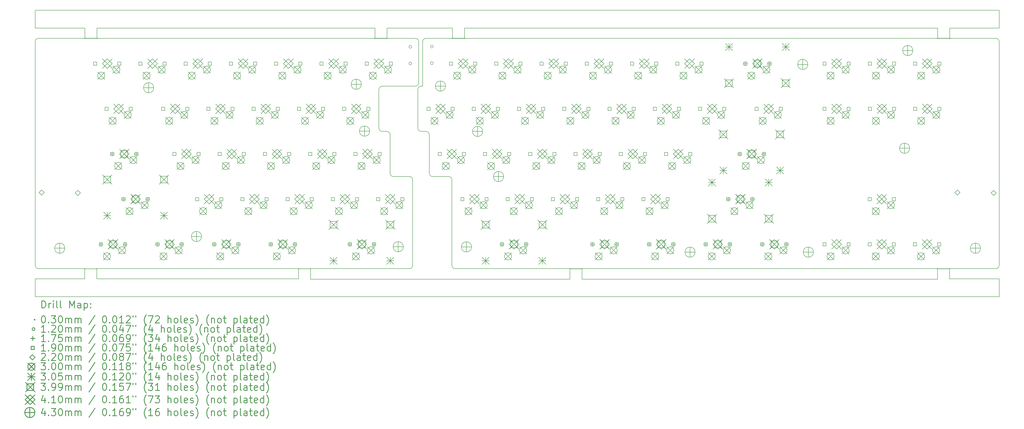
<source format=gbr>
%FSLAX45Y45*%
G04 Gerber Fmt 4.5, Leading zero omitted, Abs format (unit mm)*
G04 Created by KiCad (PCBNEW (5.1.9)-1) date 2021-03-06 15:09:39*
%MOMM*%
%LPD*%
G01*
G04 APERTURE LIST*
%TA.AperFunction,Profile*%
%ADD10C,0.200000*%
%TD*%
%ADD11C,0.200000*%
%ADD12C,0.300000*%
G04 APERTURE END LIST*
D10*
X18351500Y-5524500D02*
X18415000Y-5524500D01*
X4711700Y-3073400D02*
X4711700Y-3505200D01*
X2108200Y-3073400D02*
X2108200Y-2324100D01*
X2108200Y-3073400D02*
X4203700Y-3073400D01*
X2108200Y-2324100D02*
X42678350Y-2324100D01*
X16916400Y-3073400D02*
X19672300Y-3073400D01*
X16408400Y-3505200D02*
X16408400Y-3073400D01*
X4203700Y-3505200D02*
X4203700Y-3073400D01*
X42678350Y-2324100D02*
X42678350Y-3073400D01*
X16916400Y-3073400D02*
X16916400Y-3505200D01*
X16408400Y-3073400D02*
X4711700Y-3073400D01*
X19672300Y-3505200D02*
X19672300Y-3073400D01*
X20180300Y-3073400D02*
X20180300Y-3505200D01*
X40601900Y-3073400D02*
X40601900Y-3505200D01*
X40601900Y-3073400D02*
X42678350Y-3073400D01*
X40093900Y-3073400D02*
X20180300Y-3073400D01*
X40093900Y-3505200D02*
X40093900Y-3073400D01*
X42684700Y-13652500D02*
X40589200Y-13652500D01*
X28384500Y-13665200D02*
X25120600Y-13665200D01*
X42684700Y-14401800D02*
X2108200Y-14401800D01*
X2108200Y-14401800D02*
X2108200Y-13652500D01*
X4191000Y-13652500D02*
X2108200Y-13652500D01*
X28384500Y-13665200D02*
X40081200Y-13665200D01*
X4699000Y-13652500D02*
X13195300Y-13652500D01*
X42684700Y-13652500D02*
X42684700Y-14401800D01*
X13703300Y-13665200D02*
X24612600Y-13665200D01*
X4699000Y-13220700D02*
X4699000Y-13652500D01*
X4191000Y-13652500D02*
X4191000Y-13220700D01*
X13703300Y-13220700D02*
X13703300Y-13665200D01*
X13195300Y-13652500D02*
X13195300Y-13220700D01*
X25120600Y-13220700D02*
X25120600Y-13665200D01*
X24612600Y-13665200D02*
X24612600Y-13220700D01*
X40081200Y-13665200D02*
X40081200Y-13220700D01*
X40589200Y-13220700D02*
X40589200Y-13652500D01*
X13703300Y-13220700D02*
X17856200Y-13220700D01*
X40589200Y-13220700D02*
X42538650Y-13220700D01*
X28384500Y-13220700D02*
X25120600Y-13220700D01*
X24612600Y-13220700D02*
X19786600Y-13220700D01*
X2247900Y-13220700D02*
X4191000Y-13220700D01*
X4699000Y-13220700D02*
X13195300Y-13220700D01*
X40601900Y-3505200D02*
X42538650Y-3505200D01*
X2247900Y-3505200D02*
X4203700Y-3505200D01*
X18554700Y-3505200D02*
X19672300Y-3505200D01*
X16916400Y-3505200D02*
X18110200Y-3505200D01*
X18211800Y-5664200D02*
G75*
G02*
X18351500Y-5524500I139700J0D01*
G01*
X18351500Y-7429500D02*
G75*
G02*
X18211800Y-7289800I0J139700D01*
G01*
X18554700Y-7429500D02*
G75*
G02*
X18694400Y-7569200I0J-139700D01*
G01*
X18834100Y-9334500D02*
G75*
G02*
X18694400Y-9194800I0J139700D01*
G01*
X19507200Y-9334500D02*
G75*
G02*
X19646900Y-9474200I0J-139700D01*
G01*
X19786600Y-13220700D02*
G75*
G02*
X19646900Y-13081000I0J139700D01*
G01*
X17995900Y-13081000D02*
G75*
G02*
X17856200Y-13220700I-139700J0D01*
G01*
X17856200Y-9334500D02*
G75*
G02*
X17995900Y-9474200I0J-139700D01*
G01*
X17183100Y-9334500D02*
G75*
G02*
X17043400Y-9194800I0J139700D01*
G01*
X16903700Y-7429500D02*
G75*
G02*
X17043400Y-7569200I0J-139700D01*
G01*
X16713200Y-7429500D02*
G75*
G02*
X16573500Y-7289800I0J139700D01*
G01*
X16573500Y-5664200D02*
G75*
G02*
X16713200Y-5524500I139700J0D01*
G01*
X18249900Y-5384800D02*
G75*
G02*
X18110200Y-5524500I-139700J0D01*
G01*
X18110200Y-3505200D02*
G75*
G02*
X18249900Y-3644900I0J-139700D01*
G01*
X18415000Y-3644900D02*
G75*
G02*
X18554700Y-3505200I139700J0D01*
G01*
X20180300Y-3505200D02*
X40093900Y-3505200D01*
X28384500Y-13220700D02*
X40081200Y-13220700D01*
X18415000Y-5524500D02*
X18415000Y-3644900D01*
X18211800Y-7289800D02*
X18211800Y-5664200D01*
X18554700Y-7429500D02*
X18351500Y-7429500D01*
X18694400Y-9194800D02*
X18694400Y-7569200D01*
X19507200Y-9334500D02*
X18834100Y-9334500D01*
X19646900Y-13081000D02*
X19646900Y-9474200D01*
X18249900Y-5384800D02*
X18249900Y-3644900D01*
X16713200Y-5524500D02*
X18110200Y-5524500D01*
X16573500Y-7289800D02*
X16573500Y-5664200D01*
X16903700Y-7429500D02*
X16713200Y-7429500D01*
X17043400Y-9194800D02*
X17043400Y-7569200D01*
X17856200Y-9334500D02*
X17183100Y-9334500D01*
X17995900Y-13081000D02*
X17995900Y-9474200D01*
X2108200Y-3644900D02*
G75*
G02*
X2247900Y-3505200I139700J0D01*
G01*
X42538650Y-3505200D02*
G75*
G02*
X42678350Y-3644900I0J-139700D01*
G01*
X42678488Y-13074650D02*
G75*
G02*
X42538650Y-13220700I-146188J0D01*
G01*
X2247900Y-13220700D02*
G75*
G02*
X2108200Y-13081000I0J139700D01*
G01*
X4711700Y-3505200D02*
X16408400Y-3505200D01*
X42678350Y-3644900D02*
X42678488Y-13074650D01*
X2108200Y-13081000D02*
X2108200Y-3644900D01*
D11*
X4198850Y-13205700D02*
X4228850Y-13235700D01*
X4228850Y-13205700D02*
X4198850Y-13235700D01*
X4205200Y-3490200D02*
X4235200Y-3520200D01*
X4235200Y-3490200D02*
X4205200Y-3520200D01*
X4258225Y-13205700D02*
X4288225Y-13235700D01*
X4288225Y-13205700D02*
X4258225Y-13235700D01*
X4264575Y-3490200D02*
X4294575Y-3520200D01*
X4294575Y-3490200D02*
X4264575Y-3520200D01*
X4317600Y-13205700D02*
X4347600Y-13235700D01*
X4347600Y-13205700D02*
X4317600Y-13235700D01*
X4323950Y-3490200D02*
X4353950Y-3520200D01*
X4353950Y-3490200D02*
X4323950Y-3520200D01*
X4376975Y-13205700D02*
X4406975Y-13235700D01*
X4406975Y-13205700D02*
X4376975Y-13235700D01*
X4383325Y-3490200D02*
X4413325Y-3520200D01*
X4413325Y-3490200D02*
X4383325Y-3520200D01*
X4436350Y-13205700D02*
X4466350Y-13235700D01*
X4466350Y-13205700D02*
X4436350Y-13235700D01*
X4442700Y-3490200D02*
X4472700Y-3520200D01*
X4472700Y-3490200D02*
X4442700Y-3520200D01*
X4495725Y-13205700D02*
X4525725Y-13235700D01*
X4525725Y-13205700D02*
X4495725Y-13235700D01*
X4502075Y-3490200D02*
X4532075Y-3520200D01*
X4532075Y-3490200D02*
X4502075Y-3520200D01*
X4555100Y-13205700D02*
X4585100Y-13235700D01*
X4585100Y-13205700D02*
X4555100Y-13235700D01*
X4561450Y-3490200D02*
X4591450Y-3520200D01*
X4591450Y-3490200D02*
X4561450Y-3520200D01*
X4614475Y-13205700D02*
X4644475Y-13235700D01*
X4644475Y-13205700D02*
X4614475Y-13235700D01*
X4620825Y-3490200D02*
X4650825Y-3520200D01*
X4650825Y-3490200D02*
X4620825Y-3520200D01*
X4673850Y-13205700D02*
X4703850Y-13235700D01*
X4703850Y-13205700D02*
X4673850Y-13235700D01*
X4680200Y-3490200D02*
X4710200Y-3520200D01*
X4710200Y-3490200D02*
X4680200Y-3520200D01*
X13196800Y-13205700D02*
X13226800Y-13235700D01*
X13226800Y-13205700D02*
X13196800Y-13235700D01*
X13256175Y-13205700D02*
X13286175Y-13235700D01*
X13286175Y-13205700D02*
X13256175Y-13235700D01*
X13315550Y-13205700D02*
X13345550Y-13235700D01*
X13345550Y-13205700D02*
X13315550Y-13235700D01*
X13374925Y-13205700D02*
X13404925Y-13235700D01*
X13404925Y-13205700D02*
X13374925Y-13235700D01*
X13434300Y-13205700D02*
X13464300Y-13235700D01*
X13464300Y-13205700D02*
X13434300Y-13235700D01*
X13493675Y-13205700D02*
X13523675Y-13235700D01*
X13523675Y-13205700D02*
X13493675Y-13235700D01*
X13553050Y-13205700D02*
X13583050Y-13235700D01*
X13583050Y-13205700D02*
X13553050Y-13235700D01*
X13612425Y-13205700D02*
X13642425Y-13235700D01*
X13642425Y-13205700D02*
X13612425Y-13235700D01*
X13671800Y-13205700D02*
X13701800Y-13235700D01*
X13701800Y-13205700D02*
X13671800Y-13235700D01*
X16409900Y-3490200D02*
X16439900Y-3520200D01*
X16439900Y-3490200D02*
X16409900Y-3520200D01*
X16469275Y-3490200D02*
X16499275Y-3520200D01*
X16499275Y-3490200D02*
X16469275Y-3520200D01*
X16528650Y-3490200D02*
X16558650Y-3520200D01*
X16558650Y-3490200D02*
X16528650Y-3520200D01*
X16588025Y-3490200D02*
X16618025Y-3520200D01*
X16618025Y-3490200D02*
X16588025Y-3520200D01*
X16647400Y-3490200D02*
X16677400Y-3520200D01*
X16677400Y-3490200D02*
X16647400Y-3520200D01*
X16706775Y-3490200D02*
X16736775Y-3520200D01*
X16736775Y-3490200D02*
X16706775Y-3520200D01*
X16766150Y-3490200D02*
X16796150Y-3520200D01*
X16796150Y-3490200D02*
X16766150Y-3520200D01*
X16825525Y-3490200D02*
X16855525Y-3520200D01*
X16855525Y-3490200D02*
X16825525Y-3520200D01*
X16884900Y-3490200D02*
X16914900Y-3520200D01*
X16914900Y-3490200D02*
X16884900Y-3520200D01*
X19680150Y-3490200D02*
X19710150Y-3520200D01*
X19710150Y-3490200D02*
X19680150Y-3520200D01*
X19739525Y-3490200D02*
X19769525Y-3520200D01*
X19769525Y-3490200D02*
X19739525Y-3520200D01*
X19798900Y-3490200D02*
X19828900Y-3520200D01*
X19828900Y-3490200D02*
X19798900Y-3520200D01*
X19858275Y-3490200D02*
X19888275Y-3520200D01*
X19888275Y-3490200D02*
X19858275Y-3520200D01*
X19917650Y-3490200D02*
X19947650Y-3520200D01*
X19947650Y-3490200D02*
X19917650Y-3520200D01*
X19977025Y-3490200D02*
X20007025Y-3520200D01*
X20007025Y-3490200D02*
X19977025Y-3520200D01*
X20036400Y-3490200D02*
X20066400Y-3520200D01*
X20066400Y-3490200D02*
X20036400Y-3520200D01*
X20095775Y-3490200D02*
X20125775Y-3520200D01*
X20125775Y-3490200D02*
X20095775Y-3520200D01*
X20155150Y-3490200D02*
X20185150Y-3520200D01*
X20185150Y-3490200D02*
X20155150Y-3520200D01*
X24614100Y-13205700D02*
X24644100Y-13235700D01*
X24644100Y-13205700D02*
X24614100Y-13235700D01*
X24673475Y-13205700D02*
X24703475Y-13235700D01*
X24703475Y-13205700D02*
X24673475Y-13235700D01*
X24732850Y-13205700D02*
X24762850Y-13235700D01*
X24762850Y-13205700D02*
X24732850Y-13235700D01*
X24792225Y-13205700D02*
X24822225Y-13235700D01*
X24822225Y-13205700D02*
X24792225Y-13235700D01*
X24851600Y-13205700D02*
X24881600Y-13235700D01*
X24881600Y-13205700D02*
X24851600Y-13235700D01*
X24910975Y-13205700D02*
X24940975Y-13235700D01*
X24940975Y-13205700D02*
X24910975Y-13235700D01*
X24970350Y-13205700D02*
X25000350Y-13235700D01*
X25000350Y-13205700D02*
X24970350Y-13235700D01*
X25029725Y-13205700D02*
X25059725Y-13235700D01*
X25059725Y-13205700D02*
X25029725Y-13235700D01*
X25089100Y-13205700D02*
X25119100Y-13235700D01*
X25119100Y-13205700D02*
X25089100Y-13235700D01*
X40082700Y-13205700D02*
X40112700Y-13235700D01*
X40112700Y-13205700D02*
X40082700Y-13235700D01*
X40095400Y-3490200D02*
X40125400Y-3520200D01*
X40125400Y-3490200D02*
X40095400Y-3520200D01*
X40142075Y-13205700D02*
X40172075Y-13235700D01*
X40172075Y-13205700D02*
X40142075Y-13235700D01*
X40154775Y-3490200D02*
X40184775Y-3520200D01*
X40184775Y-3490200D02*
X40154775Y-3520200D01*
X40201450Y-13205700D02*
X40231450Y-13235700D01*
X40231450Y-13205700D02*
X40201450Y-13235700D01*
X40214150Y-3490200D02*
X40244150Y-3520200D01*
X40244150Y-3490200D02*
X40214150Y-3520200D01*
X40260825Y-13205700D02*
X40290825Y-13235700D01*
X40290825Y-13205700D02*
X40260825Y-13235700D01*
X40273525Y-3490200D02*
X40303525Y-3520200D01*
X40303525Y-3490200D02*
X40273525Y-3520200D01*
X40320200Y-13205700D02*
X40350200Y-13235700D01*
X40350200Y-13205700D02*
X40320200Y-13235700D01*
X40332900Y-3490200D02*
X40362900Y-3520200D01*
X40362900Y-3490200D02*
X40332900Y-3520200D01*
X40379575Y-13205700D02*
X40409575Y-13235700D01*
X40409575Y-13205700D02*
X40379575Y-13235700D01*
X40392275Y-3490200D02*
X40422275Y-3520200D01*
X40422275Y-3490200D02*
X40392275Y-3520200D01*
X40438950Y-13205700D02*
X40468950Y-13235700D01*
X40468950Y-13205700D02*
X40438950Y-13235700D01*
X40451650Y-3490200D02*
X40481650Y-3520200D01*
X40481650Y-3490200D02*
X40451650Y-3520200D01*
X40498325Y-13205700D02*
X40528325Y-13235700D01*
X40528325Y-13205700D02*
X40498325Y-13235700D01*
X40511025Y-3490200D02*
X40541025Y-3520200D01*
X40541025Y-3490200D02*
X40511025Y-3520200D01*
X40557700Y-13205700D02*
X40587700Y-13235700D01*
X40587700Y-13205700D02*
X40557700Y-13235700D01*
X40570400Y-3490200D02*
X40600400Y-3520200D01*
X40600400Y-3490200D02*
X40570400Y-3520200D01*
X17955200Y-3863000D02*
G75*
G03*
X17955200Y-3863000I-60000J0D01*
G01*
X17955200Y-4563000D02*
G75*
G03*
X17955200Y-4563000I-60000J0D01*
G01*
X18862350Y-3850300D02*
G75*
G03*
X18862350Y-3850300I-60000J0D01*
G01*
X18862350Y-4550300D02*
G75*
G03*
X18862350Y-4550300I-60000J0D01*
G01*
X4873625Y-12104500D02*
X4873625Y-12279500D01*
X4786125Y-12192000D02*
X4961125Y-12192000D01*
X5349875Y-8294500D02*
X5349875Y-8469500D01*
X5262375Y-8382000D02*
X5437375Y-8382000D01*
X5826125Y-10199500D02*
X5826125Y-10374500D01*
X5738625Y-10287000D02*
X5913625Y-10287000D01*
X5889625Y-12104500D02*
X5889625Y-12279500D01*
X5802125Y-12192000D02*
X5977125Y-12192000D01*
X6365875Y-8294500D02*
X6365875Y-8469500D01*
X6278375Y-8382000D02*
X6453375Y-8382000D01*
X6842125Y-10199500D02*
X6842125Y-10374500D01*
X6754625Y-10287000D02*
X6929625Y-10287000D01*
X7254875Y-12104500D02*
X7254875Y-12279500D01*
X7167375Y-12192000D02*
X7342375Y-12192000D01*
X8270875Y-12104500D02*
X8270875Y-12279500D01*
X8183375Y-12192000D02*
X8358375Y-12192000D01*
X9642475Y-12104500D02*
X9642475Y-12279500D01*
X9554975Y-12192000D02*
X9729975Y-12192000D01*
X10658475Y-12104500D02*
X10658475Y-12279500D01*
X10570975Y-12192000D02*
X10745975Y-12192000D01*
X12023725Y-12104500D02*
X12023725Y-12279500D01*
X11936225Y-12192000D02*
X12111225Y-12192000D01*
X13039725Y-12104500D02*
X13039725Y-12279500D01*
X12952225Y-12192000D02*
X13127225Y-12192000D01*
X15351125Y-12104500D02*
X15351125Y-12279500D01*
X15263625Y-12192000D02*
X15438625Y-12192000D01*
X15351125Y-12104500D02*
X15351125Y-12279500D01*
X15263625Y-12192000D02*
X15438625Y-12192000D01*
X16367125Y-12104500D02*
X16367125Y-12279500D01*
X16279625Y-12192000D02*
X16454625Y-12192000D01*
X16367125Y-12104500D02*
X16367125Y-12279500D01*
X16279625Y-12192000D02*
X16454625Y-12192000D01*
X21755100Y-12104500D02*
X21755100Y-12279500D01*
X21667600Y-12192000D02*
X21842600Y-12192000D01*
X21755100Y-12104500D02*
X21755100Y-12279500D01*
X21667600Y-12192000D02*
X21842600Y-12192000D01*
X22771100Y-12104500D02*
X22771100Y-12279500D01*
X22683600Y-12192000D02*
X22858600Y-12192000D01*
X22771100Y-12104500D02*
X22771100Y-12279500D01*
X22683600Y-12192000D02*
X22858600Y-12192000D01*
X25565100Y-12104500D02*
X25565100Y-12279500D01*
X25477600Y-12192000D02*
X25652600Y-12192000D01*
X26581100Y-12104500D02*
X26581100Y-12279500D01*
X26493600Y-12192000D02*
X26668600Y-12192000D01*
X27946350Y-12104500D02*
X27946350Y-12279500D01*
X27858850Y-12192000D02*
X28033850Y-12192000D01*
X28962350Y-12104500D02*
X28962350Y-12279500D01*
X28874850Y-12192000D02*
X29049850Y-12192000D01*
X30327600Y-12104500D02*
X30327600Y-12279500D01*
X30240100Y-12192000D02*
X30415100Y-12192000D01*
X31280100Y-10199500D02*
X31280100Y-10374500D01*
X31192600Y-10287000D02*
X31367600Y-10287000D01*
X31343600Y-12104500D02*
X31343600Y-12279500D01*
X31256100Y-12192000D02*
X31431100Y-12192000D01*
X31756350Y-8294500D02*
X31756350Y-8469500D01*
X31668850Y-8382000D02*
X31843850Y-8382000D01*
X31994475Y-4484500D02*
X31994475Y-4659500D01*
X31906975Y-4572000D02*
X32081975Y-4572000D01*
X32296100Y-10199500D02*
X32296100Y-10374500D01*
X32208600Y-10287000D02*
X32383600Y-10287000D01*
X32708850Y-12104500D02*
X32708850Y-12279500D01*
X32621350Y-12192000D02*
X32796350Y-12192000D01*
X32772350Y-8294500D02*
X32772350Y-8469500D01*
X32684850Y-8382000D02*
X32859850Y-8382000D01*
X33010475Y-4484500D02*
X33010475Y-4659500D01*
X32922975Y-4572000D02*
X33097975Y-4572000D01*
X33724850Y-12104500D02*
X33724850Y-12279500D01*
X33637350Y-12192000D02*
X33812350Y-12192000D01*
X4702676Y-4639176D02*
X4702676Y-4504824D01*
X4568324Y-4504824D01*
X4568324Y-4639176D01*
X4702676Y-4639176D01*
X4940801Y-12259176D02*
X4940801Y-12124824D01*
X4806449Y-12124824D01*
X4806449Y-12259176D01*
X4940801Y-12259176D01*
X5178926Y-6544176D02*
X5178926Y-6409824D01*
X5044574Y-6409824D01*
X5044574Y-6544176D01*
X5178926Y-6544176D01*
X5417051Y-8449176D02*
X5417051Y-8314824D01*
X5282699Y-8314824D01*
X5282699Y-8449176D01*
X5417051Y-8449176D01*
X5718676Y-4639176D02*
X5718676Y-4504824D01*
X5584324Y-4504824D01*
X5584324Y-4639176D01*
X5718676Y-4639176D01*
X5893301Y-10354176D02*
X5893301Y-10219824D01*
X5758949Y-10219824D01*
X5758949Y-10354176D01*
X5893301Y-10354176D01*
X5956801Y-12259176D02*
X5956801Y-12124824D01*
X5822449Y-12124824D01*
X5822449Y-12259176D01*
X5956801Y-12259176D01*
X6194926Y-6544176D02*
X6194926Y-6409824D01*
X6060574Y-6409824D01*
X6060574Y-6544176D01*
X6194926Y-6544176D01*
X6433051Y-8449176D02*
X6433051Y-8314824D01*
X6298699Y-8314824D01*
X6298699Y-8449176D01*
X6433051Y-8449176D01*
X6607676Y-4639176D02*
X6607676Y-4504824D01*
X6473324Y-4504824D01*
X6473324Y-4639176D01*
X6607676Y-4639176D01*
X6909301Y-10354176D02*
X6909301Y-10219824D01*
X6774949Y-10219824D01*
X6774949Y-10354176D01*
X6909301Y-10354176D01*
X7322051Y-12259176D02*
X7322051Y-12124824D01*
X7187699Y-12124824D01*
X7187699Y-12259176D01*
X7322051Y-12259176D01*
X7560176Y-6544176D02*
X7560176Y-6409824D01*
X7425824Y-6409824D01*
X7425824Y-6544176D01*
X7560176Y-6544176D01*
X7623676Y-4639176D02*
X7623676Y-4504824D01*
X7489324Y-4504824D01*
X7489324Y-4639176D01*
X7623676Y-4639176D01*
X8036426Y-8449176D02*
X8036426Y-8314824D01*
X7902074Y-8314824D01*
X7902074Y-8449176D01*
X8036426Y-8449176D01*
X8338051Y-12259176D02*
X8338051Y-12124824D01*
X8203699Y-12124824D01*
X8203699Y-12259176D01*
X8338051Y-12259176D01*
X8512676Y-4639176D02*
X8512676Y-4504824D01*
X8378324Y-4504824D01*
X8378324Y-4639176D01*
X8512676Y-4639176D01*
X8576176Y-6544176D02*
X8576176Y-6409824D01*
X8441824Y-6409824D01*
X8441824Y-6544176D01*
X8576176Y-6544176D01*
X8988926Y-10354176D02*
X8988926Y-10219824D01*
X8854574Y-10219824D01*
X8854574Y-10354176D01*
X8988926Y-10354176D01*
X9052426Y-8449176D02*
X9052426Y-8314824D01*
X8918074Y-8314824D01*
X8918074Y-8449176D01*
X9052426Y-8449176D01*
X9465176Y-6544176D02*
X9465176Y-6409824D01*
X9330824Y-6409824D01*
X9330824Y-6544176D01*
X9465176Y-6544176D01*
X9528676Y-4639176D02*
X9528676Y-4504824D01*
X9394324Y-4504824D01*
X9394324Y-4639176D01*
X9528676Y-4639176D01*
X9709651Y-12259176D02*
X9709651Y-12124824D01*
X9575299Y-12124824D01*
X9575299Y-12259176D01*
X9709651Y-12259176D01*
X9941426Y-8449176D02*
X9941426Y-8314824D01*
X9807074Y-8314824D01*
X9807074Y-8449176D01*
X9941426Y-8449176D01*
X10004926Y-10354176D02*
X10004926Y-10219824D01*
X9870574Y-10219824D01*
X9870574Y-10354176D01*
X10004926Y-10354176D01*
X10417676Y-4639176D02*
X10417676Y-4504824D01*
X10283324Y-4504824D01*
X10283324Y-4639176D01*
X10417676Y-4639176D01*
X10481176Y-6544176D02*
X10481176Y-6409824D01*
X10346824Y-6409824D01*
X10346824Y-6544176D01*
X10481176Y-6544176D01*
X10725651Y-12259176D02*
X10725651Y-12124824D01*
X10591299Y-12124824D01*
X10591299Y-12259176D01*
X10725651Y-12259176D01*
X10893926Y-10354176D02*
X10893926Y-10219824D01*
X10759574Y-10219824D01*
X10759574Y-10354176D01*
X10893926Y-10354176D01*
X10957426Y-8449176D02*
X10957426Y-8314824D01*
X10823074Y-8314824D01*
X10823074Y-8449176D01*
X10957426Y-8449176D01*
X11370176Y-6544176D02*
X11370176Y-6409824D01*
X11235824Y-6409824D01*
X11235824Y-6544176D01*
X11370176Y-6544176D01*
X11433676Y-4639176D02*
X11433676Y-4504824D01*
X11299324Y-4504824D01*
X11299324Y-4639176D01*
X11433676Y-4639176D01*
X11846426Y-8449176D02*
X11846426Y-8314824D01*
X11712074Y-8314824D01*
X11712074Y-8449176D01*
X11846426Y-8449176D01*
X11909926Y-10354176D02*
X11909926Y-10219824D01*
X11775574Y-10219824D01*
X11775574Y-10354176D01*
X11909926Y-10354176D01*
X12090901Y-12259176D02*
X12090901Y-12124824D01*
X11956549Y-12124824D01*
X11956549Y-12259176D01*
X12090901Y-12259176D01*
X12322676Y-4639176D02*
X12322676Y-4504824D01*
X12188324Y-4504824D01*
X12188324Y-4639176D01*
X12322676Y-4639176D01*
X12386176Y-6544176D02*
X12386176Y-6409824D01*
X12251824Y-6409824D01*
X12251824Y-6544176D01*
X12386176Y-6544176D01*
X12798926Y-10354176D02*
X12798926Y-10219824D01*
X12664574Y-10219824D01*
X12664574Y-10354176D01*
X12798926Y-10354176D01*
X12862426Y-8449176D02*
X12862426Y-8314824D01*
X12728074Y-8314824D01*
X12728074Y-8449176D01*
X12862426Y-8449176D01*
X13106901Y-12259176D02*
X13106901Y-12124824D01*
X12972549Y-12124824D01*
X12972549Y-12259176D01*
X13106901Y-12259176D01*
X13275176Y-6544176D02*
X13275176Y-6409824D01*
X13140824Y-6409824D01*
X13140824Y-6544176D01*
X13275176Y-6544176D01*
X13338676Y-4639176D02*
X13338676Y-4504824D01*
X13204324Y-4504824D01*
X13204324Y-4639176D01*
X13338676Y-4639176D01*
X13751426Y-8449176D02*
X13751426Y-8314824D01*
X13617074Y-8314824D01*
X13617074Y-8449176D01*
X13751426Y-8449176D01*
X13814926Y-10354176D02*
X13814926Y-10219824D01*
X13680574Y-10219824D01*
X13680574Y-10354176D01*
X13814926Y-10354176D01*
X14227676Y-4639176D02*
X14227676Y-4504824D01*
X14093324Y-4504824D01*
X14093324Y-4639176D01*
X14227676Y-4639176D01*
X14291176Y-6544176D02*
X14291176Y-6409824D01*
X14156824Y-6409824D01*
X14156824Y-6544176D01*
X14291176Y-6544176D01*
X14703926Y-10354176D02*
X14703926Y-10219824D01*
X14569574Y-10219824D01*
X14569574Y-10354176D01*
X14703926Y-10354176D01*
X14767426Y-8449176D02*
X14767426Y-8314824D01*
X14633074Y-8314824D01*
X14633074Y-8449176D01*
X14767426Y-8449176D01*
X15180176Y-6544176D02*
X15180176Y-6409824D01*
X15045824Y-6409824D01*
X15045824Y-6544176D01*
X15180176Y-6544176D01*
X15243676Y-4639176D02*
X15243676Y-4504824D01*
X15109324Y-4504824D01*
X15109324Y-4639176D01*
X15243676Y-4639176D01*
X15418301Y-12259176D02*
X15418301Y-12124824D01*
X15283949Y-12124824D01*
X15283949Y-12259176D01*
X15418301Y-12259176D01*
X15656426Y-8449176D02*
X15656426Y-8314824D01*
X15522074Y-8314824D01*
X15522074Y-8449176D01*
X15656426Y-8449176D01*
X15719926Y-10354176D02*
X15719926Y-10219824D01*
X15585574Y-10219824D01*
X15585574Y-10354176D01*
X15719926Y-10354176D01*
X16132676Y-4639176D02*
X16132676Y-4504824D01*
X15998324Y-4504824D01*
X15998324Y-4639176D01*
X16132676Y-4639176D01*
X16196176Y-6544176D02*
X16196176Y-6409824D01*
X16061824Y-6409824D01*
X16061824Y-6544176D01*
X16196176Y-6544176D01*
X16434301Y-12259176D02*
X16434301Y-12124824D01*
X16299949Y-12124824D01*
X16299949Y-12259176D01*
X16434301Y-12259176D01*
X16608926Y-10354176D02*
X16608926Y-10219824D01*
X16474574Y-10219824D01*
X16474574Y-10354176D01*
X16608926Y-10354176D01*
X16672426Y-8449176D02*
X16672426Y-8314824D01*
X16538074Y-8314824D01*
X16538074Y-8449176D01*
X16672426Y-8449176D01*
X17148676Y-4639176D02*
X17148676Y-4504824D01*
X17014324Y-4504824D01*
X17014324Y-4639176D01*
X17148676Y-4639176D01*
X17624926Y-10354176D02*
X17624926Y-10219824D01*
X17490574Y-10219824D01*
X17490574Y-10354176D01*
X17624926Y-10354176D01*
X18726651Y-6544176D02*
X18726651Y-6409824D01*
X18592299Y-6409824D01*
X18592299Y-6544176D01*
X18726651Y-6544176D01*
X19202901Y-8449176D02*
X19202901Y-8314824D01*
X19068549Y-8314824D01*
X19068549Y-8449176D01*
X19202901Y-8449176D01*
X19679151Y-4639176D02*
X19679151Y-4504824D01*
X19544799Y-4504824D01*
X19544799Y-4639176D01*
X19679151Y-4639176D01*
X19742651Y-6544176D02*
X19742651Y-6409824D01*
X19608299Y-6409824D01*
X19608299Y-6544176D01*
X19742651Y-6544176D01*
X20155401Y-10354176D02*
X20155401Y-10219824D01*
X20021049Y-10219824D01*
X20021049Y-10354176D01*
X20155401Y-10354176D01*
X20218901Y-8449176D02*
X20218901Y-8314824D01*
X20084549Y-8314824D01*
X20084549Y-8449176D01*
X20218901Y-8449176D01*
X20631651Y-6544176D02*
X20631651Y-6409824D01*
X20497299Y-6409824D01*
X20497299Y-6544176D01*
X20631651Y-6544176D01*
X20695151Y-4639176D02*
X20695151Y-4504824D01*
X20560799Y-4504824D01*
X20560799Y-4639176D01*
X20695151Y-4639176D01*
X21107901Y-8449176D02*
X21107901Y-8314824D01*
X20973549Y-8314824D01*
X20973549Y-8449176D01*
X21107901Y-8449176D01*
X21171401Y-10354176D02*
X21171401Y-10219824D01*
X21037049Y-10219824D01*
X21037049Y-10354176D01*
X21171401Y-10354176D01*
X21584151Y-4639176D02*
X21584151Y-4504824D01*
X21449799Y-4504824D01*
X21449799Y-4639176D01*
X21584151Y-4639176D01*
X21647651Y-6544176D02*
X21647651Y-6409824D01*
X21513299Y-6409824D01*
X21513299Y-6544176D01*
X21647651Y-6544176D01*
X21822276Y-12259176D02*
X21822276Y-12124824D01*
X21687924Y-12124824D01*
X21687924Y-12259176D01*
X21822276Y-12259176D01*
X22060401Y-10354176D02*
X22060401Y-10219824D01*
X21926049Y-10219824D01*
X21926049Y-10354176D01*
X22060401Y-10354176D01*
X22123901Y-8449176D02*
X22123901Y-8314824D01*
X21989549Y-8314824D01*
X21989549Y-8449176D01*
X22123901Y-8449176D01*
X22536651Y-6544176D02*
X22536651Y-6409824D01*
X22402299Y-6409824D01*
X22402299Y-6544176D01*
X22536651Y-6544176D01*
X22600151Y-4639176D02*
X22600151Y-4504824D01*
X22465799Y-4504824D01*
X22465799Y-4639176D01*
X22600151Y-4639176D01*
X22838276Y-12259176D02*
X22838276Y-12124824D01*
X22703924Y-12124824D01*
X22703924Y-12259176D01*
X22838276Y-12259176D01*
X23012901Y-8449176D02*
X23012901Y-8314824D01*
X22878549Y-8314824D01*
X22878549Y-8449176D01*
X23012901Y-8449176D01*
X23076401Y-10354176D02*
X23076401Y-10219824D01*
X22942049Y-10219824D01*
X22942049Y-10354176D01*
X23076401Y-10354176D01*
X23489151Y-4639176D02*
X23489151Y-4504824D01*
X23354799Y-4504824D01*
X23354799Y-4639176D01*
X23489151Y-4639176D01*
X23552651Y-6544176D02*
X23552651Y-6409824D01*
X23418299Y-6409824D01*
X23418299Y-6544176D01*
X23552651Y-6544176D01*
X23965401Y-10354176D02*
X23965401Y-10219824D01*
X23831049Y-10219824D01*
X23831049Y-10354176D01*
X23965401Y-10354176D01*
X24028901Y-8449176D02*
X24028901Y-8314824D01*
X23894549Y-8314824D01*
X23894549Y-8449176D01*
X24028901Y-8449176D01*
X24441651Y-6544176D02*
X24441651Y-6409824D01*
X24307299Y-6409824D01*
X24307299Y-6544176D01*
X24441651Y-6544176D01*
X24505151Y-4639176D02*
X24505151Y-4504824D01*
X24370799Y-4504824D01*
X24370799Y-4639176D01*
X24505151Y-4639176D01*
X24917901Y-8449176D02*
X24917901Y-8314824D01*
X24783549Y-8314824D01*
X24783549Y-8449176D01*
X24917901Y-8449176D01*
X24981401Y-10354176D02*
X24981401Y-10219824D01*
X24847049Y-10219824D01*
X24847049Y-10354176D01*
X24981401Y-10354176D01*
X25394151Y-4639176D02*
X25394151Y-4504824D01*
X25259799Y-4504824D01*
X25259799Y-4639176D01*
X25394151Y-4639176D01*
X25457651Y-6544176D02*
X25457651Y-6409824D01*
X25323299Y-6409824D01*
X25323299Y-6544176D01*
X25457651Y-6544176D01*
X25632276Y-12259176D02*
X25632276Y-12124824D01*
X25497924Y-12124824D01*
X25497924Y-12259176D01*
X25632276Y-12259176D01*
X25870401Y-10354176D02*
X25870401Y-10219824D01*
X25736049Y-10219824D01*
X25736049Y-10354176D01*
X25870401Y-10354176D01*
X25933901Y-8449176D02*
X25933901Y-8314824D01*
X25799549Y-8314824D01*
X25799549Y-8449176D01*
X25933901Y-8449176D01*
X26346651Y-6544176D02*
X26346651Y-6409824D01*
X26212299Y-6409824D01*
X26212299Y-6544176D01*
X26346651Y-6544176D01*
X26410151Y-4639176D02*
X26410151Y-4504824D01*
X26275799Y-4504824D01*
X26275799Y-4639176D01*
X26410151Y-4639176D01*
X26648276Y-12259176D02*
X26648276Y-12124824D01*
X26513924Y-12124824D01*
X26513924Y-12259176D01*
X26648276Y-12259176D01*
X26822901Y-8449176D02*
X26822901Y-8314824D01*
X26688549Y-8314824D01*
X26688549Y-8449176D01*
X26822901Y-8449176D01*
X26886401Y-10354176D02*
X26886401Y-10219824D01*
X26752049Y-10219824D01*
X26752049Y-10354176D01*
X26886401Y-10354176D01*
X27299151Y-4639176D02*
X27299151Y-4504824D01*
X27164799Y-4504824D01*
X27164799Y-4639176D01*
X27299151Y-4639176D01*
X27362651Y-6544176D02*
X27362651Y-6409824D01*
X27228299Y-6409824D01*
X27228299Y-6544176D01*
X27362651Y-6544176D01*
X27775401Y-10354176D02*
X27775401Y-10219824D01*
X27641049Y-10219824D01*
X27641049Y-10354176D01*
X27775401Y-10354176D01*
X27838901Y-8449176D02*
X27838901Y-8314824D01*
X27704549Y-8314824D01*
X27704549Y-8449176D01*
X27838901Y-8449176D01*
X28013526Y-12259176D02*
X28013526Y-12124824D01*
X27879174Y-12124824D01*
X27879174Y-12259176D01*
X28013526Y-12259176D01*
X28251651Y-6544176D02*
X28251651Y-6409824D01*
X28117299Y-6409824D01*
X28117299Y-6544176D01*
X28251651Y-6544176D01*
X28315151Y-4639176D02*
X28315151Y-4504824D01*
X28180799Y-4504824D01*
X28180799Y-4639176D01*
X28315151Y-4639176D01*
X28727901Y-8449176D02*
X28727901Y-8314824D01*
X28593549Y-8314824D01*
X28593549Y-8449176D01*
X28727901Y-8449176D01*
X28791401Y-10354176D02*
X28791401Y-10219824D01*
X28657049Y-10219824D01*
X28657049Y-10354176D01*
X28791401Y-10354176D01*
X29029526Y-12259176D02*
X29029526Y-12124824D01*
X28895174Y-12124824D01*
X28895174Y-12259176D01*
X29029526Y-12259176D01*
X29204151Y-4639176D02*
X29204151Y-4504824D01*
X29069799Y-4504824D01*
X29069799Y-4639176D01*
X29204151Y-4639176D01*
X29267651Y-6544176D02*
X29267651Y-6409824D01*
X29133299Y-6409824D01*
X29133299Y-6544176D01*
X29267651Y-6544176D01*
X29743901Y-8449176D02*
X29743901Y-8314824D01*
X29609549Y-8314824D01*
X29609549Y-8449176D01*
X29743901Y-8449176D01*
X30156651Y-6544176D02*
X30156651Y-6409824D01*
X30022299Y-6409824D01*
X30022299Y-6544176D01*
X30156651Y-6544176D01*
X30220151Y-4639176D02*
X30220151Y-4504824D01*
X30085799Y-4504824D01*
X30085799Y-4639176D01*
X30220151Y-4639176D01*
X30394776Y-12259176D02*
X30394776Y-12124824D01*
X30260424Y-12124824D01*
X30260424Y-12259176D01*
X30394776Y-12259176D01*
X31172651Y-6544176D02*
X31172651Y-6409824D01*
X31038299Y-6409824D01*
X31038299Y-6544176D01*
X31172651Y-6544176D01*
X31347276Y-10354176D02*
X31347276Y-10219824D01*
X31212924Y-10219824D01*
X31212924Y-10354176D01*
X31347276Y-10354176D01*
X31410776Y-12259176D02*
X31410776Y-12124824D01*
X31276424Y-12124824D01*
X31276424Y-12259176D01*
X31410776Y-12259176D01*
X31823526Y-8449176D02*
X31823526Y-8314824D01*
X31689174Y-8314824D01*
X31689174Y-8449176D01*
X31823526Y-8449176D01*
X32061651Y-4639176D02*
X32061651Y-4504824D01*
X31927299Y-4504824D01*
X31927299Y-4639176D01*
X32061651Y-4639176D01*
X32363276Y-10354176D02*
X32363276Y-10219824D01*
X32228924Y-10219824D01*
X32228924Y-10354176D01*
X32363276Y-10354176D01*
X32537901Y-6544176D02*
X32537901Y-6409824D01*
X32403549Y-6409824D01*
X32403549Y-6544176D01*
X32537901Y-6544176D01*
X32776026Y-12259176D02*
X32776026Y-12124824D01*
X32641674Y-12124824D01*
X32641674Y-12259176D01*
X32776026Y-12259176D01*
X32839526Y-8449176D02*
X32839526Y-8314824D01*
X32705174Y-8314824D01*
X32705174Y-8449176D01*
X32839526Y-8449176D01*
X33077651Y-4639176D02*
X33077651Y-4504824D01*
X32943299Y-4504824D01*
X32943299Y-4639176D01*
X33077651Y-4639176D01*
X33553901Y-6544176D02*
X33553901Y-6409824D01*
X33419549Y-6409824D01*
X33419549Y-6544176D01*
X33553901Y-6544176D01*
X33792026Y-12259176D02*
X33792026Y-12124824D01*
X33657674Y-12124824D01*
X33657674Y-12259176D01*
X33792026Y-12259176D01*
X35395326Y-4639176D02*
X35395326Y-4504824D01*
X35260974Y-4504824D01*
X35260974Y-4639176D01*
X35395326Y-4639176D01*
X35395326Y-6544176D02*
X35395326Y-6409824D01*
X35260974Y-6409824D01*
X35260974Y-6544176D01*
X35395326Y-6544176D01*
X35395326Y-12259176D02*
X35395326Y-12124824D01*
X35260974Y-12124824D01*
X35260974Y-12259176D01*
X35395326Y-12259176D01*
X36411326Y-4639176D02*
X36411326Y-4504824D01*
X36276974Y-4504824D01*
X36276974Y-4639176D01*
X36411326Y-4639176D01*
X36411326Y-6544176D02*
X36411326Y-6409824D01*
X36276974Y-6409824D01*
X36276974Y-6544176D01*
X36411326Y-6544176D01*
X36411326Y-12259176D02*
X36411326Y-12124824D01*
X36276974Y-12124824D01*
X36276974Y-12259176D01*
X36411326Y-12259176D01*
X37297226Y-10354176D02*
X37297226Y-10219824D01*
X37162874Y-10219824D01*
X37162874Y-10354176D01*
X37297226Y-10354176D01*
X37297226Y-12259176D02*
X37297226Y-12124824D01*
X37162874Y-12124824D01*
X37162874Y-12259176D01*
X37297226Y-12259176D01*
X37303576Y-4639176D02*
X37303576Y-4504824D01*
X37169224Y-4504824D01*
X37169224Y-4639176D01*
X37303576Y-4639176D01*
X37303576Y-6544176D02*
X37303576Y-6409824D01*
X37169224Y-6409824D01*
X37169224Y-6544176D01*
X37303576Y-6544176D01*
X38313226Y-10354176D02*
X38313226Y-10219824D01*
X38178874Y-10219824D01*
X38178874Y-10354176D01*
X38313226Y-10354176D01*
X38313226Y-12259176D02*
X38313226Y-12124824D01*
X38178874Y-12124824D01*
X38178874Y-12259176D01*
X38313226Y-12259176D01*
X38319576Y-4639176D02*
X38319576Y-4504824D01*
X38185224Y-4504824D01*
X38185224Y-4639176D01*
X38319576Y-4639176D01*
X38319576Y-6544176D02*
X38319576Y-6409824D01*
X38185224Y-6409824D01*
X38185224Y-6544176D01*
X38319576Y-6544176D01*
X39202226Y-12259176D02*
X39202226Y-12124824D01*
X39067874Y-12124824D01*
X39067874Y-12259176D01*
X39202226Y-12259176D01*
X39208576Y-4639176D02*
X39208576Y-4504824D01*
X39074224Y-4504824D01*
X39074224Y-4639176D01*
X39208576Y-4639176D01*
X39208576Y-6544176D02*
X39208576Y-6409824D01*
X39074224Y-6409824D01*
X39074224Y-6544176D01*
X39208576Y-6544176D01*
X40218226Y-12259176D02*
X40218226Y-12124824D01*
X40083874Y-12124824D01*
X40083874Y-12259176D01*
X40218226Y-12259176D01*
X40224576Y-4639176D02*
X40224576Y-4504824D01*
X40090224Y-4504824D01*
X40090224Y-4639176D01*
X40224576Y-4639176D01*
X40224576Y-6544176D02*
X40224576Y-6409824D01*
X40090224Y-6409824D01*
X40090224Y-6544176D01*
X40224576Y-6544176D01*
X2380000Y-10120000D02*
X2490000Y-10010000D01*
X2380000Y-9900000D01*
X2270000Y-10010000D01*
X2380000Y-10120000D01*
X3900000Y-10132900D02*
X4010000Y-10022900D01*
X3900000Y-9912900D01*
X3790000Y-10022900D01*
X3900000Y-10132900D01*
X40920000Y-10120000D02*
X41030000Y-10010000D01*
X40920000Y-9900000D01*
X40810000Y-10010000D01*
X40920000Y-10120000D01*
X42440000Y-10132900D02*
X42550000Y-10022900D01*
X42440000Y-9912900D01*
X42330000Y-10022900D01*
X42440000Y-10132900D01*
X4739500Y-4930000D02*
X5039500Y-5230000D01*
X5039500Y-4930000D02*
X4739500Y-5230000D01*
X5039500Y-5080000D02*
G75*
G03*
X5039500Y-5080000I-150000J0D01*
G01*
X4977625Y-12550000D02*
X5277625Y-12850000D01*
X5277625Y-12550000D02*
X4977625Y-12850000D01*
X5277625Y-12700000D02*
G75*
G03*
X5277625Y-12700000I-150000J0D01*
G01*
X5215750Y-6835000D02*
X5515750Y-7135000D01*
X5515750Y-6835000D02*
X5215750Y-7135000D01*
X5515750Y-6985000D02*
G75*
G03*
X5515750Y-6985000I-150000J0D01*
G01*
X5374500Y-4676000D02*
X5674500Y-4976000D01*
X5674500Y-4676000D02*
X5374500Y-4976000D01*
X5674500Y-4826000D02*
G75*
G03*
X5674500Y-4826000I-150000J0D01*
G01*
X5453875Y-8740000D02*
X5753875Y-9040000D01*
X5753875Y-8740000D02*
X5453875Y-9040000D01*
X5753875Y-8890000D02*
G75*
G03*
X5753875Y-8890000I-150000J0D01*
G01*
X5612625Y-12296000D02*
X5912625Y-12596000D01*
X5912625Y-12296000D02*
X5612625Y-12596000D01*
X5912625Y-12446000D02*
G75*
G03*
X5912625Y-12446000I-150000J0D01*
G01*
X5850750Y-6581000D02*
X6150750Y-6881000D01*
X6150750Y-6581000D02*
X5850750Y-6881000D01*
X6150750Y-6731000D02*
G75*
G03*
X6150750Y-6731000I-150000J0D01*
G01*
X5930125Y-10645000D02*
X6230125Y-10945000D01*
X6230125Y-10645000D02*
X5930125Y-10945000D01*
X6230125Y-10795000D02*
G75*
G03*
X6230125Y-10795000I-150000J0D01*
G01*
X6088875Y-8486000D02*
X6388875Y-8786000D01*
X6388875Y-8486000D02*
X6088875Y-8786000D01*
X6388875Y-8636000D02*
G75*
G03*
X6388875Y-8636000I-150000J0D01*
G01*
X6565125Y-10391000D02*
X6865125Y-10691000D01*
X6865125Y-10391000D02*
X6565125Y-10691000D01*
X6865125Y-10541000D02*
G75*
G03*
X6865125Y-10541000I-150000J0D01*
G01*
X6644500Y-4930000D02*
X6944500Y-5230000D01*
X6944500Y-4930000D02*
X6644500Y-5230000D01*
X6944500Y-5080000D02*
G75*
G03*
X6944500Y-5080000I-150000J0D01*
G01*
X7279500Y-4676000D02*
X7579500Y-4976000D01*
X7579500Y-4676000D02*
X7279500Y-4976000D01*
X7579500Y-4826000D02*
G75*
G03*
X7579500Y-4826000I-150000J0D01*
G01*
X7358875Y-12550000D02*
X7658875Y-12850000D01*
X7658875Y-12550000D02*
X7358875Y-12850000D01*
X7658875Y-12700000D02*
G75*
G03*
X7658875Y-12700000I-150000J0D01*
G01*
X7597000Y-6835000D02*
X7897000Y-7135000D01*
X7897000Y-6835000D02*
X7597000Y-7135000D01*
X7897000Y-6985000D02*
G75*
G03*
X7897000Y-6985000I-150000J0D01*
G01*
X7993875Y-12296000D02*
X8293875Y-12596000D01*
X8293875Y-12296000D02*
X7993875Y-12596000D01*
X8293875Y-12446000D02*
G75*
G03*
X8293875Y-12446000I-150000J0D01*
G01*
X8073250Y-8740000D02*
X8373250Y-9040000D01*
X8373250Y-8740000D02*
X8073250Y-9040000D01*
X8373250Y-8890000D02*
G75*
G03*
X8373250Y-8890000I-150000J0D01*
G01*
X8232000Y-6581000D02*
X8532000Y-6881000D01*
X8532000Y-6581000D02*
X8232000Y-6881000D01*
X8532000Y-6731000D02*
G75*
G03*
X8532000Y-6731000I-150000J0D01*
G01*
X8549500Y-4930000D02*
X8849500Y-5230000D01*
X8849500Y-4930000D02*
X8549500Y-5230000D01*
X8849500Y-5080000D02*
G75*
G03*
X8849500Y-5080000I-150000J0D01*
G01*
X8708250Y-8486000D02*
X9008250Y-8786000D01*
X9008250Y-8486000D02*
X8708250Y-8786000D01*
X9008250Y-8636000D02*
G75*
G03*
X9008250Y-8636000I-150000J0D01*
G01*
X9025750Y-10645000D02*
X9325750Y-10945000D01*
X9325750Y-10645000D02*
X9025750Y-10945000D01*
X9325750Y-10795000D02*
G75*
G03*
X9325750Y-10795000I-150000J0D01*
G01*
X9184500Y-4676000D02*
X9484500Y-4976000D01*
X9484500Y-4676000D02*
X9184500Y-4976000D01*
X9484500Y-4826000D02*
G75*
G03*
X9484500Y-4826000I-150000J0D01*
G01*
X9502000Y-6835000D02*
X9802000Y-7135000D01*
X9802000Y-6835000D02*
X9502000Y-7135000D01*
X9802000Y-6985000D02*
G75*
G03*
X9802000Y-6985000I-150000J0D01*
G01*
X9660750Y-10391000D02*
X9960750Y-10691000D01*
X9960750Y-10391000D02*
X9660750Y-10691000D01*
X9960750Y-10541000D02*
G75*
G03*
X9960750Y-10541000I-150000J0D01*
G01*
X9746475Y-12550000D02*
X10046475Y-12850000D01*
X10046475Y-12550000D02*
X9746475Y-12850000D01*
X10046475Y-12700000D02*
G75*
G03*
X10046475Y-12700000I-150000J0D01*
G01*
X9978250Y-8740000D02*
X10278250Y-9040000D01*
X10278250Y-8740000D02*
X9978250Y-9040000D01*
X10278250Y-8890000D02*
G75*
G03*
X10278250Y-8890000I-150000J0D01*
G01*
X10137000Y-6581000D02*
X10437000Y-6881000D01*
X10437000Y-6581000D02*
X10137000Y-6881000D01*
X10437000Y-6731000D02*
G75*
G03*
X10437000Y-6731000I-150000J0D01*
G01*
X10381475Y-12296000D02*
X10681475Y-12596000D01*
X10681475Y-12296000D02*
X10381475Y-12596000D01*
X10681475Y-12446000D02*
G75*
G03*
X10681475Y-12446000I-150000J0D01*
G01*
X10454500Y-4930000D02*
X10754500Y-5230000D01*
X10754500Y-4930000D02*
X10454500Y-5230000D01*
X10754500Y-5080000D02*
G75*
G03*
X10754500Y-5080000I-150000J0D01*
G01*
X10613250Y-8486000D02*
X10913250Y-8786000D01*
X10913250Y-8486000D02*
X10613250Y-8786000D01*
X10913250Y-8636000D02*
G75*
G03*
X10913250Y-8636000I-150000J0D01*
G01*
X10930750Y-10645000D02*
X11230750Y-10945000D01*
X11230750Y-10645000D02*
X10930750Y-10945000D01*
X11230750Y-10795000D02*
G75*
G03*
X11230750Y-10795000I-150000J0D01*
G01*
X11089500Y-4676000D02*
X11389500Y-4976000D01*
X11389500Y-4676000D02*
X11089500Y-4976000D01*
X11389500Y-4826000D02*
G75*
G03*
X11389500Y-4826000I-150000J0D01*
G01*
X11407000Y-6835000D02*
X11707000Y-7135000D01*
X11707000Y-6835000D02*
X11407000Y-7135000D01*
X11707000Y-6985000D02*
G75*
G03*
X11707000Y-6985000I-150000J0D01*
G01*
X11565750Y-10391000D02*
X11865750Y-10691000D01*
X11865750Y-10391000D02*
X11565750Y-10691000D01*
X11865750Y-10541000D02*
G75*
G03*
X11865750Y-10541000I-150000J0D01*
G01*
X11883250Y-8740000D02*
X12183250Y-9040000D01*
X12183250Y-8740000D02*
X11883250Y-9040000D01*
X12183250Y-8890000D02*
G75*
G03*
X12183250Y-8890000I-150000J0D01*
G01*
X12042000Y-6581000D02*
X12342000Y-6881000D01*
X12342000Y-6581000D02*
X12042000Y-6881000D01*
X12342000Y-6731000D02*
G75*
G03*
X12342000Y-6731000I-150000J0D01*
G01*
X12127725Y-12550000D02*
X12427725Y-12850000D01*
X12427725Y-12550000D02*
X12127725Y-12850000D01*
X12427725Y-12700000D02*
G75*
G03*
X12427725Y-12700000I-150000J0D01*
G01*
X12359500Y-4930000D02*
X12659500Y-5230000D01*
X12659500Y-4930000D02*
X12359500Y-5230000D01*
X12659500Y-5080000D02*
G75*
G03*
X12659500Y-5080000I-150000J0D01*
G01*
X12518250Y-8486000D02*
X12818250Y-8786000D01*
X12818250Y-8486000D02*
X12518250Y-8786000D01*
X12818250Y-8636000D02*
G75*
G03*
X12818250Y-8636000I-150000J0D01*
G01*
X12762725Y-12296000D02*
X13062725Y-12596000D01*
X13062725Y-12296000D02*
X12762725Y-12596000D01*
X13062725Y-12446000D02*
G75*
G03*
X13062725Y-12446000I-150000J0D01*
G01*
X12835750Y-10645000D02*
X13135750Y-10945000D01*
X13135750Y-10645000D02*
X12835750Y-10945000D01*
X13135750Y-10795000D02*
G75*
G03*
X13135750Y-10795000I-150000J0D01*
G01*
X12994500Y-4676000D02*
X13294500Y-4976000D01*
X13294500Y-4676000D02*
X12994500Y-4976000D01*
X13294500Y-4826000D02*
G75*
G03*
X13294500Y-4826000I-150000J0D01*
G01*
X13312000Y-6835000D02*
X13612000Y-7135000D01*
X13612000Y-6835000D02*
X13312000Y-7135000D01*
X13612000Y-6985000D02*
G75*
G03*
X13612000Y-6985000I-150000J0D01*
G01*
X13470750Y-10391000D02*
X13770750Y-10691000D01*
X13770750Y-10391000D02*
X13470750Y-10691000D01*
X13770750Y-10541000D02*
G75*
G03*
X13770750Y-10541000I-150000J0D01*
G01*
X13788250Y-8740000D02*
X14088250Y-9040000D01*
X14088250Y-8740000D02*
X13788250Y-9040000D01*
X14088250Y-8890000D02*
G75*
G03*
X14088250Y-8890000I-150000J0D01*
G01*
X13947000Y-6581000D02*
X14247000Y-6881000D01*
X14247000Y-6581000D02*
X13947000Y-6881000D01*
X14247000Y-6731000D02*
G75*
G03*
X14247000Y-6731000I-150000J0D01*
G01*
X14264500Y-4930000D02*
X14564500Y-5230000D01*
X14564500Y-4930000D02*
X14264500Y-5230000D01*
X14564500Y-5080000D02*
G75*
G03*
X14564500Y-5080000I-150000J0D01*
G01*
X14423250Y-8486000D02*
X14723250Y-8786000D01*
X14723250Y-8486000D02*
X14423250Y-8786000D01*
X14723250Y-8636000D02*
G75*
G03*
X14723250Y-8636000I-150000J0D01*
G01*
X14740750Y-10645000D02*
X15040750Y-10945000D01*
X15040750Y-10645000D02*
X14740750Y-10945000D01*
X15040750Y-10795000D02*
G75*
G03*
X15040750Y-10795000I-150000J0D01*
G01*
X14899500Y-4676000D02*
X15199500Y-4976000D01*
X15199500Y-4676000D02*
X14899500Y-4976000D01*
X15199500Y-4826000D02*
G75*
G03*
X15199500Y-4826000I-150000J0D01*
G01*
X15217000Y-6835000D02*
X15517000Y-7135000D01*
X15517000Y-6835000D02*
X15217000Y-7135000D01*
X15517000Y-6985000D02*
G75*
G03*
X15517000Y-6985000I-150000J0D01*
G01*
X15375750Y-10391000D02*
X15675750Y-10691000D01*
X15675750Y-10391000D02*
X15375750Y-10691000D01*
X15675750Y-10541000D02*
G75*
G03*
X15675750Y-10541000I-150000J0D01*
G01*
X15455125Y-12550000D02*
X15755125Y-12850000D01*
X15755125Y-12550000D02*
X15455125Y-12850000D01*
X15755125Y-12700000D02*
G75*
G03*
X15755125Y-12700000I-150000J0D01*
G01*
X15693250Y-8740000D02*
X15993250Y-9040000D01*
X15993250Y-8740000D02*
X15693250Y-9040000D01*
X15993250Y-8890000D02*
G75*
G03*
X15993250Y-8890000I-150000J0D01*
G01*
X15852000Y-6581000D02*
X16152000Y-6881000D01*
X16152000Y-6581000D02*
X15852000Y-6881000D01*
X16152000Y-6731000D02*
G75*
G03*
X16152000Y-6731000I-150000J0D01*
G01*
X16090125Y-12296000D02*
X16390125Y-12596000D01*
X16390125Y-12296000D02*
X16090125Y-12596000D01*
X16390125Y-12446000D02*
G75*
G03*
X16390125Y-12446000I-150000J0D01*
G01*
X16169500Y-4930000D02*
X16469500Y-5230000D01*
X16469500Y-4930000D02*
X16169500Y-5230000D01*
X16469500Y-5080000D02*
G75*
G03*
X16469500Y-5080000I-150000J0D01*
G01*
X16328250Y-8486000D02*
X16628250Y-8786000D01*
X16628250Y-8486000D02*
X16328250Y-8786000D01*
X16628250Y-8636000D02*
G75*
G03*
X16628250Y-8636000I-150000J0D01*
G01*
X16645750Y-10645000D02*
X16945750Y-10945000D01*
X16945750Y-10645000D02*
X16645750Y-10945000D01*
X16945750Y-10795000D02*
G75*
G03*
X16945750Y-10795000I-150000J0D01*
G01*
X16804500Y-4676000D02*
X17104500Y-4976000D01*
X17104500Y-4676000D02*
X16804500Y-4976000D01*
X17104500Y-4826000D02*
G75*
G03*
X17104500Y-4826000I-150000J0D01*
G01*
X17280750Y-10391000D02*
X17580750Y-10691000D01*
X17580750Y-10391000D02*
X17280750Y-10691000D01*
X17580750Y-10541000D02*
G75*
G03*
X17580750Y-10541000I-150000J0D01*
G01*
X18763475Y-6835000D02*
X19063475Y-7135000D01*
X19063475Y-6835000D02*
X18763475Y-7135000D01*
X19063475Y-6985000D02*
G75*
G03*
X19063475Y-6985000I-150000J0D01*
G01*
X19239725Y-8740000D02*
X19539725Y-9040000D01*
X19539725Y-8740000D02*
X19239725Y-9040000D01*
X19539725Y-8890000D02*
G75*
G03*
X19539725Y-8890000I-150000J0D01*
G01*
X19398475Y-6581000D02*
X19698475Y-6881000D01*
X19698475Y-6581000D02*
X19398475Y-6881000D01*
X19698475Y-6731000D02*
G75*
G03*
X19698475Y-6731000I-150000J0D01*
G01*
X19715975Y-4930000D02*
X20015975Y-5230000D01*
X20015975Y-4930000D02*
X19715975Y-5230000D01*
X20015975Y-5080000D02*
G75*
G03*
X20015975Y-5080000I-150000J0D01*
G01*
X19874725Y-8486000D02*
X20174725Y-8786000D01*
X20174725Y-8486000D02*
X19874725Y-8786000D01*
X20174725Y-8636000D02*
G75*
G03*
X20174725Y-8636000I-150000J0D01*
G01*
X20192225Y-10645000D02*
X20492225Y-10945000D01*
X20492225Y-10645000D02*
X20192225Y-10945000D01*
X20492225Y-10795000D02*
G75*
G03*
X20492225Y-10795000I-150000J0D01*
G01*
X20350975Y-4676000D02*
X20650975Y-4976000D01*
X20650975Y-4676000D02*
X20350975Y-4976000D01*
X20650975Y-4826000D02*
G75*
G03*
X20650975Y-4826000I-150000J0D01*
G01*
X20668475Y-6835000D02*
X20968475Y-7135000D01*
X20968475Y-6835000D02*
X20668475Y-7135000D01*
X20968475Y-6985000D02*
G75*
G03*
X20968475Y-6985000I-150000J0D01*
G01*
X20827225Y-10391000D02*
X21127225Y-10691000D01*
X21127225Y-10391000D02*
X20827225Y-10691000D01*
X21127225Y-10541000D02*
G75*
G03*
X21127225Y-10541000I-150000J0D01*
G01*
X21144725Y-8740000D02*
X21444725Y-9040000D01*
X21444725Y-8740000D02*
X21144725Y-9040000D01*
X21444725Y-8890000D02*
G75*
G03*
X21444725Y-8890000I-150000J0D01*
G01*
X21303475Y-6581000D02*
X21603475Y-6881000D01*
X21603475Y-6581000D02*
X21303475Y-6881000D01*
X21603475Y-6731000D02*
G75*
G03*
X21603475Y-6731000I-150000J0D01*
G01*
X21620975Y-4930000D02*
X21920975Y-5230000D01*
X21920975Y-4930000D02*
X21620975Y-5230000D01*
X21920975Y-5080000D02*
G75*
G03*
X21920975Y-5080000I-150000J0D01*
G01*
X21779725Y-8486000D02*
X22079725Y-8786000D01*
X22079725Y-8486000D02*
X21779725Y-8786000D01*
X22079725Y-8636000D02*
G75*
G03*
X22079725Y-8636000I-150000J0D01*
G01*
X21859100Y-12550000D02*
X22159100Y-12850000D01*
X22159100Y-12550000D02*
X21859100Y-12850000D01*
X22159100Y-12700000D02*
G75*
G03*
X22159100Y-12700000I-150000J0D01*
G01*
X22097225Y-10645000D02*
X22397225Y-10945000D01*
X22397225Y-10645000D02*
X22097225Y-10945000D01*
X22397225Y-10795000D02*
G75*
G03*
X22397225Y-10795000I-150000J0D01*
G01*
X22255975Y-4676000D02*
X22555975Y-4976000D01*
X22555975Y-4676000D02*
X22255975Y-4976000D01*
X22555975Y-4826000D02*
G75*
G03*
X22555975Y-4826000I-150000J0D01*
G01*
X22494100Y-12296000D02*
X22794100Y-12596000D01*
X22794100Y-12296000D02*
X22494100Y-12596000D01*
X22794100Y-12446000D02*
G75*
G03*
X22794100Y-12446000I-150000J0D01*
G01*
X22573475Y-6835000D02*
X22873475Y-7135000D01*
X22873475Y-6835000D02*
X22573475Y-7135000D01*
X22873475Y-6985000D02*
G75*
G03*
X22873475Y-6985000I-150000J0D01*
G01*
X22732225Y-10391000D02*
X23032225Y-10691000D01*
X23032225Y-10391000D02*
X22732225Y-10691000D01*
X23032225Y-10541000D02*
G75*
G03*
X23032225Y-10541000I-150000J0D01*
G01*
X23049725Y-8740000D02*
X23349725Y-9040000D01*
X23349725Y-8740000D02*
X23049725Y-9040000D01*
X23349725Y-8890000D02*
G75*
G03*
X23349725Y-8890000I-150000J0D01*
G01*
X23208475Y-6581000D02*
X23508475Y-6881000D01*
X23508475Y-6581000D02*
X23208475Y-6881000D01*
X23508475Y-6731000D02*
G75*
G03*
X23508475Y-6731000I-150000J0D01*
G01*
X23525975Y-4930000D02*
X23825975Y-5230000D01*
X23825975Y-4930000D02*
X23525975Y-5230000D01*
X23825975Y-5080000D02*
G75*
G03*
X23825975Y-5080000I-150000J0D01*
G01*
X23684725Y-8486000D02*
X23984725Y-8786000D01*
X23984725Y-8486000D02*
X23684725Y-8786000D01*
X23984725Y-8636000D02*
G75*
G03*
X23984725Y-8636000I-150000J0D01*
G01*
X24002225Y-10645000D02*
X24302225Y-10945000D01*
X24302225Y-10645000D02*
X24002225Y-10945000D01*
X24302225Y-10795000D02*
G75*
G03*
X24302225Y-10795000I-150000J0D01*
G01*
X24160975Y-4676000D02*
X24460975Y-4976000D01*
X24460975Y-4676000D02*
X24160975Y-4976000D01*
X24460975Y-4826000D02*
G75*
G03*
X24460975Y-4826000I-150000J0D01*
G01*
X24478475Y-6835000D02*
X24778475Y-7135000D01*
X24778475Y-6835000D02*
X24478475Y-7135000D01*
X24778475Y-6985000D02*
G75*
G03*
X24778475Y-6985000I-150000J0D01*
G01*
X24637225Y-10391000D02*
X24937225Y-10691000D01*
X24937225Y-10391000D02*
X24637225Y-10691000D01*
X24937225Y-10541000D02*
G75*
G03*
X24937225Y-10541000I-150000J0D01*
G01*
X24954725Y-8740000D02*
X25254725Y-9040000D01*
X25254725Y-8740000D02*
X24954725Y-9040000D01*
X25254725Y-8890000D02*
G75*
G03*
X25254725Y-8890000I-150000J0D01*
G01*
X25113475Y-6581000D02*
X25413475Y-6881000D01*
X25413475Y-6581000D02*
X25113475Y-6881000D01*
X25413475Y-6731000D02*
G75*
G03*
X25413475Y-6731000I-150000J0D01*
G01*
X25430975Y-4930000D02*
X25730975Y-5230000D01*
X25730975Y-4930000D02*
X25430975Y-5230000D01*
X25730975Y-5080000D02*
G75*
G03*
X25730975Y-5080000I-150000J0D01*
G01*
X25589725Y-8486000D02*
X25889725Y-8786000D01*
X25889725Y-8486000D02*
X25589725Y-8786000D01*
X25889725Y-8636000D02*
G75*
G03*
X25889725Y-8636000I-150000J0D01*
G01*
X25669100Y-12550000D02*
X25969100Y-12850000D01*
X25969100Y-12550000D02*
X25669100Y-12850000D01*
X25969100Y-12700000D02*
G75*
G03*
X25969100Y-12700000I-150000J0D01*
G01*
X25907225Y-10645000D02*
X26207225Y-10945000D01*
X26207225Y-10645000D02*
X25907225Y-10945000D01*
X26207225Y-10795000D02*
G75*
G03*
X26207225Y-10795000I-150000J0D01*
G01*
X26065975Y-4676000D02*
X26365975Y-4976000D01*
X26365975Y-4676000D02*
X26065975Y-4976000D01*
X26365975Y-4826000D02*
G75*
G03*
X26365975Y-4826000I-150000J0D01*
G01*
X26304100Y-12296000D02*
X26604100Y-12596000D01*
X26604100Y-12296000D02*
X26304100Y-12596000D01*
X26604100Y-12446000D02*
G75*
G03*
X26604100Y-12446000I-150000J0D01*
G01*
X26383475Y-6835000D02*
X26683475Y-7135000D01*
X26683475Y-6835000D02*
X26383475Y-7135000D01*
X26683475Y-6985000D02*
G75*
G03*
X26683475Y-6985000I-150000J0D01*
G01*
X26542225Y-10391000D02*
X26842225Y-10691000D01*
X26842225Y-10391000D02*
X26542225Y-10691000D01*
X26842225Y-10541000D02*
G75*
G03*
X26842225Y-10541000I-150000J0D01*
G01*
X26859725Y-8740000D02*
X27159725Y-9040000D01*
X27159725Y-8740000D02*
X26859725Y-9040000D01*
X27159725Y-8890000D02*
G75*
G03*
X27159725Y-8890000I-150000J0D01*
G01*
X27018475Y-6581000D02*
X27318475Y-6881000D01*
X27318475Y-6581000D02*
X27018475Y-6881000D01*
X27318475Y-6731000D02*
G75*
G03*
X27318475Y-6731000I-150000J0D01*
G01*
X27335975Y-4930000D02*
X27635975Y-5230000D01*
X27635975Y-4930000D02*
X27335975Y-5230000D01*
X27635975Y-5080000D02*
G75*
G03*
X27635975Y-5080000I-150000J0D01*
G01*
X27494725Y-8486000D02*
X27794725Y-8786000D01*
X27794725Y-8486000D02*
X27494725Y-8786000D01*
X27794725Y-8636000D02*
G75*
G03*
X27794725Y-8636000I-150000J0D01*
G01*
X27812225Y-10645000D02*
X28112225Y-10945000D01*
X28112225Y-10645000D02*
X27812225Y-10945000D01*
X28112225Y-10795000D02*
G75*
G03*
X28112225Y-10795000I-150000J0D01*
G01*
X27970975Y-4676000D02*
X28270975Y-4976000D01*
X28270975Y-4676000D02*
X27970975Y-4976000D01*
X28270975Y-4826000D02*
G75*
G03*
X28270975Y-4826000I-150000J0D01*
G01*
X28050350Y-12550000D02*
X28350350Y-12850000D01*
X28350350Y-12550000D02*
X28050350Y-12850000D01*
X28350350Y-12700000D02*
G75*
G03*
X28350350Y-12700000I-150000J0D01*
G01*
X28288475Y-6835000D02*
X28588475Y-7135000D01*
X28588475Y-6835000D02*
X28288475Y-7135000D01*
X28588475Y-6985000D02*
G75*
G03*
X28588475Y-6985000I-150000J0D01*
G01*
X28447225Y-10391000D02*
X28747225Y-10691000D01*
X28747225Y-10391000D02*
X28447225Y-10691000D01*
X28747225Y-10541000D02*
G75*
G03*
X28747225Y-10541000I-150000J0D01*
G01*
X28685350Y-12296000D02*
X28985350Y-12596000D01*
X28985350Y-12296000D02*
X28685350Y-12596000D01*
X28985350Y-12446000D02*
G75*
G03*
X28985350Y-12446000I-150000J0D01*
G01*
X28764725Y-8740000D02*
X29064725Y-9040000D01*
X29064725Y-8740000D02*
X28764725Y-9040000D01*
X29064725Y-8890000D02*
G75*
G03*
X29064725Y-8890000I-150000J0D01*
G01*
X28923475Y-6581000D02*
X29223475Y-6881000D01*
X29223475Y-6581000D02*
X28923475Y-6881000D01*
X29223475Y-6731000D02*
G75*
G03*
X29223475Y-6731000I-150000J0D01*
G01*
X29240975Y-4930000D02*
X29540975Y-5230000D01*
X29540975Y-4930000D02*
X29240975Y-5230000D01*
X29540975Y-5080000D02*
G75*
G03*
X29540975Y-5080000I-150000J0D01*
G01*
X29399725Y-8486000D02*
X29699725Y-8786000D01*
X29699725Y-8486000D02*
X29399725Y-8786000D01*
X29699725Y-8636000D02*
G75*
G03*
X29699725Y-8636000I-150000J0D01*
G01*
X29875975Y-4676000D02*
X30175975Y-4976000D01*
X30175975Y-4676000D02*
X29875975Y-4976000D01*
X30175975Y-4826000D02*
G75*
G03*
X30175975Y-4826000I-150000J0D01*
G01*
X30193475Y-6835000D02*
X30493475Y-7135000D01*
X30493475Y-6835000D02*
X30193475Y-7135000D01*
X30493475Y-6985000D02*
G75*
G03*
X30493475Y-6985000I-150000J0D01*
G01*
X30431600Y-12550000D02*
X30731600Y-12850000D01*
X30731600Y-12550000D02*
X30431600Y-12850000D01*
X30731600Y-12700000D02*
G75*
G03*
X30731600Y-12700000I-150000J0D01*
G01*
X30828475Y-6581000D02*
X31128475Y-6881000D01*
X31128475Y-6581000D02*
X30828475Y-6881000D01*
X31128475Y-6731000D02*
G75*
G03*
X31128475Y-6731000I-150000J0D01*
G01*
X31066600Y-12296000D02*
X31366600Y-12596000D01*
X31366600Y-12296000D02*
X31066600Y-12596000D01*
X31366600Y-12446000D02*
G75*
G03*
X31366600Y-12446000I-150000J0D01*
G01*
X31384100Y-10645000D02*
X31684100Y-10945000D01*
X31684100Y-10645000D02*
X31384100Y-10945000D01*
X31684100Y-10795000D02*
G75*
G03*
X31684100Y-10795000I-150000J0D01*
G01*
X31860350Y-8740000D02*
X32160350Y-9040000D01*
X32160350Y-8740000D02*
X31860350Y-9040000D01*
X32160350Y-8890000D02*
G75*
G03*
X32160350Y-8890000I-150000J0D01*
G01*
X32019100Y-10391000D02*
X32319100Y-10691000D01*
X32319100Y-10391000D02*
X32019100Y-10691000D01*
X32319100Y-10541000D02*
G75*
G03*
X32319100Y-10541000I-150000J0D01*
G01*
X32098475Y-4930000D02*
X32398475Y-5230000D01*
X32398475Y-4930000D02*
X32098475Y-5230000D01*
X32398475Y-5080000D02*
G75*
G03*
X32398475Y-5080000I-150000J0D01*
G01*
X32495350Y-8486000D02*
X32795350Y-8786000D01*
X32795350Y-8486000D02*
X32495350Y-8786000D01*
X32795350Y-8636000D02*
G75*
G03*
X32795350Y-8636000I-150000J0D01*
G01*
X32574725Y-6835000D02*
X32874725Y-7135000D01*
X32874725Y-6835000D02*
X32574725Y-7135000D01*
X32874725Y-6985000D02*
G75*
G03*
X32874725Y-6985000I-150000J0D01*
G01*
X32733475Y-4676000D02*
X33033475Y-4976000D01*
X33033475Y-4676000D02*
X32733475Y-4976000D01*
X33033475Y-4826000D02*
G75*
G03*
X33033475Y-4826000I-150000J0D01*
G01*
X32812850Y-12550000D02*
X33112850Y-12850000D01*
X33112850Y-12550000D02*
X32812850Y-12850000D01*
X33112850Y-12700000D02*
G75*
G03*
X33112850Y-12700000I-150000J0D01*
G01*
X33209725Y-6581000D02*
X33509725Y-6881000D01*
X33509725Y-6581000D02*
X33209725Y-6881000D01*
X33509725Y-6731000D02*
G75*
G03*
X33509725Y-6731000I-150000J0D01*
G01*
X33447850Y-12296000D02*
X33747850Y-12596000D01*
X33747850Y-12296000D02*
X33447850Y-12596000D01*
X33747850Y-12446000D02*
G75*
G03*
X33747850Y-12446000I-150000J0D01*
G01*
X35432150Y-4930000D02*
X35732150Y-5230000D01*
X35732150Y-4930000D02*
X35432150Y-5230000D01*
X35732150Y-5080000D02*
G75*
G03*
X35732150Y-5080000I-150000J0D01*
G01*
X35432150Y-6835000D02*
X35732150Y-7135000D01*
X35732150Y-6835000D02*
X35432150Y-7135000D01*
X35732150Y-6985000D02*
G75*
G03*
X35732150Y-6985000I-150000J0D01*
G01*
X35432150Y-12550000D02*
X35732150Y-12850000D01*
X35732150Y-12550000D02*
X35432150Y-12850000D01*
X35732150Y-12700000D02*
G75*
G03*
X35732150Y-12700000I-150000J0D01*
G01*
X36067150Y-4676000D02*
X36367150Y-4976000D01*
X36367150Y-4676000D02*
X36067150Y-4976000D01*
X36367150Y-4826000D02*
G75*
G03*
X36367150Y-4826000I-150000J0D01*
G01*
X36067150Y-6581000D02*
X36367150Y-6881000D01*
X36367150Y-6581000D02*
X36067150Y-6881000D01*
X36367150Y-6731000D02*
G75*
G03*
X36367150Y-6731000I-150000J0D01*
G01*
X36067150Y-12296000D02*
X36367150Y-12596000D01*
X36367150Y-12296000D02*
X36067150Y-12596000D01*
X36367150Y-12446000D02*
G75*
G03*
X36367150Y-12446000I-150000J0D01*
G01*
X37334050Y-10645000D02*
X37634050Y-10945000D01*
X37634050Y-10645000D02*
X37334050Y-10945000D01*
X37634050Y-10795000D02*
G75*
G03*
X37634050Y-10795000I-150000J0D01*
G01*
X37334050Y-12550000D02*
X37634050Y-12850000D01*
X37634050Y-12550000D02*
X37334050Y-12850000D01*
X37634050Y-12700000D02*
G75*
G03*
X37634050Y-12700000I-150000J0D01*
G01*
X37340400Y-4930000D02*
X37640400Y-5230000D01*
X37640400Y-4930000D02*
X37340400Y-5230000D01*
X37640400Y-5080000D02*
G75*
G03*
X37640400Y-5080000I-150000J0D01*
G01*
X37340400Y-6835000D02*
X37640400Y-7135000D01*
X37640400Y-6835000D02*
X37340400Y-7135000D01*
X37640400Y-6985000D02*
G75*
G03*
X37640400Y-6985000I-150000J0D01*
G01*
X37969050Y-10391000D02*
X38269050Y-10691000D01*
X38269050Y-10391000D02*
X37969050Y-10691000D01*
X38269050Y-10541000D02*
G75*
G03*
X38269050Y-10541000I-150000J0D01*
G01*
X37969050Y-12296000D02*
X38269050Y-12596000D01*
X38269050Y-12296000D02*
X37969050Y-12596000D01*
X38269050Y-12446000D02*
G75*
G03*
X38269050Y-12446000I-150000J0D01*
G01*
X37975400Y-4676000D02*
X38275400Y-4976000D01*
X38275400Y-4676000D02*
X37975400Y-4976000D01*
X38275400Y-4826000D02*
G75*
G03*
X38275400Y-4826000I-150000J0D01*
G01*
X37975400Y-6581000D02*
X38275400Y-6881000D01*
X38275400Y-6581000D02*
X37975400Y-6881000D01*
X38275400Y-6731000D02*
G75*
G03*
X38275400Y-6731000I-150000J0D01*
G01*
X39239050Y-12550000D02*
X39539050Y-12850000D01*
X39539050Y-12550000D02*
X39239050Y-12850000D01*
X39539050Y-12700000D02*
G75*
G03*
X39539050Y-12700000I-150000J0D01*
G01*
X39245400Y-4930000D02*
X39545400Y-5230000D01*
X39545400Y-4930000D02*
X39245400Y-5230000D01*
X39545400Y-5080000D02*
G75*
G03*
X39545400Y-5080000I-150000J0D01*
G01*
X39245400Y-6835000D02*
X39545400Y-7135000D01*
X39545400Y-6835000D02*
X39245400Y-7135000D01*
X39545400Y-6985000D02*
G75*
G03*
X39545400Y-6985000I-150000J0D01*
G01*
X39874050Y-12296000D02*
X40174050Y-12596000D01*
X40174050Y-12296000D02*
X39874050Y-12596000D01*
X40174050Y-12446000D02*
G75*
G03*
X40174050Y-12446000I-150000J0D01*
G01*
X39880400Y-4676000D02*
X40180400Y-4976000D01*
X40180400Y-4676000D02*
X39880400Y-4976000D01*
X40180400Y-4826000D02*
G75*
G03*
X40180400Y-4826000I-150000J0D01*
G01*
X39880400Y-6581000D02*
X40180400Y-6881000D01*
X40180400Y-6581000D02*
X39880400Y-6881000D01*
X40180400Y-6731000D02*
G75*
G03*
X40180400Y-6731000I-150000J0D01*
G01*
X4987925Y-10833100D02*
X5292725Y-11137900D01*
X5292725Y-10833100D02*
X4987925Y-11137900D01*
X5140325Y-10833100D02*
X5140325Y-11137900D01*
X4987925Y-10985500D02*
X5292725Y-10985500D01*
X7375525Y-10833100D02*
X7680325Y-11137900D01*
X7680325Y-10833100D02*
X7375525Y-11137900D01*
X7527925Y-10833100D02*
X7527925Y-11137900D01*
X7375525Y-10985500D02*
X7680325Y-10985500D01*
X14512925Y-12738100D02*
X14817725Y-13042900D01*
X14817725Y-12738100D02*
X14512925Y-13042900D01*
X14665325Y-12738100D02*
X14665325Y-13042900D01*
X14512925Y-12890500D02*
X14817725Y-12890500D01*
X14512925Y-12738100D02*
X14817725Y-13042900D01*
X14817725Y-12738100D02*
X14512925Y-13042900D01*
X14665325Y-12738100D02*
X14665325Y-13042900D01*
X14512925Y-12890500D02*
X14817725Y-12890500D01*
X16900525Y-12738100D02*
X17205325Y-13042900D01*
X17205325Y-12738100D02*
X16900525Y-13042900D01*
X17052925Y-12738100D02*
X17052925Y-13042900D01*
X16900525Y-12890500D02*
X17205325Y-12890500D01*
X16900525Y-12738100D02*
X17205325Y-13042900D01*
X17205325Y-12738100D02*
X16900525Y-13042900D01*
X17052925Y-12738100D02*
X17052925Y-13042900D01*
X16900525Y-12890500D02*
X17205325Y-12890500D01*
X20916900Y-12738100D02*
X21221700Y-13042900D01*
X21221700Y-12738100D02*
X20916900Y-13042900D01*
X21069300Y-12738100D02*
X21069300Y-13042900D01*
X20916900Y-12890500D02*
X21221700Y-12890500D01*
X23304500Y-12738100D02*
X23609300Y-13042900D01*
X23609300Y-12738100D02*
X23304500Y-13042900D01*
X23456900Y-12738100D02*
X23456900Y-13042900D01*
X23304500Y-12890500D02*
X23609300Y-12890500D01*
X30441900Y-9436100D02*
X30746700Y-9740900D01*
X30746700Y-9436100D02*
X30441900Y-9740900D01*
X30594300Y-9436100D02*
X30594300Y-9740900D01*
X30441900Y-9588500D02*
X30746700Y-9588500D01*
X30918150Y-8928100D02*
X31222950Y-9232900D01*
X31222950Y-8928100D02*
X30918150Y-9232900D01*
X31070550Y-8928100D02*
X31070550Y-9232900D01*
X30918150Y-9080500D02*
X31222950Y-9080500D01*
X31156275Y-3721100D02*
X31461075Y-4025900D01*
X31461075Y-3721100D02*
X31156275Y-4025900D01*
X31308675Y-3721100D02*
X31308675Y-4025900D01*
X31156275Y-3873500D02*
X31461075Y-3873500D01*
X32829500Y-9436100D02*
X33134300Y-9740900D01*
X33134300Y-9436100D02*
X32829500Y-9740900D01*
X32981900Y-9436100D02*
X32981900Y-9740900D01*
X32829500Y-9588500D02*
X33134300Y-9588500D01*
X33305750Y-8928100D02*
X33610550Y-9232900D01*
X33610550Y-8928100D02*
X33305750Y-9232900D01*
X33458150Y-8928100D02*
X33458150Y-9232900D01*
X33305750Y-9080500D02*
X33610550Y-9080500D01*
X33543875Y-3721100D02*
X33848675Y-4025900D01*
X33848675Y-3721100D02*
X33543875Y-4025900D01*
X33696275Y-3721100D02*
X33696275Y-4025900D01*
X33543875Y-3873500D02*
X33848675Y-3873500D01*
X4940935Y-9262110D02*
X5339715Y-9660890D01*
X5339715Y-9262110D02*
X4940935Y-9660890D01*
X5281316Y-9602491D02*
X5281316Y-9320509D01*
X4999334Y-9320509D01*
X4999334Y-9602491D01*
X5281316Y-9602491D01*
X5182235Y-11992610D02*
X5581015Y-12391390D01*
X5581015Y-11992610D02*
X5182235Y-12391390D01*
X5522616Y-12332991D02*
X5522616Y-12051009D01*
X5240634Y-12051009D01*
X5240634Y-12332991D01*
X5522616Y-12332991D01*
X5658485Y-8182610D02*
X6057265Y-8581390D01*
X6057265Y-8182610D02*
X5658485Y-8581390D01*
X5998866Y-8522991D02*
X5998866Y-8241009D01*
X5716884Y-8241009D01*
X5716884Y-8522991D01*
X5998866Y-8522991D01*
X6134735Y-10087610D02*
X6533515Y-10486390D01*
X6533515Y-10087610D02*
X6134735Y-10486390D01*
X6475116Y-10427991D02*
X6475116Y-10146009D01*
X6193134Y-10146009D01*
X6193134Y-10427991D01*
X6475116Y-10427991D01*
X7328535Y-9262110D02*
X7727315Y-9660890D01*
X7727315Y-9262110D02*
X7328535Y-9660890D01*
X7668916Y-9602491D02*
X7668916Y-9320509D01*
X7386934Y-9320509D01*
X7386934Y-9602491D01*
X7668916Y-9602491D01*
X7563485Y-11992610D02*
X7962265Y-12391390D01*
X7962265Y-11992610D02*
X7563485Y-12391390D01*
X7903866Y-12332991D02*
X7903866Y-12051009D01*
X7621884Y-12051009D01*
X7621884Y-12332991D01*
X7903866Y-12332991D01*
X9951085Y-11992610D02*
X10349865Y-12391390D01*
X10349865Y-11992610D02*
X9951085Y-12391390D01*
X10291466Y-12332991D02*
X10291466Y-12051009D01*
X10009484Y-12051009D01*
X10009484Y-12332991D01*
X10291466Y-12332991D01*
X12332335Y-11992610D02*
X12731115Y-12391390D01*
X12731115Y-11992610D02*
X12332335Y-12391390D01*
X12672716Y-12332991D02*
X12672716Y-12051009D01*
X12390734Y-12051009D01*
X12390734Y-12332991D01*
X12672716Y-12332991D01*
X14465935Y-11167110D02*
X14864715Y-11565890D01*
X14864715Y-11167110D02*
X14465935Y-11565890D01*
X14806316Y-11507491D02*
X14806316Y-11225509D01*
X14524334Y-11225509D01*
X14524334Y-11507491D01*
X14806316Y-11507491D01*
X14465935Y-11167110D02*
X14864715Y-11565890D01*
X14864715Y-11167110D02*
X14465935Y-11565890D01*
X14806316Y-11507491D02*
X14806316Y-11225509D01*
X14524334Y-11225509D01*
X14524334Y-11507491D01*
X14806316Y-11507491D01*
X15659735Y-11992610D02*
X16058515Y-12391390D01*
X16058515Y-11992610D02*
X15659735Y-12391390D01*
X16000116Y-12332991D02*
X16000116Y-12051009D01*
X15718134Y-12051009D01*
X15718134Y-12332991D01*
X16000116Y-12332991D01*
X15659735Y-11992610D02*
X16058515Y-12391390D01*
X16058515Y-11992610D02*
X15659735Y-12391390D01*
X16000116Y-12332991D02*
X16000116Y-12051009D01*
X15718134Y-12051009D01*
X15718134Y-12332991D01*
X16000116Y-12332991D01*
X16853535Y-11167110D02*
X17252315Y-11565890D01*
X17252315Y-11167110D02*
X16853535Y-11565890D01*
X17193916Y-11507491D02*
X17193916Y-11225509D01*
X16911934Y-11225509D01*
X16911934Y-11507491D01*
X17193916Y-11507491D01*
X16853535Y-11167110D02*
X17252315Y-11565890D01*
X17252315Y-11167110D02*
X16853535Y-11565890D01*
X17193916Y-11507491D02*
X17193916Y-11225509D01*
X16911934Y-11225509D01*
X16911934Y-11507491D01*
X17193916Y-11507491D01*
X20869910Y-11167110D02*
X21268690Y-11565890D01*
X21268690Y-11167110D02*
X20869910Y-11565890D01*
X21210291Y-11507491D02*
X21210291Y-11225509D01*
X20928309Y-11225509D01*
X20928309Y-11507491D01*
X21210291Y-11507491D01*
X22063710Y-11992610D02*
X22462490Y-12391390D01*
X22462490Y-11992610D02*
X22063710Y-12391390D01*
X22404091Y-12332991D02*
X22404091Y-12051009D01*
X22122109Y-12051009D01*
X22122109Y-12332991D01*
X22404091Y-12332991D01*
X22063710Y-11992610D02*
X22462490Y-12391390D01*
X22462490Y-11992610D02*
X22063710Y-12391390D01*
X22404091Y-12332991D02*
X22404091Y-12051009D01*
X22122109Y-12051009D01*
X22122109Y-12332991D01*
X22404091Y-12332991D01*
X23257510Y-11167110D02*
X23656290Y-11565890D01*
X23656290Y-11167110D02*
X23257510Y-11565890D01*
X23597891Y-11507491D02*
X23597891Y-11225509D01*
X23315909Y-11225509D01*
X23315909Y-11507491D01*
X23597891Y-11507491D01*
X25873710Y-11992610D02*
X26272490Y-12391390D01*
X26272490Y-11992610D02*
X25873710Y-12391390D01*
X26214091Y-12332991D02*
X26214091Y-12051009D01*
X25932109Y-12051009D01*
X25932109Y-12332991D01*
X26214091Y-12332991D01*
X28254960Y-11992610D02*
X28653740Y-12391390D01*
X28653740Y-11992610D02*
X28254960Y-12391390D01*
X28595341Y-12332991D02*
X28595341Y-12051009D01*
X28313359Y-12051009D01*
X28313359Y-12332991D01*
X28595341Y-12332991D01*
X30394910Y-10913110D02*
X30793690Y-11311890D01*
X30793690Y-10913110D02*
X30394910Y-11311890D01*
X30735291Y-11253491D02*
X30735291Y-10971509D01*
X30453309Y-10971509D01*
X30453309Y-11253491D01*
X30735291Y-11253491D01*
X30636210Y-11992610D02*
X31034990Y-12391390D01*
X31034990Y-11992610D02*
X30636210Y-12391390D01*
X30976591Y-12332991D02*
X30976591Y-12051009D01*
X30694609Y-12051009D01*
X30694609Y-12332991D01*
X30976591Y-12332991D01*
X30871160Y-7357110D02*
X31269940Y-7755890D01*
X31269940Y-7357110D02*
X30871160Y-7755890D01*
X31211541Y-7697491D02*
X31211541Y-7415509D01*
X30929559Y-7415509D01*
X30929559Y-7697491D01*
X31211541Y-7697491D01*
X31109285Y-5198110D02*
X31508065Y-5596890D01*
X31508065Y-5198110D02*
X31109285Y-5596890D01*
X31449666Y-5538491D02*
X31449666Y-5256509D01*
X31167684Y-5256509D01*
X31167684Y-5538491D01*
X31449666Y-5538491D01*
X31588710Y-10087610D02*
X31987490Y-10486390D01*
X31987490Y-10087610D02*
X31588710Y-10486390D01*
X31929091Y-10427991D02*
X31929091Y-10146009D01*
X31647109Y-10146009D01*
X31647109Y-10427991D01*
X31929091Y-10427991D01*
X32064960Y-8182610D02*
X32463740Y-8581390D01*
X32463740Y-8182610D02*
X32064960Y-8581390D01*
X32405341Y-8522991D02*
X32405341Y-8241009D01*
X32123359Y-8241009D01*
X32123359Y-8522991D01*
X32405341Y-8522991D01*
X32303085Y-4372610D02*
X32701865Y-4771390D01*
X32701865Y-4372610D02*
X32303085Y-4771390D01*
X32643466Y-4712991D02*
X32643466Y-4431009D01*
X32361484Y-4431009D01*
X32361484Y-4712991D01*
X32643466Y-4712991D01*
X32782510Y-10913110D02*
X33181290Y-11311890D01*
X33181290Y-10913110D02*
X32782510Y-11311890D01*
X33122891Y-11253491D02*
X33122891Y-10971509D01*
X32840909Y-10971509D01*
X32840909Y-11253491D01*
X33122891Y-11253491D01*
X33017460Y-11992610D02*
X33416240Y-12391390D01*
X33416240Y-11992610D02*
X33017460Y-12391390D01*
X33357841Y-12332991D02*
X33357841Y-12051009D01*
X33075859Y-12051009D01*
X33075859Y-12332991D01*
X33357841Y-12332991D01*
X33258760Y-7357110D02*
X33657540Y-7755890D01*
X33657540Y-7357110D02*
X33258760Y-7755890D01*
X33599141Y-7697491D02*
X33599141Y-7415509D01*
X33317159Y-7415509D01*
X33317159Y-7697491D01*
X33599141Y-7697491D01*
X33496885Y-5198110D02*
X33895665Y-5596890D01*
X33895665Y-5198110D02*
X33496885Y-5596890D01*
X33837266Y-5538491D02*
X33837266Y-5256509D01*
X33555284Y-5256509D01*
X33555284Y-5538491D01*
X33837266Y-5538491D01*
X4938500Y-4367000D02*
X5348500Y-4777000D01*
X5348500Y-4367000D02*
X4938500Y-4777000D01*
X5143500Y-4777000D02*
X5348500Y-4572000D01*
X5143500Y-4367000D01*
X4938500Y-4572000D01*
X5143500Y-4777000D01*
X5176625Y-11987000D02*
X5586625Y-12397000D01*
X5586625Y-11987000D02*
X5176625Y-12397000D01*
X5381625Y-12397000D02*
X5586625Y-12192000D01*
X5381625Y-11987000D01*
X5176625Y-12192000D01*
X5381625Y-12397000D01*
X5414750Y-6272000D02*
X5824750Y-6682000D01*
X5824750Y-6272000D02*
X5414750Y-6682000D01*
X5619750Y-6682000D02*
X5824750Y-6477000D01*
X5619750Y-6272000D01*
X5414750Y-6477000D01*
X5619750Y-6682000D01*
X5652875Y-8177000D02*
X6062875Y-8587000D01*
X6062875Y-8177000D02*
X5652875Y-8587000D01*
X5857875Y-8587000D02*
X6062875Y-8382000D01*
X5857875Y-8177000D01*
X5652875Y-8382000D01*
X5857875Y-8587000D01*
X6129125Y-10082000D02*
X6539125Y-10492000D01*
X6539125Y-10082000D02*
X6129125Y-10492000D01*
X6334125Y-10492000D02*
X6539125Y-10287000D01*
X6334125Y-10082000D01*
X6129125Y-10287000D01*
X6334125Y-10492000D01*
X6843500Y-4367000D02*
X7253500Y-4777000D01*
X7253500Y-4367000D02*
X6843500Y-4777000D01*
X7048500Y-4777000D02*
X7253500Y-4572000D01*
X7048500Y-4367000D01*
X6843500Y-4572000D01*
X7048500Y-4777000D01*
X7557875Y-11987000D02*
X7967875Y-12397000D01*
X7967875Y-11987000D02*
X7557875Y-12397000D01*
X7762875Y-12397000D02*
X7967875Y-12192000D01*
X7762875Y-11987000D01*
X7557875Y-12192000D01*
X7762875Y-12397000D01*
X7796000Y-6272000D02*
X8206000Y-6682000D01*
X8206000Y-6272000D02*
X7796000Y-6682000D01*
X8001000Y-6682000D02*
X8206000Y-6477000D01*
X8001000Y-6272000D01*
X7796000Y-6477000D01*
X8001000Y-6682000D01*
X8272250Y-8177000D02*
X8682250Y-8587000D01*
X8682250Y-8177000D02*
X8272250Y-8587000D01*
X8477250Y-8587000D02*
X8682250Y-8382000D01*
X8477250Y-8177000D01*
X8272250Y-8382000D01*
X8477250Y-8587000D01*
X8748500Y-4367000D02*
X9158500Y-4777000D01*
X9158500Y-4367000D02*
X8748500Y-4777000D01*
X8953500Y-4777000D02*
X9158500Y-4572000D01*
X8953500Y-4367000D01*
X8748500Y-4572000D01*
X8953500Y-4777000D01*
X9224750Y-10082000D02*
X9634750Y-10492000D01*
X9634750Y-10082000D02*
X9224750Y-10492000D01*
X9429750Y-10492000D02*
X9634750Y-10287000D01*
X9429750Y-10082000D01*
X9224750Y-10287000D01*
X9429750Y-10492000D01*
X9701000Y-6272000D02*
X10111000Y-6682000D01*
X10111000Y-6272000D02*
X9701000Y-6682000D01*
X9906000Y-6682000D02*
X10111000Y-6477000D01*
X9906000Y-6272000D01*
X9701000Y-6477000D01*
X9906000Y-6682000D01*
X9945475Y-11987000D02*
X10355475Y-12397000D01*
X10355475Y-11987000D02*
X9945475Y-12397000D01*
X10150475Y-12397000D02*
X10355475Y-12192000D01*
X10150475Y-11987000D01*
X9945475Y-12192000D01*
X10150475Y-12397000D01*
X10177250Y-8177000D02*
X10587250Y-8587000D01*
X10587250Y-8177000D02*
X10177250Y-8587000D01*
X10382250Y-8587000D02*
X10587250Y-8382000D01*
X10382250Y-8177000D01*
X10177250Y-8382000D01*
X10382250Y-8587000D01*
X10653500Y-4367000D02*
X11063500Y-4777000D01*
X11063500Y-4367000D02*
X10653500Y-4777000D01*
X10858500Y-4777000D02*
X11063500Y-4572000D01*
X10858500Y-4367000D01*
X10653500Y-4572000D01*
X10858500Y-4777000D01*
X11129750Y-10082000D02*
X11539750Y-10492000D01*
X11539750Y-10082000D02*
X11129750Y-10492000D01*
X11334750Y-10492000D02*
X11539750Y-10287000D01*
X11334750Y-10082000D01*
X11129750Y-10287000D01*
X11334750Y-10492000D01*
X11606000Y-6272000D02*
X12016000Y-6682000D01*
X12016000Y-6272000D02*
X11606000Y-6682000D01*
X11811000Y-6682000D02*
X12016000Y-6477000D01*
X11811000Y-6272000D01*
X11606000Y-6477000D01*
X11811000Y-6682000D01*
X12082250Y-8177000D02*
X12492250Y-8587000D01*
X12492250Y-8177000D02*
X12082250Y-8587000D01*
X12287250Y-8587000D02*
X12492250Y-8382000D01*
X12287250Y-8177000D01*
X12082250Y-8382000D01*
X12287250Y-8587000D01*
X12326725Y-11987000D02*
X12736725Y-12397000D01*
X12736725Y-11987000D02*
X12326725Y-12397000D01*
X12531725Y-12397000D02*
X12736725Y-12192000D01*
X12531725Y-11987000D01*
X12326725Y-12192000D01*
X12531725Y-12397000D01*
X12558500Y-4367000D02*
X12968500Y-4777000D01*
X12968500Y-4367000D02*
X12558500Y-4777000D01*
X12763500Y-4777000D02*
X12968500Y-4572000D01*
X12763500Y-4367000D01*
X12558500Y-4572000D01*
X12763500Y-4777000D01*
X13034750Y-10082000D02*
X13444750Y-10492000D01*
X13444750Y-10082000D02*
X13034750Y-10492000D01*
X13239750Y-10492000D02*
X13444750Y-10287000D01*
X13239750Y-10082000D01*
X13034750Y-10287000D01*
X13239750Y-10492000D01*
X13511000Y-6272000D02*
X13921000Y-6682000D01*
X13921000Y-6272000D02*
X13511000Y-6682000D01*
X13716000Y-6682000D02*
X13921000Y-6477000D01*
X13716000Y-6272000D01*
X13511000Y-6477000D01*
X13716000Y-6682000D01*
X13987250Y-8177000D02*
X14397250Y-8587000D01*
X14397250Y-8177000D02*
X13987250Y-8587000D01*
X14192250Y-8587000D02*
X14397250Y-8382000D01*
X14192250Y-8177000D01*
X13987250Y-8382000D01*
X14192250Y-8587000D01*
X14463500Y-4367000D02*
X14873500Y-4777000D01*
X14873500Y-4367000D02*
X14463500Y-4777000D01*
X14668500Y-4777000D02*
X14873500Y-4572000D01*
X14668500Y-4367000D01*
X14463500Y-4572000D01*
X14668500Y-4777000D01*
X14939750Y-10082000D02*
X15349750Y-10492000D01*
X15349750Y-10082000D02*
X14939750Y-10492000D01*
X15144750Y-10492000D02*
X15349750Y-10287000D01*
X15144750Y-10082000D01*
X14939750Y-10287000D01*
X15144750Y-10492000D01*
X15416000Y-6272000D02*
X15826000Y-6682000D01*
X15826000Y-6272000D02*
X15416000Y-6682000D01*
X15621000Y-6682000D02*
X15826000Y-6477000D01*
X15621000Y-6272000D01*
X15416000Y-6477000D01*
X15621000Y-6682000D01*
X15654125Y-11987000D02*
X16064125Y-12397000D01*
X16064125Y-11987000D02*
X15654125Y-12397000D01*
X15859125Y-12397000D02*
X16064125Y-12192000D01*
X15859125Y-11987000D01*
X15654125Y-12192000D01*
X15859125Y-12397000D01*
X15892250Y-8177000D02*
X16302250Y-8587000D01*
X16302250Y-8177000D02*
X15892250Y-8587000D01*
X16097250Y-8587000D02*
X16302250Y-8382000D01*
X16097250Y-8177000D01*
X15892250Y-8382000D01*
X16097250Y-8587000D01*
X16368500Y-4367000D02*
X16778500Y-4777000D01*
X16778500Y-4367000D02*
X16368500Y-4777000D01*
X16573500Y-4777000D02*
X16778500Y-4572000D01*
X16573500Y-4367000D01*
X16368500Y-4572000D01*
X16573500Y-4777000D01*
X16844750Y-10082000D02*
X17254750Y-10492000D01*
X17254750Y-10082000D02*
X16844750Y-10492000D01*
X17049750Y-10492000D02*
X17254750Y-10287000D01*
X17049750Y-10082000D01*
X16844750Y-10287000D01*
X17049750Y-10492000D01*
X18962475Y-6272000D02*
X19372475Y-6682000D01*
X19372475Y-6272000D02*
X18962475Y-6682000D01*
X19167475Y-6682000D02*
X19372475Y-6477000D01*
X19167475Y-6272000D01*
X18962475Y-6477000D01*
X19167475Y-6682000D01*
X19438725Y-8177000D02*
X19848725Y-8587000D01*
X19848725Y-8177000D02*
X19438725Y-8587000D01*
X19643725Y-8587000D02*
X19848725Y-8382000D01*
X19643725Y-8177000D01*
X19438725Y-8382000D01*
X19643725Y-8587000D01*
X19914975Y-4367000D02*
X20324975Y-4777000D01*
X20324975Y-4367000D02*
X19914975Y-4777000D01*
X20119975Y-4777000D02*
X20324975Y-4572000D01*
X20119975Y-4367000D01*
X19914975Y-4572000D01*
X20119975Y-4777000D01*
X20391225Y-10082000D02*
X20801225Y-10492000D01*
X20801225Y-10082000D02*
X20391225Y-10492000D01*
X20596225Y-10492000D02*
X20801225Y-10287000D01*
X20596225Y-10082000D01*
X20391225Y-10287000D01*
X20596225Y-10492000D01*
X20867475Y-6272000D02*
X21277475Y-6682000D01*
X21277475Y-6272000D02*
X20867475Y-6682000D01*
X21072475Y-6682000D02*
X21277475Y-6477000D01*
X21072475Y-6272000D01*
X20867475Y-6477000D01*
X21072475Y-6682000D01*
X21343725Y-8177000D02*
X21753725Y-8587000D01*
X21753725Y-8177000D02*
X21343725Y-8587000D01*
X21548725Y-8587000D02*
X21753725Y-8382000D01*
X21548725Y-8177000D01*
X21343725Y-8382000D01*
X21548725Y-8587000D01*
X21819975Y-4367000D02*
X22229975Y-4777000D01*
X22229975Y-4367000D02*
X21819975Y-4777000D01*
X22024975Y-4777000D02*
X22229975Y-4572000D01*
X22024975Y-4367000D01*
X21819975Y-4572000D01*
X22024975Y-4777000D01*
X22058100Y-11987000D02*
X22468100Y-12397000D01*
X22468100Y-11987000D02*
X22058100Y-12397000D01*
X22263100Y-12397000D02*
X22468100Y-12192000D01*
X22263100Y-11987000D01*
X22058100Y-12192000D01*
X22263100Y-12397000D01*
X22296225Y-10082000D02*
X22706225Y-10492000D01*
X22706225Y-10082000D02*
X22296225Y-10492000D01*
X22501225Y-10492000D02*
X22706225Y-10287000D01*
X22501225Y-10082000D01*
X22296225Y-10287000D01*
X22501225Y-10492000D01*
X22772475Y-6272000D02*
X23182475Y-6682000D01*
X23182475Y-6272000D02*
X22772475Y-6682000D01*
X22977475Y-6682000D02*
X23182475Y-6477000D01*
X22977475Y-6272000D01*
X22772475Y-6477000D01*
X22977475Y-6682000D01*
X23248725Y-8177000D02*
X23658725Y-8587000D01*
X23658725Y-8177000D02*
X23248725Y-8587000D01*
X23453725Y-8587000D02*
X23658725Y-8382000D01*
X23453725Y-8177000D01*
X23248725Y-8382000D01*
X23453725Y-8587000D01*
X23724975Y-4367000D02*
X24134975Y-4777000D01*
X24134975Y-4367000D02*
X23724975Y-4777000D01*
X23929975Y-4777000D02*
X24134975Y-4572000D01*
X23929975Y-4367000D01*
X23724975Y-4572000D01*
X23929975Y-4777000D01*
X24201225Y-10082000D02*
X24611225Y-10492000D01*
X24611225Y-10082000D02*
X24201225Y-10492000D01*
X24406225Y-10492000D02*
X24611225Y-10287000D01*
X24406225Y-10082000D01*
X24201225Y-10287000D01*
X24406225Y-10492000D01*
X24677475Y-6272000D02*
X25087475Y-6682000D01*
X25087475Y-6272000D02*
X24677475Y-6682000D01*
X24882475Y-6682000D02*
X25087475Y-6477000D01*
X24882475Y-6272000D01*
X24677475Y-6477000D01*
X24882475Y-6682000D01*
X25153725Y-8177000D02*
X25563725Y-8587000D01*
X25563725Y-8177000D02*
X25153725Y-8587000D01*
X25358725Y-8587000D02*
X25563725Y-8382000D01*
X25358725Y-8177000D01*
X25153725Y-8382000D01*
X25358725Y-8587000D01*
X25629975Y-4367000D02*
X26039975Y-4777000D01*
X26039975Y-4367000D02*
X25629975Y-4777000D01*
X25834975Y-4777000D02*
X26039975Y-4572000D01*
X25834975Y-4367000D01*
X25629975Y-4572000D01*
X25834975Y-4777000D01*
X25868100Y-11987000D02*
X26278100Y-12397000D01*
X26278100Y-11987000D02*
X25868100Y-12397000D01*
X26073100Y-12397000D02*
X26278100Y-12192000D01*
X26073100Y-11987000D01*
X25868100Y-12192000D01*
X26073100Y-12397000D01*
X26106225Y-10082000D02*
X26516225Y-10492000D01*
X26516225Y-10082000D02*
X26106225Y-10492000D01*
X26311225Y-10492000D02*
X26516225Y-10287000D01*
X26311225Y-10082000D01*
X26106225Y-10287000D01*
X26311225Y-10492000D01*
X26582475Y-6272000D02*
X26992475Y-6682000D01*
X26992475Y-6272000D02*
X26582475Y-6682000D01*
X26787475Y-6682000D02*
X26992475Y-6477000D01*
X26787475Y-6272000D01*
X26582475Y-6477000D01*
X26787475Y-6682000D01*
X27058725Y-8177000D02*
X27468725Y-8587000D01*
X27468725Y-8177000D02*
X27058725Y-8587000D01*
X27263725Y-8587000D02*
X27468725Y-8382000D01*
X27263725Y-8177000D01*
X27058725Y-8382000D01*
X27263725Y-8587000D01*
X27534975Y-4367000D02*
X27944975Y-4777000D01*
X27944975Y-4367000D02*
X27534975Y-4777000D01*
X27739975Y-4777000D02*
X27944975Y-4572000D01*
X27739975Y-4367000D01*
X27534975Y-4572000D01*
X27739975Y-4777000D01*
X28011225Y-10082000D02*
X28421225Y-10492000D01*
X28421225Y-10082000D02*
X28011225Y-10492000D01*
X28216225Y-10492000D02*
X28421225Y-10287000D01*
X28216225Y-10082000D01*
X28011225Y-10287000D01*
X28216225Y-10492000D01*
X28249350Y-11987000D02*
X28659350Y-12397000D01*
X28659350Y-11987000D02*
X28249350Y-12397000D01*
X28454350Y-12397000D02*
X28659350Y-12192000D01*
X28454350Y-11987000D01*
X28249350Y-12192000D01*
X28454350Y-12397000D01*
X28487475Y-6272000D02*
X28897475Y-6682000D01*
X28897475Y-6272000D02*
X28487475Y-6682000D01*
X28692475Y-6682000D02*
X28897475Y-6477000D01*
X28692475Y-6272000D01*
X28487475Y-6477000D01*
X28692475Y-6682000D01*
X28963725Y-8177000D02*
X29373725Y-8587000D01*
X29373725Y-8177000D02*
X28963725Y-8587000D01*
X29168725Y-8587000D02*
X29373725Y-8382000D01*
X29168725Y-8177000D01*
X28963725Y-8382000D01*
X29168725Y-8587000D01*
X29439975Y-4367000D02*
X29849975Y-4777000D01*
X29849975Y-4367000D02*
X29439975Y-4777000D01*
X29644975Y-4777000D02*
X29849975Y-4572000D01*
X29644975Y-4367000D01*
X29439975Y-4572000D01*
X29644975Y-4777000D01*
X30392475Y-6272000D02*
X30802475Y-6682000D01*
X30802475Y-6272000D02*
X30392475Y-6682000D01*
X30597475Y-6682000D02*
X30802475Y-6477000D01*
X30597475Y-6272000D01*
X30392475Y-6477000D01*
X30597475Y-6682000D01*
X30630600Y-11987000D02*
X31040600Y-12397000D01*
X31040600Y-11987000D02*
X30630600Y-12397000D01*
X30835600Y-12397000D02*
X31040600Y-12192000D01*
X30835600Y-11987000D01*
X30630600Y-12192000D01*
X30835600Y-12397000D01*
X31583100Y-10082000D02*
X31993100Y-10492000D01*
X31993100Y-10082000D02*
X31583100Y-10492000D01*
X31788100Y-10492000D02*
X31993100Y-10287000D01*
X31788100Y-10082000D01*
X31583100Y-10287000D01*
X31788100Y-10492000D01*
X32059350Y-8177000D02*
X32469350Y-8587000D01*
X32469350Y-8177000D02*
X32059350Y-8587000D01*
X32264350Y-8587000D02*
X32469350Y-8382000D01*
X32264350Y-8177000D01*
X32059350Y-8382000D01*
X32264350Y-8587000D01*
X32297475Y-4367000D02*
X32707475Y-4777000D01*
X32707475Y-4367000D02*
X32297475Y-4777000D01*
X32502475Y-4777000D02*
X32707475Y-4572000D01*
X32502475Y-4367000D01*
X32297475Y-4572000D01*
X32502475Y-4777000D01*
X32773725Y-6272000D02*
X33183725Y-6682000D01*
X33183725Y-6272000D02*
X32773725Y-6682000D01*
X32978725Y-6682000D02*
X33183725Y-6477000D01*
X32978725Y-6272000D01*
X32773725Y-6477000D01*
X32978725Y-6682000D01*
X33011850Y-11987000D02*
X33421850Y-12397000D01*
X33421850Y-11987000D02*
X33011850Y-12397000D01*
X33216850Y-12397000D02*
X33421850Y-12192000D01*
X33216850Y-11987000D01*
X33011850Y-12192000D01*
X33216850Y-12397000D01*
X35631150Y-4367000D02*
X36041150Y-4777000D01*
X36041150Y-4367000D02*
X35631150Y-4777000D01*
X35836150Y-4777000D02*
X36041150Y-4572000D01*
X35836150Y-4367000D01*
X35631150Y-4572000D01*
X35836150Y-4777000D01*
X35631150Y-6272000D02*
X36041150Y-6682000D01*
X36041150Y-6272000D02*
X35631150Y-6682000D01*
X35836150Y-6682000D02*
X36041150Y-6477000D01*
X35836150Y-6272000D01*
X35631150Y-6477000D01*
X35836150Y-6682000D01*
X35631150Y-11987000D02*
X36041150Y-12397000D01*
X36041150Y-11987000D02*
X35631150Y-12397000D01*
X35836150Y-12397000D02*
X36041150Y-12192000D01*
X35836150Y-11987000D01*
X35631150Y-12192000D01*
X35836150Y-12397000D01*
X37533050Y-10082000D02*
X37943050Y-10492000D01*
X37943050Y-10082000D02*
X37533050Y-10492000D01*
X37738050Y-10492000D02*
X37943050Y-10287000D01*
X37738050Y-10082000D01*
X37533050Y-10287000D01*
X37738050Y-10492000D01*
X37533050Y-11987000D02*
X37943050Y-12397000D01*
X37943050Y-11987000D02*
X37533050Y-12397000D01*
X37738050Y-12397000D02*
X37943050Y-12192000D01*
X37738050Y-11987000D01*
X37533050Y-12192000D01*
X37738050Y-12397000D01*
X37539400Y-4367000D02*
X37949400Y-4777000D01*
X37949400Y-4367000D02*
X37539400Y-4777000D01*
X37744400Y-4777000D02*
X37949400Y-4572000D01*
X37744400Y-4367000D01*
X37539400Y-4572000D01*
X37744400Y-4777000D01*
X37539400Y-6272000D02*
X37949400Y-6682000D01*
X37949400Y-6272000D02*
X37539400Y-6682000D01*
X37744400Y-6682000D02*
X37949400Y-6477000D01*
X37744400Y-6272000D01*
X37539400Y-6477000D01*
X37744400Y-6682000D01*
X39438050Y-11987000D02*
X39848050Y-12397000D01*
X39848050Y-11987000D02*
X39438050Y-12397000D01*
X39643050Y-12397000D02*
X39848050Y-12192000D01*
X39643050Y-11987000D01*
X39438050Y-12192000D01*
X39643050Y-12397000D01*
X39444400Y-4367000D02*
X39854400Y-4777000D01*
X39854400Y-4367000D02*
X39444400Y-4777000D01*
X39649400Y-4777000D02*
X39854400Y-4572000D01*
X39649400Y-4367000D01*
X39444400Y-4572000D01*
X39649400Y-4777000D01*
X39444400Y-6272000D02*
X39854400Y-6682000D01*
X39854400Y-6272000D02*
X39444400Y-6682000D01*
X39649400Y-6682000D02*
X39854400Y-6477000D01*
X39649400Y-6272000D01*
X39444400Y-6477000D01*
X39649400Y-6682000D01*
X3140500Y-12142100D02*
X3140500Y-12572100D01*
X2925500Y-12357100D02*
X3355500Y-12357100D01*
X3355500Y-12357100D02*
G75*
G03*
X3355500Y-12357100I-215000J0D01*
G01*
X6883400Y-5373000D02*
X6883400Y-5803000D01*
X6668400Y-5588000D02*
X7098400Y-5588000D01*
X7098400Y-5588000D02*
G75*
G03*
X7098400Y-5588000I-215000J0D01*
G01*
X8896350Y-11646800D02*
X8896350Y-12076800D01*
X8681350Y-11861800D02*
X9111350Y-11861800D01*
X9111350Y-11861800D02*
G75*
G03*
X9111350Y-11861800I-215000J0D01*
G01*
X15621000Y-5226950D02*
X15621000Y-5656950D01*
X15406000Y-5441950D02*
X15836000Y-5441950D01*
X15836000Y-5441950D02*
G75*
G03*
X15836000Y-5441950I-215000J0D01*
G01*
X15970250Y-7201800D02*
X15970250Y-7631800D01*
X15755250Y-7416800D02*
X16185250Y-7416800D01*
X16185250Y-7416800D02*
G75*
G03*
X16185250Y-7416800I-215000J0D01*
G01*
X17386300Y-12078600D02*
X17386300Y-12508600D01*
X17171300Y-12293600D02*
X17601300Y-12293600D01*
X17601300Y-12293600D02*
G75*
G03*
X17601300Y-12293600I-215000J0D01*
G01*
X19164300Y-5303150D02*
X19164300Y-5733150D01*
X18949300Y-5518150D02*
X19379300Y-5518150D01*
X19379300Y-5518150D02*
G75*
G03*
X19379300Y-5518150I-215000J0D01*
G01*
X20256500Y-12084950D02*
X20256500Y-12514950D01*
X20041500Y-12299950D02*
X20471500Y-12299950D01*
X20471500Y-12299950D02*
G75*
G03*
X20471500Y-12299950I-215000J0D01*
G01*
X20726400Y-7214500D02*
X20726400Y-7644500D01*
X20511400Y-7429500D02*
X20941400Y-7429500D01*
X20941400Y-7429500D02*
G75*
G03*
X20941400Y-7429500I-215000J0D01*
G01*
X21609050Y-9119500D02*
X21609050Y-9549500D01*
X21394050Y-9334500D02*
X21824050Y-9334500D01*
X21824050Y-9334500D02*
G75*
G03*
X21824050Y-9334500I-215000J0D01*
G01*
X29667200Y-12307200D02*
X29667200Y-12737200D01*
X29452200Y-12522200D02*
X29882200Y-12522200D01*
X29882200Y-12522200D02*
G75*
G03*
X29882200Y-12522200I-215000J0D01*
G01*
X34410650Y-4388750D02*
X34410650Y-4818750D01*
X34195650Y-4603750D02*
X34625650Y-4603750D01*
X34625650Y-4603750D02*
G75*
G03*
X34625650Y-4603750I-215000J0D01*
G01*
X34645600Y-12307200D02*
X34645600Y-12737200D01*
X34430600Y-12522200D02*
X34860600Y-12522200D01*
X34860600Y-12522200D02*
G75*
G03*
X34860600Y-12522200I-215000J0D01*
G01*
X38696900Y-7925700D02*
X38696900Y-8355700D01*
X38481900Y-8140700D02*
X38911900Y-8140700D01*
X38911900Y-8140700D02*
G75*
G03*
X38911900Y-8140700I-215000J0D01*
G01*
X38830250Y-3804550D02*
X38830250Y-4234550D01*
X38615250Y-4019550D02*
X39045250Y-4019550D01*
X39045250Y-4019550D02*
G75*
G03*
X39045250Y-4019550I-215000J0D01*
G01*
X41677750Y-12142100D02*
X41677750Y-12572100D01*
X41462750Y-12357100D02*
X41892750Y-12357100D01*
X41892750Y-12357100D02*
G75*
G03*
X41892750Y-12357100I-215000J0D01*
G01*
D12*
X2384628Y-14877514D02*
X2384628Y-14577514D01*
X2456057Y-14577514D01*
X2498914Y-14591800D01*
X2527486Y-14620371D01*
X2541771Y-14648943D01*
X2556057Y-14706086D01*
X2556057Y-14748943D01*
X2541771Y-14806086D01*
X2527486Y-14834657D01*
X2498914Y-14863229D01*
X2456057Y-14877514D01*
X2384628Y-14877514D01*
X2684628Y-14877514D02*
X2684628Y-14677514D01*
X2684628Y-14734657D02*
X2698914Y-14706086D01*
X2713200Y-14691800D01*
X2741771Y-14677514D01*
X2770343Y-14677514D01*
X2870343Y-14877514D02*
X2870343Y-14677514D01*
X2870343Y-14577514D02*
X2856057Y-14591800D01*
X2870343Y-14606086D01*
X2884628Y-14591800D01*
X2870343Y-14577514D01*
X2870343Y-14606086D01*
X3056057Y-14877514D02*
X3027486Y-14863229D01*
X3013200Y-14834657D01*
X3013200Y-14577514D01*
X3213200Y-14877514D02*
X3184628Y-14863229D01*
X3170343Y-14834657D01*
X3170343Y-14577514D01*
X3556057Y-14877514D02*
X3556057Y-14577514D01*
X3656057Y-14791800D01*
X3756057Y-14577514D01*
X3756057Y-14877514D01*
X4027486Y-14877514D02*
X4027486Y-14720371D01*
X4013200Y-14691800D01*
X3984628Y-14677514D01*
X3927486Y-14677514D01*
X3898914Y-14691800D01*
X4027486Y-14863229D02*
X3998914Y-14877514D01*
X3927486Y-14877514D01*
X3898914Y-14863229D01*
X3884628Y-14834657D01*
X3884628Y-14806086D01*
X3898914Y-14777514D01*
X3927486Y-14763229D01*
X3998914Y-14763229D01*
X4027486Y-14748943D01*
X4170343Y-14677514D02*
X4170343Y-14977514D01*
X4170343Y-14691800D02*
X4198914Y-14677514D01*
X4256057Y-14677514D01*
X4284628Y-14691800D01*
X4298914Y-14706086D01*
X4313200Y-14734657D01*
X4313200Y-14820371D01*
X4298914Y-14848943D01*
X4284628Y-14863229D01*
X4256057Y-14877514D01*
X4198914Y-14877514D01*
X4170343Y-14863229D01*
X4441771Y-14848943D02*
X4456057Y-14863229D01*
X4441771Y-14877514D01*
X4427486Y-14863229D01*
X4441771Y-14848943D01*
X4441771Y-14877514D01*
X4441771Y-14691800D02*
X4456057Y-14706086D01*
X4441771Y-14720371D01*
X4427486Y-14706086D01*
X4441771Y-14691800D01*
X4441771Y-14720371D01*
X2068200Y-15356800D02*
X2098200Y-15386800D01*
X2098200Y-15356800D02*
X2068200Y-15386800D01*
X2441771Y-15207514D02*
X2470343Y-15207514D01*
X2498914Y-15221800D01*
X2513200Y-15236086D01*
X2527486Y-15264657D01*
X2541771Y-15321800D01*
X2541771Y-15393229D01*
X2527486Y-15450371D01*
X2513200Y-15478943D01*
X2498914Y-15493229D01*
X2470343Y-15507514D01*
X2441771Y-15507514D01*
X2413200Y-15493229D01*
X2398914Y-15478943D01*
X2384628Y-15450371D01*
X2370343Y-15393229D01*
X2370343Y-15321800D01*
X2384628Y-15264657D01*
X2398914Y-15236086D01*
X2413200Y-15221800D01*
X2441771Y-15207514D01*
X2670343Y-15478943D02*
X2684628Y-15493229D01*
X2670343Y-15507514D01*
X2656057Y-15493229D01*
X2670343Y-15478943D01*
X2670343Y-15507514D01*
X2784628Y-15207514D02*
X2970343Y-15207514D01*
X2870343Y-15321800D01*
X2913200Y-15321800D01*
X2941771Y-15336086D01*
X2956057Y-15350371D01*
X2970343Y-15378943D01*
X2970343Y-15450371D01*
X2956057Y-15478943D01*
X2941771Y-15493229D01*
X2913200Y-15507514D01*
X2827486Y-15507514D01*
X2798914Y-15493229D01*
X2784628Y-15478943D01*
X3156057Y-15207514D02*
X3184628Y-15207514D01*
X3213200Y-15221800D01*
X3227486Y-15236086D01*
X3241771Y-15264657D01*
X3256057Y-15321800D01*
X3256057Y-15393229D01*
X3241771Y-15450371D01*
X3227486Y-15478943D01*
X3213200Y-15493229D01*
X3184628Y-15507514D01*
X3156057Y-15507514D01*
X3127486Y-15493229D01*
X3113200Y-15478943D01*
X3098914Y-15450371D01*
X3084628Y-15393229D01*
X3084628Y-15321800D01*
X3098914Y-15264657D01*
X3113200Y-15236086D01*
X3127486Y-15221800D01*
X3156057Y-15207514D01*
X3384628Y-15507514D02*
X3384628Y-15307514D01*
X3384628Y-15336086D02*
X3398914Y-15321800D01*
X3427486Y-15307514D01*
X3470343Y-15307514D01*
X3498914Y-15321800D01*
X3513200Y-15350371D01*
X3513200Y-15507514D01*
X3513200Y-15350371D02*
X3527486Y-15321800D01*
X3556057Y-15307514D01*
X3598914Y-15307514D01*
X3627486Y-15321800D01*
X3641771Y-15350371D01*
X3641771Y-15507514D01*
X3784628Y-15507514D02*
X3784628Y-15307514D01*
X3784628Y-15336086D02*
X3798914Y-15321800D01*
X3827486Y-15307514D01*
X3870343Y-15307514D01*
X3898914Y-15321800D01*
X3913200Y-15350371D01*
X3913200Y-15507514D01*
X3913200Y-15350371D02*
X3927486Y-15321800D01*
X3956057Y-15307514D01*
X3998914Y-15307514D01*
X4027486Y-15321800D01*
X4041771Y-15350371D01*
X4041771Y-15507514D01*
X4627486Y-15193229D02*
X4370343Y-15578943D01*
X5013200Y-15207514D02*
X5041771Y-15207514D01*
X5070343Y-15221800D01*
X5084628Y-15236086D01*
X5098914Y-15264657D01*
X5113200Y-15321800D01*
X5113200Y-15393229D01*
X5098914Y-15450371D01*
X5084628Y-15478943D01*
X5070343Y-15493229D01*
X5041771Y-15507514D01*
X5013200Y-15507514D01*
X4984628Y-15493229D01*
X4970343Y-15478943D01*
X4956057Y-15450371D01*
X4941771Y-15393229D01*
X4941771Y-15321800D01*
X4956057Y-15264657D01*
X4970343Y-15236086D01*
X4984628Y-15221800D01*
X5013200Y-15207514D01*
X5241771Y-15478943D02*
X5256057Y-15493229D01*
X5241771Y-15507514D01*
X5227486Y-15493229D01*
X5241771Y-15478943D01*
X5241771Y-15507514D01*
X5441771Y-15207514D02*
X5470343Y-15207514D01*
X5498914Y-15221800D01*
X5513200Y-15236086D01*
X5527486Y-15264657D01*
X5541771Y-15321800D01*
X5541771Y-15393229D01*
X5527486Y-15450371D01*
X5513200Y-15478943D01*
X5498914Y-15493229D01*
X5470343Y-15507514D01*
X5441771Y-15507514D01*
X5413200Y-15493229D01*
X5398914Y-15478943D01*
X5384628Y-15450371D01*
X5370343Y-15393229D01*
X5370343Y-15321800D01*
X5384628Y-15264657D01*
X5398914Y-15236086D01*
X5413200Y-15221800D01*
X5441771Y-15207514D01*
X5827486Y-15507514D02*
X5656057Y-15507514D01*
X5741771Y-15507514D02*
X5741771Y-15207514D01*
X5713200Y-15250371D01*
X5684628Y-15278943D01*
X5656057Y-15293229D01*
X5941771Y-15236086D02*
X5956057Y-15221800D01*
X5984628Y-15207514D01*
X6056057Y-15207514D01*
X6084628Y-15221800D01*
X6098914Y-15236086D01*
X6113200Y-15264657D01*
X6113200Y-15293229D01*
X6098914Y-15336086D01*
X5927486Y-15507514D01*
X6113200Y-15507514D01*
X6227486Y-15207514D02*
X6227486Y-15264657D01*
X6341771Y-15207514D02*
X6341771Y-15264657D01*
X6784628Y-15621800D02*
X6770343Y-15607514D01*
X6741771Y-15564657D01*
X6727486Y-15536086D01*
X6713200Y-15493229D01*
X6698914Y-15421800D01*
X6698914Y-15364657D01*
X6713200Y-15293229D01*
X6727486Y-15250371D01*
X6741771Y-15221800D01*
X6770343Y-15178943D01*
X6784628Y-15164657D01*
X6870343Y-15207514D02*
X7070343Y-15207514D01*
X6941771Y-15507514D01*
X7170343Y-15236086D02*
X7184628Y-15221800D01*
X7213200Y-15207514D01*
X7284628Y-15207514D01*
X7313200Y-15221800D01*
X7327486Y-15236086D01*
X7341771Y-15264657D01*
X7341771Y-15293229D01*
X7327486Y-15336086D01*
X7156057Y-15507514D01*
X7341771Y-15507514D01*
X7698914Y-15507514D02*
X7698914Y-15207514D01*
X7827486Y-15507514D02*
X7827486Y-15350371D01*
X7813200Y-15321800D01*
X7784628Y-15307514D01*
X7741771Y-15307514D01*
X7713200Y-15321800D01*
X7698914Y-15336086D01*
X8013200Y-15507514D02*
X7984628Y-15493229D01*
X7970343Y-15478943D01*
X7956057Y-15450371D01*
X7956057Y-15364657D01*
X7970343Y-15336086D01*
X7984628Y-15321800D01*
X8013200Y-15307514D01*
X8056057Y-15307514D01*
X8084628Y-15321800D01*
X8098914Y-15336086D01*
X8113200Y-15364657D01*
X8113200Y-15450371D01*
X8098914Y-15478943D01*
X8084628Y-15493229D01*
X8056057Y-15507514D01*
X8013200Y-15507514D01*
X8284628Y-15507514D02*
X8256057Y-15493229D01*
X8241771Y-15464657D01*
X8241771Y-15207514D01*
X8513200Y-15493229D02*
X8484628Y-15507514D01*
X8427486Y-15507514D01*
X8398914Y-15493229D01*
X8384628Y-15464657D01*
X8384628Y-15350371D01*
X8398914Y-15321800D01*
X8427486Y-15307514D01*
X8484628Y-15307514D01*
X8513200Y-15321800D01*
X8527486Y-15350371D01*
X8527486Y-15378943D01*
X8384628Y-15407514D01*
X8641771Y-15493229D02*
X8670343Y-15507514D01*
X8727486Y-15507514D01*
X8756057Y-15493229D01*
X8770343Y-15464657D01*
X8770343Y-15450371D01*
X8756057Y-15421800D01*
X8727486Y-15407514D01*
X8684628Y-15407514D01*
X8656057Y-15393229D01*
X8641771Y-15364657D01*
X8641771Y-15350371D01*
X8656057Y-15321800D01*
X8684628Y-15307514D01*
X8727486Y-15307514D01*
X8756057Y-15321800D01*
X8870343Y-15621800D02*
X8884628Y-15607514D01*
X8913200Y-15564657D01*
X8927486Y-15536086D01*
X8941771Y-15493229D01*
X8956057Y-15421800D01*
X8956057Y-15364657D01*
X8941771Y-15293229D01*
X8927486Y-15250371D01*
X8913200Y-15221800D01*
X8884628Y-15178943D01*
X8870343Y-15164657D01*
X9413200Y-15621800D02*
X9398914Y-15607514D01*
X9370343Y-15564657D01*
X9356057Y-15536086D01*
X9341771Y-15493229D01*
X9327486Y-15421800D01*
X9327486Y-15364657D01*
X9341771Y-15293229D01*
X9356057Y-15250371D01*
X9370343Y-15221800D01*
X9398914Y-15178943D01*
X9413200Y-15164657D01*
X9527486Y-15307514D02*
X9527486Y-15507514D01*
X9527486Y-15336086D02*
X9541771Y-15321800D01*
X9570343Y-15307514D01*
X9613200Y-15307514D01*
X9641771Y-15321800D01*
X9656057Y-15350371D01*
X9656057Y-15507514D01*
X9841771Y-15507514D02*
X9813200Y-15493229D01*
X9798914Y-15478943D01*
X9784628Y-15450371D01*
X9784628Y-15364657D01*
X9798914Y-15336086D01*
X9813200Y-15321800D01*
X9841771Y-15307514D01*
X9884628Y-15307514D01*
X9913200Y-15321800D01*
X9927486Y-15336086D01*
X9941771Y-15364657D01*
X9941771Y-15450371D01*
X9927486Y-15478943D01*
X9913200Y-15493229D01*
X9884628Y-15507514D01*
X9841771Y-15507514D01*
X10027486Y-15307514D02*
X10141771Y-15307514D01*
X10070343Y-15207514D02*
X10070343Y-15464657D01*
X10084628Y-15493229D01*
X10113200Y-15507514D01*
X10141771Y-15507514D01*
X10470343Y-15307514D02*
X10470343Y-15607514D01*
X10470343Y-15321800D02*
X10498914Y-15307514D01*
X10556057Y-15307514D01*
X10584628Y-15321800D01*
X10598914Y-15336086D01*
X10613200Y-15364657D01*
X10613200Y-15450371D01*
X10598914Y-15478943D01*
X10584628Y-15493229D01*
X10556057Y-15507514D01*
X10498914Y-15507514D01*
X10470343Y-15493229D01*
X10784628Y-15507514D02*
X10756057Y-15493229D01*
X10741771Y-15464657D01*
X10741771Y-15207514D01*
X11027486Y-15507514D02*
X11027486Y-15350371D01*
X11013200Y-15321800D01*
X10984628Y-15307514D01*
X10927486Y-15307514D01*
X10898914Y-15321800D01*
X11027486Y-15493229D02*
X10998914Y-15507514D01*
X10927486Y-15507514D01*
X10898914Y-15493229D01*
X10884628Y-15464657D01*
X10884628Y-15436086D01*
X10898914Y-15407514D01*
X10927486Y-15393229D01*
X10998914Y-15393229D01*
X11027486Y-15378943D01*
X11127486Y-15307514D02*
X11241771Y-15307514D01*
X11170343Y-15207514D02*
X11170343Y-15464657D01*
X11184628Y-15493229D01*
X11213200Y-15507514D01*
X11241771Y-15507514D01*
X11456057Y-15493229D02*
X11427486Y-15507514D01*
X11370343Y-15507514D01*
X11341771Y-15493229D01*
X11327486Y-15464657D01*
X11327486Y-15350371D01*
X11341771Y-15321800D01*
X11370343Y-15307514D01*
X11427486Y-15307514D01*
X11456057Y-15321800D01*
X11470343Y-15350371D01*
X11470343Y-15378943D01*
X11327486Y-15407514D01*
X11727486Y-15507514D02*
X11727486Y-15207514D01*
X11727486Y-15493229D02*
X11698914Y-15507514D01*
X11641771Y-15507514D01*
X11613200Y-15493229D01*
X11598914Y-15478943D01*
X11584628Y-15450371D01*
X11584628Y-15364657D01*
X11598914Y-15336086D01*
X11613200Y-15321800D01*
X11641771Y-15307514D01*
X11698914Y-15307514D01*
X11727486Y-15321800D01*
X11841771Y-15621800D02*
X11856057Y-15607514D01*
X11884628Y-15564657D01*
X11898914Y-15536086D01*
X11913200Y-15493229D01*
X11927486Y-15421800D01*
X11927486Y-15364657D01*
X11913200Y-15293229D01*
X11898914Y-15250371D01*
X11884628Y-15221800D01*
X11856057Y-15178943D01*
X11841771Y-15164657D01*
X2098200Y-15767800D02*
G75*
G03*
X2098200Y-15767800I-60000J0D01*
G01*
X2541771Y-15903514D02*
X2370343Y-15903514D01*
X2456057Y-15903514D02*
X2456057Y-15603514D01*
X2427486Y-15646371D01*
X2398914Y-15674943D01*
X2370343Y-15689229D01*
X2670343Y-15874943D02*
X2684628Y-15889229D01*
X2670343Y-15903514D01*
X2656057Y-15889229D01*
X2670343Y-15874943D01*
X2670343Y-15903514D01*
X2798914Y-15632086D02*
X2813200Y-15617800D01*
X2841771Y-15603514D01*
X2913200Y-15603514D01*
X2941771Y-15617800D01*
X2956057Y-15632086D01*
X2970343Y-15660657D01*
X2970343Y-15689229D01*
X2956057Y-15732086D01*
X2784628Y-15903514D01*
X2970343Y-15903514D01*
X3156057Y-15603514D02*
X3184628Y-15603514D01*
X3213200Y-15617800D01*
X3227486Y-15632086D01*
X3241771Y-15660657D01*
X3256057Y-15717800D01*
X3256057Y-15789229D01*
X3241771Y-15846371D01*
X3227486Y-15874943D01*
X3213200Y-15889229D01*
X3184628Y-15903514D01*
X3156057Y-15903514D01*
X3127486Y-15889229D01*
X3113200Y-15874943D01*
X3098914Y-15846371D01*
X3084628Y-15789229D01*
X3084628Y-15717800D01*
X3098914Y-15660657D01*
X3113200Y-15632086D01*
X3127486Y-15617800D01*
X3156057Y-15603514D01*
X3384628Y-15903514D02*
X3384628Y-15703514D01*
X3384628Y-15732086D02*
X3398914Y-15717800D01*
X3427486Y-15703514D01*
X3470343Y-15703514D01*
X3498914Y-15717800D01*
X3513200Y-15746371D01*
X3513200Y-15903514D01*
X3513200Y-15746371D02*
X3527486Y-15717800D01*
X3556057Y-15703514D01*
X3598914Y-15703514D01*
X3627486Y-15717800D01*
X3641771Y-15746371D01*
X3641771Y-15903514D01*
X3784628Y-15903514D02*
X3784628Y-15703514D01*
X3784628Y-15732086D02*
X3798914Y-15717800D01*
X3827486Y-15703514D01*
X3870343Y-15703514D01*
X3898914Y-15717800D01*
X3913200Y-15746371D01*
X3913200Y-15903514D01*
X3913200Y-15746371D02*
X3927486Y-15717800D01*
X3956057Y-15703514D01*
X3998914Y-15703514D01*
X4027486Y-15717800D01*
X4041771Y-15746371D01*
X4041771Y-15903514D01*
X4627486Y-15589229D02*
X4370343Y-15974943D01*
X5013200Y-15603514D02*
X5041771Y-15603514D01*
X5070343Y-15617800D01*
X5084628Y-15632086D01*
X5098914Y-15660657D01*
X5113200Y-15717800D01*
X5113200Y-15789229D01*
X5098914Y-15846371D01*
X5084628Y-15874943D01*
X5070343Y-15889229D01*
X5041771Y-15903514D01*
X5013200Y-15903514D01*
X4984628Y-15889229D01*
X4970343Y-15874943D01*
X4956057Y-15846371D01*
X4941771Y-15789229D01*
X4941771Y-15717800D01*
X4956057Y-15660657D01*
X4970343Y-15632086D01*
X4984628Y-15617800D01*
X5013200Y-15603514D01*
X5241771Y-15874943D02*
X5256057Y-15889229D01*
X5241771Y-15903514D01*
X5227486Y-15889229D01*
X5241771Y-15874943D01*
X5241771Y-15903514D01*
X5441771Y-15603514D02*
X5470343Y-15603514D01*
X5498914Y-15617800D01*
X5513200Y-15632086D01*
X5527486Y-15660657D01*
X5541771Y-15717800D01*
X5541771Y-15789229D01*
X5527486Y-15846371D01*
X5513200Y-15874943D01*
X5498914Y-15889229D01*
X5470343Y-15903514D01*
X5441771Y-15903514D01*
X5413200Y-15889229D01*
X5398914Y-15874943D01*
X5384628Y-15846371D01*
X5370343Y-15789229D01*
X5370343Y-15717800D01*
X5384628Y-15660657D01*
X5398914Y-15632086D01*
X5413200Y-15617800D01*
X5441771Y-15603514D01*
X5798914Y-15703514D02*
X5798914Y-15903514D01*
X5727486Y-15589229D02*
X5656057Y-15803514D01*
X5841771Y-15803514D01*
X5927486Y-15603514D02*
X6127486Y-15603514D01*
X5998914Y-15903514D01*
X6227486Y-15603514D02*
X6227486Y-15660657D01*
X6341771Y-15603514D02*
X6341771Y-15660657D01*
X6784628Y-16017800D02*
X6770343Y-16003514D01*
X6741771Y-15960657D01*
X6727486Y-15932086D01*
X6713200Y-15889229D01*
X6698914Y-15817800D01*
X6698914Y-15760657D01*
X6713200Y-15689229D01*
X6727486Y-15646371D01*
X6741771Y-15617800D01*
X6770343Y-15574943D01*
X6784628Y-15560657D01*
X7027486Y-15703514D02*
X7027486Y-15903514D01*
X6956057Y-15589229D02*
X6884628Y-15803514D01*
X7070343Y-15803514D01*
X7413200Y-15903514D02*
X7413200Y-15603514D01*
X7541771Y-15903514D02*
X7541771Y-15746371D01*
X7527486Y-15717800D01*
X7498914Y-15703514D01*
X7456057Y-15703514D01*
X7427486Y-15717800D01*
X7413200Y-15732086D01*
X7727486Y-15903514D02*
X7698914Y-15889229D01*
X7684628Y-15874943D01*
X7670343Y-15846371D01*
X7670343Y-15760657D01*
X7684628Y-15732086D01*
X7698914Y-15717800D01*
X7727486Y-15703514D01*
X7770343Y-15703514D01*
X7798914Y-15717800D01*
X7813200Y-15732086D01*
X7827486Y-15760657D01*
X7827486Y-15846371D01*
X7813200Y-15874943D01*
X7798914Y-15889229D01*
X7770343Y-15903514D01*
X7727486Y-15903514D01*
X7998914Y-15903514D02*
X7970343Y-15889229D01*
X7956057Y-15860657D01*
X7956057Y-15603514D01*
X8227486Y-15889229D02*
X8198914Y-15903514D01*
X8141771Y-15903514D01*
X8113200Y-15889229D01*
X8098914Y-15860657D01*
X8098914Y-15746371D01*
X8113200Y-15717800D01*
X8141771Y-15703514D01*
X8198914Y-15703514D01*
X8227486Y-15717800D01*
X8241771Y-15746371D01*
X8241771Y-15774943D01*
X8098914Y-15803514D01*
X8356057Y-15889229D02*
X8384628Y-15903514D01*
X8441771Y-15903514D01*
X8470343Y-15889229D01*
X8484628Y-15860657D01*
X8484628Y-15846371D01*
X8470343Y-15817800D01*
X8441771Y-15803514D01*
X8398914Y-15803514D01*
X8370343Y-15789229D01*
X8356057Y-15760657D01*
X8356057Y-15746371D01*
X8370343Y-15717800D01*
X8398914Y-15703514D01*
X8441771Y-15703514D01*
X8470343Y-15717800D01*
X8584628Y-16017800D02*
X8598914Y-16003514D01*
X8627486Y-15960657D01*
X8641771Y-15932086D01*
X8656057Y-15889229D01*
X8670343Y-15817800D01*
X8670343Y-15760657D01*
X8656057Y-15689229D01*
X8641771Y-15646371D01*
X8627486Y-15617800D01*
X8598914Y-15574943D01*
X8584628Y-15560657D01*
X9127486Y-16017800D02*
X9113200Y-16003514D01*
X9084628Y-15960657D01*
X9070343Y-15932086D01*
X9056057Y-15889229D01*
X9041771Y-15817800D01*
X9041771Y-15760657D01*
X9056057Y-15689229D01*
X9070343Y-15646371D01*
X9084628Y-15617800D01*
X9113200Y-15574943D01*
X9127486Y-15560657D01*
X9241771Y-15703514D02*
X9241771Y-15903514D01*
X9241771Y-15732086D02*
X9256057Y-15717800D01*
X9284628Y-15703514D01*
X9327486Y-15703514D01*
X9356057Y-15717800D01*
X9370343Y-15746371D01*
X9370343Y-15903514D01*
X9556057Y-15903514D02*
X9527486Y-15889229D01*
X9513200Y-15874943D01*
X9498914Y-15846371D01*
X9498914Y-15760657D01*
X9513200Y-15732086D01*
X9527486Y-15717800D01*
X9556057Y-15703514D01*
X9598914Y-15703514D01*
X9627486Y-15717800D01*
X9641771Y-15732086D01*
X9656057Y-15760657D01*
X9656057Y-15846371D01*
X9641771Y-15874943D01*
X9627486Y-15889229D01*
X9598914Y-15903514D01*
X9556057Y-15903514D01*
X9741771Y-15703514D02*
X9856057Y-15703514D01*
X9784628Y-15603514D02*
X9784628Y-15860657D01*
X9798914Y-15889229D01*
X9827486Y-15903514D01*
X9856057Y-15903514D01*
X10184628Y-15703514D02*
X10184628Y-16003514D01*
X10184628Y-15717800D02*
X10213200Y-15703514D01*
X10270343Y-15703514D01*
X10298914Y-15717800D01*
X10313200Y-15732086D01*
X10327486Y-15760657D01*
X10327486Y-15846371D01*
X10313200Y-15874943D01*
X10298914Y-15889229D01*
X10270343Y-15903514D01*
X10213200Y-15903514D01*
X10184628Y-15889229D01*
X10498914Y-15903514D02*
X10470343Y-15889229D01*
X10456057Y-15860657D01*
X10456057Y-15603514D01*
X10741771Y-15903514D02*
X10741771Y-15746371D01*
X10727486Y-15717800D01*
X10698914Y-15703514D01*
X10641771Y-15703514D01*
X10613200Y-15717800D01*
X10741771Y-15889229D02*
X10713200Y-15903514D01*
X10641771Y-15903514D01*
X10613200Y-15889229D01*
X10598914Y-15860657D01*
X10598914Y-15832086D01*
X10613200Y-15803514D01*
X10641771Y-15789229D01*
X10713200Y-15789229D01*
X10741771Y-15774943D01*
X10841771Y-15703514D02*
X10956057Y-15703514D01*
X10884628Y-15603514D02*
X10884628Y-15860657D01*
X10898914Y-15889229D01*
X10927486Y-15903514D01*
X10956057Y-15903514D01*
X11170343Y-15889229D02*
X11141771Y-15903514D01*
X11084628Y-15903514D01*
X11056057Y-15889229D01*
X11041771Y-15860657D01*
X11041771Y-15746371D01*
X11056057Y-15717800D01*
X11084628Y-15703514D01*
X11141771Y-15703514D01*
X11170343Y-15717800D01*
X11184628Y-15746371D01*
X11184628Y-15774943D01*
X11041771Y-15803514D01*
X11441771Y-15903514D02*
X11441771Y-15603514D01*
X11441771Y-15889229D02*
X11413200Y-15903514D01*
X11356057Y-15903514D01*
X11327486Y-15889229D01*
X11313200Y-15874943D01*
X11298914Y-15846371D01*
X11298914Y-15760657D01*
X11313200Y-15732086D01*
X11327486Y-15717800D01*
X11356057Y-15703514D01*
X11413200Y-15703514D01*
X11441771Y-15717800D01*
X11556057Y-16017800D02*
X11570343Y-16003514D01*
X11598914Y-15960657D01*
X11613200Y-15932086D01*
X11627486Y-15889229D01*
X11641771Y-15817800D01*
X11641771Y-15760657D01*
X11627486Y-15689229D01*
X11613200Y-15646371D01*
X11598914Y-15617800D01*
X11570343Y-15574943D01*
X11556057Y-15560657D01*
X2010700Y-16076300D02*
X2010700Y-16251300D01*
X1923200Y-16163800D02*
X2098200Y-16163800D01*
X2541771Y-16299514D02*
X2370343Y-16299514D01*
X2456057Y-16299514D02*
X2456057Y-15999514D01*
X2427486Y-16042371D01*
X2398914Y-16070943D01*
X2370343Y-16085229D01*
X2670343Y-16270943D02*
X2684628Y-16285229D01*
X2670343Y-16299514D01*
X2656057Y-16285229D01*
X2670343Y-16270943D01*
X2670343Y-16299514D01*
X2784628Y-15999514D02*
X2984628Y-15999514D01*
X2856057Y-16299514D01*
X3241771Y-15999514D02*
X3098914Y-15999514D01*
X3084628Y-16142371D01*
X3098914Y-16128086D01*
X3127486Y-16113800D01*
X3198914Y-16113800D01*
X3227486Y-16128086D01*
X3241771Y-16142371D01*
X3256057Y-16170943D01*
X3256057Y-16242371D01*
X3241771Y-16270943D01*
X3227486Y-16285229D01*
X3198914Y-16299514D01*
X3127486Y-16299514D01*
X3098914Y-16285229D01*
X3084628Y-16270943D01*
X3384628Y-16299514D02*
X3384628Y-16099514D01*
X3384628Y-16128086D02*
X3398914Y-16113800D01*
X3427486Y-16099514D01*
X3470343Y-16099514D01*
X3498914Y-16113800D01*
X3513200Y-16142371D01*
X3513200Y-16299514D01*
X3513200Y-16142371D02*
X3527486Y-16113800D01*
X3556057Y-16099514D01*
X3598914Y-16099514D01*
X3627486Y-16113800D01*
X3641771Y-16142371D01*
X3641771Y-16299514D01*
X3784628Y-16299514D02*
X3784628Y-16099514D01*
X3784628Y-16128086D02*
X3798914Y-16113800D01*
X3827486Y-16099514D01*
X3870343Y-16099514D01*
X3898914Y-16113800D01*
X3913200Y-16142371D01*
X3913200Y-16299514D01*
X3913200Y-16142371D02*
X3927486Y-16113800D01*
X3956057Y-16099514D01*
X3998914Y-16099514D01*
X4027486Y-16113800D01*
X4041771Y-16142371D01*
X4041771Y-16299514D01*
X4627486Y-15985229D02*
X4370343Y-16370943D01*
X5013200Y-15999514D02*
X5041771Y-15999514D01*
X5070343Y-16013800D01*
X5084628Y-16028086D01*
X5098914Y-16056657D01*
X5113200Y-16113800D01*
X5113200Y-16185229D01*
X5098914Y-16242371D01*
X5084628Y-16270943D01*
X5070343Y-16285229D01*
X5041771Y-16299514D01*
X5013200Y-16299514D01*
X4984628Y-16285229D01*
X4970343Y-16270943D01*
X4956057Y-16242371D01*
X4941771Y-16185229D01*
X4941771Y-16113800D01*
X4956057Y-16056657D01*
X4970343Y-16028086D01*
X4984628Y-16013800D01*
X5013200Y-15999514D01*
X5241771Y-16270943D02*
X5256057Y-16285229D01*
X5241771Y-16299514D01*
X5227486Y-16285229D01*
X5241771Y-16270943D01*
X5241771Y-16299514D01*
X5441771Y-15999514D02*
X5470343Y-15999514D01*
X5498914Y-16013800D01*
X5513200Y-16028086D01*
X5527486Y-16056657D01*
X5541771Y-16113800D01*
X5541771Y-16185229D01*
X5527486Y-16242371D01*
X5513200Y-16270943D01*
X5498914Y-16285229D01*
X5470343Y-16299514D01*
X5441771Y-16299514D01*
X5413200Y-16285229D01*
X5398914Y-16270943D01*
X5384628Y-16242371D01*
X5370343Y-16185229D01*
X5370343Y-16113800D01*
X5384628Y-16056657D01*
X5398914Y-16028086D01*
X5413200Y-16013800D01*
X5441771Y-15999514D01*
X5798914Y-15999514D02*
X5741771Y-15999514D01*
X5713200Y-16013800D01*
X5698914Y-16028086D01*
X5670343Y-16070943D01*
X5656057Y-16128086D01*
X5656057Y-16242371D01*
X5670343Y-16270943D01*
X5684628Y-16285229D01*
X5713200Y-16299514D01*
X5770343Y-16299514D01*
X5798914Y-16285229D01*
X5813200Y-16270943D01*
X5827486Y-16242371D01*
X5827486Y-16170943D01*
X5813200Y-16142371D01*
X5798914Y-16128086D01*
X5770343Y-16113800D01*
X5713200Y-16113800D01*
X5684628Y-16128086D01*
X5670343Y-16142371D01*
X5656057Y-16170943D01*
X5970343Y-16299514D02*
X6027486Y-16299514D01*
X6056057Y-16285229D01*
X6070343Y-16270943D01*
X6098914Y-16228086D01*
X6113200Y-16170943D01*
X6113200Y-16056657D01*
X6098914Y-16028086D01*
X6084628Y-16013800D01*
X6056057Y-15999514D01*
X5998914Y-15999514D01*
X5970343Y-16013800D01*
X5956057Y-16028086D01*
X5941771Y-16056657D01*
X5941771Y-16128086D01*
X5956057Y-16156657D01*
X5970343Y-16170943D01*
X5998914Y-16185229D01*
X6056057Y-16185229D01*
X6084628Y-16170943D01*
X6098914Y-16156657D01*
X6113200Y-16128086D01*
X6227486Y-15999514D02*
X6227486Y-16056657D01*
X6341771Y-15999514D02*
X6341771Y-16056657D01*
X6784628Y-16413800D02*
X6770343Y-16399514D01*
X6741771Y-16356657D01*
X6727486Y-16328086D01*
X6713200Y-16285229D01*
X6698914Y-16213800D01*
X6698914Y-16156657D01*
X6713200Y-16085229D01*
X6727486Y-16042371D01*
X6741771Y-16013800D01*
X6770343Y-15970943D01*
X6784628Y-15956657D01*
X6870343Y-15999514D02*
X7056057Y-15999514D01*
X6956057Y-16113800D01*
X6998914Y-16113800D01*
X7027486Y-16128086D01*
X7041771Y-16142371D01*
X7056057Y-16170943D01*
X7056057Y-16242371D01*
X7041771Y-16270943D01*
X7027486Y-16285229D01*
X6998914Y-16299514D01*
X6913200Y-16299514D01*
X6884628Y-16285229D01*
X6870343Y-16270943D01*
X7313200Y-16099514D02*
X7313200Y-16299514D01*
X7241771Y-15985229D02*
X7170343Y-16199514D01*
X7356057Y-16199514D01*
X7698914Y-16299514D02*
X7698914Y-15999514D01*
X7827486Y-16299514D02*
X7827486Y-16142371D01*
X7813200Y-16113800D01*
X7784628Y-16099514D01*
X7741771Y-16099514D01*
X7713200Y-16113800D01*
X7698914Y-16128086D01*
X8013200Y-16299514D02*
X7984628Y-16285229D01*
X7970343Y-16270943D01*
X7956057Y-16242371D01*
X7956057Y-16156657D01*
X7970343Y-16128086D01*
X7984628Y-16113800D01*
X8013200Y-16099514D01*
X8056057Y-16099514D01*
X8084628Y-16113800D01*
X8098914Y-16128086D01*
X8113200Y-16156657D01*
X8113200Y-16242371D01*
X8098914Y-16270943D01*
X8084628Y-16285229D01*
X8056057Y-16299514D01*
X8013200Y-16299514D01*
X8284628Y-16299514D02*
X8256057Y-16285229D01*
X8241771Y-16256657D01*
X8241771Y-15999514D01*
X8513200Y-16285229D02*
X8484628Y-16299514D01*
X8427486Y-16299514D01*
X8398914Y-16285229D01*
X8384628Y-16256657D01*
X8384628Y-16142371D01*
X8398914Y-16113800D01*
X8427486Y-16099514D01*
X8484628Y-16099514D01*
X8513200Y-16113800D01*
X8527486Y-16142371D01*
X8527486Y-16170943D01*
X8384628Y-16199514D01*
X8641771Y-16285229D02*
X8670343Y-16299514D01*
X8727486Y-16299514D01*
X8756057Y-16285229D01*
X8770343Y-16256657D01*
X8770343Y-16242371D01*
X8756057Y-16213800D01*
X8727486Y-16199514D01*
X8684628Y-16199514D01*
X8656057Y-16185229D01*
X8641771Y-16156657D01*
X8641771Y-16142371D01*
X8656057Y-16113800D01*
X8684628Y-16099514D01*
X8727486Y-16099514D01*
X8756057Y-16113800D01*
X8870343Y-16413800D02*
X8884628Y-16399514D01*
X8913200Y-16356657D01*
X8927486Y-16328086D01*
X8941771Y-16285229D01*
X8956057Y-16213800D01*
X8956057Y-16156657D01*
X8941771Y-16085229D01*
X8927486Y-16042371D01*
X8913200Y-16013800D01*
X8884628Y-15970943D01*
X8870343Y-15956657D01*
X9413200Y-16413800D02*
X9398914Y-16399514D01*
X9370343Y-16356657D01*
X9356057Y-16328086D01*
X9341771Y-16285229D01*
X9327486Y-16213800D01*
X9327486Y-16156657D01*
X9341771Y-16085229D01*
X9356057Y-16042371D01*
X9370343Y-16013800D01*
X9398914Y-15970943D01*
X9413200Y-15956657D01*
X9527486Y-16099514D02*
X9527486Y-16299514D01*
X9527486Y-16128086D02*
X9541771Y-16113800D01*
X9570343Y-16099514D01*
X9613200Y-16099514D01*
X9641771Y-16113800D01*
X9656057Y-16142371D01*
X9656057Y-16299514D01*
X9841771Y-16299514D02*
X9813200Y-16285229D01*
X9798914Y-16270943D01*
X9784628Y-16242371D01*
X9784628Y-16156657D01*
X9798914Y-16128086D01*
X9813200Y-16113800D01*
X9841771Y-16099514D01*
X9884628Y-16099514D01*
X9913200Y-16113800D01*
X9927486Y-16128086D01*
X9941771Y-16156657D01*
X9941771Y-16242371D01*
X9927486Y-16270943D01*
X9913200Y-16285229D01*
X9884628Y-16299514D01*
X9841771Y-16299514D01*
X10027486Y-16099514D02*
X10141771Y-16099514D01*
X10070343Y-15999514D02*
X10070343Y-16256657D01*
X10084628Y-16285229D01*
X10113200Y-16299514D01*
X10141771Y-16299514D01*
X10470343Y-16099514D02*
X10470343Y-16399514D01*
X10470343Y-16113800D02*
X10498914Y-16099514D01*
X10556057Y-16099514D01*
X10584628Y-16113800D01*
X10598914Y-16128086D01*
X10613200Y-16156657D01*
X10613200Y-16242371D01*
X10598914Y-16270943D01*
X10584628Y-16285229D01*
X10556057Y-16299514D01*
X10498914Y-16299514D01*
X10470343Y-16285229D01*
X10784628Y-16299514D02*
X10756057Y-16285229D01*
X10741771Y-16256657D01*
X10741771Y-15999514D01*
X11027486Y-16299514D02*
X11027486Y-16142371D01*
X11013200Y-16113800D01*
X10984628Y-16099514D01*
X10927486Y-16099514D01*
X10898914Y-16113800D01*
X11027486Y-16285229D02*
X10998914Y-16299514D01*
X10927486Y-16299514D01*
X10898914Y-16285229D01*
X10884628Y-16256657D01*
X10884628Y-16228086D01*
X10898914Y-16199514D01*
X10927486Y-16185229D01*
X10998914Y-16185229D01*
X11027486Y-16170943D01*
X11127486Y-16099514D02*
X11241771Y-16099514D01*
X11170343Y-15999514D02*
X11170343Y-16256657D01*
X11184628Y-16285229D01*
X11213200Y-16299514D01*
X11241771Y-16299514D01*
X11456057Y-16285229D02*
X11427486Y-16299514D01*
X11370343Y-16299514D01*
X11341771Y-16285229D01*
X11327486Y-16256657D01*
X11327486Y-16142371D01*
X11341771Y-16113800D01*
X11370343Y-16099514D01*
X11427486Y-16099514D01*
X11456057Y-16113800D01*
X11470343Y-16142371D01*
X11470343Y-16170943D01*
X11327486Y-16199514D01*
X11727486Y-16299514D02*
X11727486Y-15999514D01*
X11727486Y-16285229D02*
X11698914Y-16299514D01*
X11641771Y-16299514D01*
X11613200Y-16285229D01*
X11598914Y-16270943D01*
X11584628Y-16242371D01*
X11584628Y-16156657D01*
X11598914Y-16128086D01*
X11613200Y-16113800D01*
X11641771Y-16099514D01*
X11698914Y-16099514D01*
X11727486Y-16113800D01*
X11841771Y-16413800D02*
X11856057Y-16399514D01*
X11884628Y-16356657D01*
X11898914Y-16328086D01*
X11913200Y-16285229D01*
X11927486Y-16213800D01*
X11927486Y-16156657D01*
X11913200Y-16085229D01*
X11898914Y-16042371D01*
X11884628Y-16013800D01*
X11856057Y-15970943D01*
X11841771Y-15956657D01*
X2070376Y-16626976D02*
X2070376Y-16492624D01*
X1936024Y-16492624D01*
X1936024Y-16626976D01*
X2070376Y-16626976D01*
X2541771Y-16695514D02*
X2370343Y-16695514D01*
X2456057Y-16695514D02*
X2456057Y-16395514D01*
X2427486Y-16438371D01*
X2398914Y-16466943D01*
X2370343Y-16481229D01*
X2670343Y-16666943D02*
X2684628Y-16681229D01*
X2670343Y-16695514D01*
X2656057Y-16681229D01*
X2670343Y-16666943D01*
X2670343Y-16695514D01*
X2827486Y-16695514D02*
X2884628Y-16695514D01*
X2913200Y-16681229D01*
X2927486Y-16666943D01*
X2956057Y-16624086D01*
X2970343Y-16566943D01*
X2970343Y-16452657D01*
X2956057Y-16424086D01*
X2941771Y-16409800D01*
X2913200Y-16395514D01*
X2856057Y-16395514D01*
X2827486Y-16409800D01*
X2813200Y-16424086D01*
X2798914Y-16452657D01*
X2798914Y-16524086D01*
X2813200Y-16552657D01*
X2827486Y-16566943D01*
X2856057Y-16581229D01*
X2913200Y-16581229D01*
X2941771Y-16566943D01*
X2956057Y-16552657D01*
X2970343Y-16524086D01*
X3156057Y-16395514D02*
X3184628Y-16395514D01*
X3213200Y-16409800D01*
X3227486Y-16424086D01*
X3241771Y-16452657D01*
X3256057Y-16509800D01*
X3256057Y-16581229D01*
X3241771Y-16638371D01*
X3227486Y-16666943D01*
X3213200Y-16681229D01*
X3184628Y-16695514D01*
X3156057Y-16695514D01*
X3127486Y-16681229D01*
X3113200Y-16666943D01*
X3098914Y-16638371D01*
X3084628Y-16581229D01*
X3084628Y-16509800D01*
X3098914Y-16452657D01*
X3113200Y-16424086D01*
X3127486Y-16409800D01*
X3156057Y-16395514D01*
X3384628Y-16695514D02*
X3384628Y-16495514D01*
X3384628Y-16524086D02*
X3398914Y-16509800D01*
X3427486Y-16495514D01*
X3470343Y-16495514D01*
X3498914Y-16509800D01*
X3513200Y-16538371D01*
X3513200Y-16695514D01*
X3513200Y-16538371D02*
X3527486Y-16509800D01*
X3556057Y-16495514D01*
X3598914Y-16495514D01*
X3627486Y-16509800D01*
X3641771Y-16538371D01*
X3641771Y-16695514D01*
X3784628Y-16695514D02*
X3784628Y-16495514D01*
X3784628Y-16524086D02*
X3798914Y-16509800D01*
X3827486Y-16495514D01*
X3870343Y-16495514D01*
X3898914Y-16509800D01*
X3913200Y-16538371D01*
X3913200Y-16695514D01*
X3913200Y-16538371D02*
X3927486Y-16509800D01*
X3956057Y-16495514D01*
X3998914Y-16495514D01*
X4027486Y-16509800D01*
X4041771Y-16538371D01*
X4041771Y-16695514D01*
X4627486Y-16381229D02*
X4370343Y-16766943D01*
X5013200Y-16395514D02*
X5041771Y-16395514D01*
X5070343Y-16409800D01*
X5084628Y-16424086D01*
X5098914Y-16452657D01*
X5113200Y-16509800D01*
X5113200Y-16581229D01*
X5098914Y-16638371D01*
X5084628Y-16666943D01*
X5070343Y-16681229D01*
X5041771Y-16695514D01*
X5013200Y-16695514D01*
X4984628Y-16681229D01*
X4970343Y-16666943D01*
X4956057Y-16638371D01*
X4941771Y-16581229D01*
X4941771Y-16509800D01*
X4956057Y-16452657D01*
X4970343Y-16424086D01*
X4984628Y-16409800D01*
X5013200Y-16395514D01*
X5241771Y-16666943D02*
X5256057Y-16681229D01*
X5241771Y-16695514D01*
X5227486Y-16681229D01*
X5241771Y-16666943D01*
X5241771Y-16695514D01*
X5441771Y-16395514D02*
X5470343Y-16395514D01*
X5498914Y-16409800D01*
X5513200Y-16424086D01*
X5527486Y-16452657D01*
X5541771Y-16509800D01*
X5541771Y-16581229D01*
X5527486Y-16638371D01*
X5513200Y-16666943D01*
X5498914Y-16681229D01*
X5470343Y-16695514D01*
X5441771Y-16695514D01*
X5413200Y-16681229D01*
X5398914Y-16666943D01*
X5384628Y-16638371D01*
X5370343Y-16581229D01*
X5370343Y-16509800D01*
X5384628Y-16452657D01*
X5398914Y-16424086D01*
X5413200Y-16409800D01*
X5441771Y-16395514D01*
X5641771Y-16395514D02*
X5841771Y-16395514D01*
X5713200Y-16695514D01*
X6098914Y-16395514D02*
X5956057Y-16395514D01*
X5941771Y-16538371D01*
X5956057Y-16524086D01*
X5984628Y-16509800D01*
X6056057Y-16509800D01*
X6084628Y-16524086D01*
X6098914Y-16538371D01*
X6113200Y-16566943D01*
X6113200Y-16638371D01*
X6098914Y-16666943D01*
X6084628Y-16681229D01*
X6056057Y-16695514D01*
X5984628Y-16695514D01*
X5956057Y-16681229D01*
X5941771Y-16666943D01*
X6227486Y-16395514D02*
X6227486Y-16452657D01*
X6341771Y-16395514D02*
X6341771Y-16452657D01*
X6784628Y-16809800D02*
X6770343Y-16795514D01*
X6741771Y-16752657D01*
X6727486Y-16724086D01*
X6713200Y-16681229D01*
X6698914Y-16609800D01*
X6698914Y-16552657D01*
X6713200Y-16481229D01*
X6727486Y-16438371D01*
X6741771Y-16409800D01*
X6770343Y-16366943D01*
X6784628Y-16352657D01*
X7056057Y-16695514D02*
X6884628Y-16695514D01*
X6970343Y-16695514D02*
X6970343Y-16395514D01*
X6941771Y-16438371D01*
X6913200Y-16466943D01*
X6884628Y-16481229D01*
X7313200Y-16495514D02*
X7313200Y-16695514D01*
X7241771Y-16381229D02*
X7170343Y-16595514D01*
X7356057Y-16595514D01*
X7598914Y-16395514D02*
X7541771Y-16395514D01*
X7513200Y-16409800D01*
X7498914Y-16424086D01*
X7470343Y-16466943D01*
X7456057Y-16524086D01*
X7456057Y-16638371D01*
X7470343Y-16666943D01*
X7484628Y-16681229D01*
X7513200Y-16695514D01*
X7570343Y-16695514D01*
X7598914Y-16681229D01*
X7613200Y-16666943D01*
X7627486Y-16638371D01*
X7627486Y-16566943D01*
X7613200Y-16538371D01*
X7598914Y-16524086D01*
X7570343Y-16509800D01*
X7513200Y-16509800D01*
X7484628Y-16524086D01*
X7470343Y-16538371D01*
X7456057Y-16566943D01*
X7984628Y-16695514D02*
X7984628Y-16395514D01*
X8113200Y-16695514D02*
X8113200Y-16538371D01*
X8098914Y-16509800D01*
X8070343Y-16495514D01*
X8027486Y-16495514D01*
X7998914Y-16509800D01*
X7984628Y-16524086D01*
X8298914Y-16695514D02*
X8270343Y-16681229D01*
X8256057Y-16666943D01*
X8241771Y-16638371D01*
X8241771Y-16552657D01*
X8256057Y-16524086D01*
X8270343Y-16509800D01*
X8298914Y-16495514D01*
X8341771Y-16495514D01*
X8370343Y-16509800D01*
X8384628Y-16524086D01*
X8398914Y-16552657D01*
X8398914Y-16638371D01*
X8384628Y-16666943D01*
X8370343Y-16681229D01*
X8341771Y-16695514D01*
X8298914Y-16695514D01*
X8570343Y-16695514D02*
X8541771Y-16681229D01*
X8527486Y-16652657D01*
X8527486Y-16395514D01*
X8798914Y-16681229D02*
X8770343Y-16695514D01*
X8713200Y-16695514D01*
X8684628Y-16681229D01*
X8670343Y-16652657D01*
X8670343Y-16538371D01*
X8684628Y-16509800D01*
X8713200Y-16495514D01*
X8770343Y-16495514D01*
X8798914Y-16509800D01*
X8813200Y-16538371D01*
X8813200Y-16566943D01*
X8670343Y-16595514D01*
X8927486Y-16681229D02*
X8956057Y-16695514D01*
X9013200Y-16695514D01*
X9041771Y-16681229D01*
X9056057Y-16652657D01*
X9056057Y-16638371D01*
X9041771Y-16609800D01*
X9013200Y-16595514D01*
X8970343Y-16595514D01*
X8941771Y-16581229D01*
X8927486Y-16552657D01*
X8927486Y-16538371D01*
X8941771Y-16509800D01*
X8970343Y-16495514D01*
X9013200Y-16495514D01*
X9041771Y-16509800D01*
X9156057Y-16809800D02*
X9170343Y-16795514D01*
X9198914Y-16752657D01*
X9213200Y-16724086D01*
X9227486Y-16681229D01*
X9241771Y-16609800D01*
X9241771Y-16552657D01*
X9227486Y-16481229D01*
X9213200Y-16438371D01*
X9198914Y-16409800D01*
X9170343Y-16366943D01*
X9156057Y-16352657D01*
X9698914Y-16809800D02*
X9684628Y-16795514D01*
X9656057Y-16752657D01*
X9641771Y-16724086D01*
X9627486Y-16681229D01*
X9613200Y-16609800D01*
X9613200Y-16552657D01*
X9627486Y-16481229D01*
X9641771Y-16438371D01*
X9656057Y-16409800D01*
X9684628Y-16366943D01*
X9698914Y-16352657D01*
X9813200Y-16495514D02*
X9813200Y-16695514D01*
X9813200Y-16524086D02*
X9827486Y-16509800D01*
X9856057Y-16495514D01*
X9898914Y-16495514D01*
X9927486Y-16509800D01*
X9941771Y-16538371D01*
X9941771Y-16695514D01*
X10127486Y-16695514D02*
X10098914Y-16681229D01*
X10084628Y-16666943D01*
X10070343Y-16638371D01*
X10070343Y-16552657D01*
X10084628Y-16524086D01*
X10098914Y-16509800D01*
X10127486Y-16495514D01*
X10170343Y-16495514D01*
X10198914Y-16509800D01*
X10213200Y-16524086D01*
X10227486Y-16552657D01*
X10227486Y-16638371D01*
X10213200Y-16666943D01*
X10198914Y-16681229D01*
X10170343Y-16695514D01*
X10127486Y-16695514D01*
X10313200Y-16495514D02*
X10427486Y-16495514D01*
X10356057Y-16395514D02*
X10356057Y-16652657D01*
X10370343Y-16681229D01*
X10398914Y-16695514D01*
X10427486Y-16695514D01*
X10756057Y-16495514D02*
X10756057Y-16795514D01*
X10756057Y-16509800D02*
X10784628Y-16495514D01*
X10841771Y-16495514D01*
X10870343Y-16509800D01*
X10884628Y-16524086D01*
X10898914Y-16552657D01*
X10898914Y-16638371D01*
X10884628Y-16666943D01*
X10870343Y-16681229D01*
X10841771Y-16695514D01*
X10784628Y-16695514D01*
X10756057Y-16681229D01*
X11070343Y-16695514D02*
X11041771Y-16681229D01*
X11027486Y-16652657D01*
X11027486Y-16395514D01*
X11313200Y-16695514D02*
X11313200Y-16538371D01*
X11298914Y-16509800D01*
X11270343Y-16495514D01*
X11213200Y-16495514D01*
X11184628Y-16509800D01*
X11313200Y-16681229D02*
X11284628Y-16695514D01*
X11213200Y-16695514D01*
X11184628Y-16681229D01*
X11170343Y-16652657D01*
X11170343Y-16624086D01*
X11184628Y-16595514D01*
X11213200Y-16581229D01*
X11284628Y-16581229D01*
X11313200Y-16566943D01*
X11413200Y-16495514D02*
X11527486Y-16495514D01*
X11456057Y-16395514D02*
X11456057Y-16652657D01*
X11470343Y-16681229D01*
X11498914Y-16695514D01*
X11527486Y-16695514D01*
X11741771Y-16681229D02*
X11713200Y-16695514D01*
X11656057Y-16695514D01*
X11627486Y-16681229D01*
X11613200Y-16652657D01*
X11613200Y-16538371D01*
X11627486Y-16509800D01*
X11656057Y-16495514D01*
X11713200Y-16495514D01*
X11741771Y-16509800D01*
X11756057Y-16538371D01*
X11756057Y-16566943D01*
X11613200Y-16595514D01*
X12013200Y-16695514D02*
X12013200Y-16395514D01*
X12013200Y-16681229D02*
X11984628Y-16695514D01*
X11927486Y-16695514D01*
X11898914Y-16681229D01*
X11884628Y-16666943D01*
X11870343Y-16638371D01*
X11870343Y-16552657D01*
X11884628Y-16524086D01*
X11898914Y-16509800D01*
X11927486Y-16495514D01*
X11984628Y-16495514D01*
X12013200Y-16509800D01*
X12127486Y-16809800D02*
X12141771Y-16795514D01*
X12170343Y-16752657D01*
X12184628Y-16724086D01*
X12198914Y-16681229D01*
X12213200Y-16609800D01*
X12213200Y-16552657D01*
X12198914Y-16481229D01*
X12184628Y-16438371D01*
X12170343Y-16409800D01*
X12141771Y-16366943D01*
X12127486Y-16352657D01*
X1988200Y-17065800D02*
X2098200Y-16955800D01*
X1988200Y-16845800D01*
X1878200Y-16955800D01*
X1988200Y-17065800D01*
X2370343Y-16820086D02*
X2384628Y-16805800D01*
X2413200Y-16791514D01*
X2484628Y-16791514D01*
X2513200Y-16805800D01*
X2527486Y-16820086D01*
X2541771Y-16848657D01*
X2541771Y-16877229D01*
X2527486Y-16920086D01*
X2356057Y-17091514D01*
X2541771Y-17091514D01*
X2670343Y-17062943D02*
X2684628Y-17077229D01*
X2670343Y-17091514D01*
X2656057Y-17077229D01*
X2670343Y-17062943D01*
X2670343Y-17091514D01*
X2798914Y-16820086D02*
X2813200Y-16805800D01*
X2841771Y-16791514D01*
X2913200Y-16791514D01*
X2941771Y-16805800D01*
X2956057Y-16820086D01*
X2970343Y-16848657D01*
X2970343Y-16877229D01*
X2956057Y-16920086D01*
X2784628Y-17091514D01*
X2970343Y-17091514D01*
X3156057Y-16791514D02*
X3184628Y-16791514D01*
X3213200Y-16805800D01*
X3227486Y-16820086D01*
X3241771Y-16848657D01*
X3256057Y-16905800D01*
X3256057Y-16977229D01*
X3241771Y-17034372D01*
X3227486Y-17062943D01*
X3213200Y-17077229D01*
X3184628Y-17091514D01*
X3156057Y-17091514D01*
X3127486Y-17077229D01*
X3113200Y-17062943D01*
X3098914Y-17034372D01*
X3084628Y-16977229D01*
X3084628Y-16905800D01*
X3098914Y-16848657D01*
X3113200Y-16820086D01*
X3127486Y-16805800D01*
X3156057Y-16791514D01*
X3384628Y-17091514D02*
X3384628Y-16891514D01*
X3384628Y-16920086D02*
X3398914Y-16905800D01*
X3427486Y-16891514D01*
X3470343Y-16891514D01*
X3498914Y-16905800D01*
X3513200Y-16934372D01*
X3513200Y-17091514D01*
X3513200Y-16934372D02*
X3527486Y-16905800D01*
X3556057Y-16891514D01*
X3598914Y-16891514D01*
X3627486Y-16905800D01*
X3641771Y-16934372D01*
X3641771Y-17091514D01*
X3784628Y-17091514D02*
X3784628Y-16891514D01*
X3784628Y-16920086D02*
X3798914Y-16905800D01*
X3827486Y-16891514D01*
X3870343Y-16891514D01*
X3898914Y-16905800D01*
X3913200Y-16934372D01*
X3913200Y-17091514D01*
X3913200Y-16934372D02*
X3927486Y-16905800D01*
X3956057Y-16891514D01*
X3998914Y-16891514D01*
X4027486Y-16905800D01*
X4041771Y-16934372D01*
X4041771Y-17091514D01*
X4627486Y-16777229D02*
X4370343Y-17162943D01*
X5013200Y-16791514D02*
X5041771Y-16791514D01*
X5070343Y-16805800D01*
X5084628Y-16820086D01*
X5098914Y-16848657D01*
X5113200Y-16905800D01*
X5113200Y-16977229D01*
X5098914Y-17034372D01*
X5084628Y-17062943D01*
X5070343Y-17077229D01*
X5041771Y-17091514D01*
X5013200Y-17091514D01*
X4984628Y-17077229D01*
X4970343Y-17062943D01*
X4956057Y-17034372D01*
X4941771Y-16977229D01*
X4941771Y-16905800D01*
X4956057Y-16848657D01*
X4970343Y-16820086D01*
X4984628Y-16805800D01*
X5013200Y-16791514D01*
X5241771Y-17062943D02*
X5256057Y-17077229D01*
X5241771Y-17091514D01*
X5227486Y-17077229D01*
X5241771Y-17062943D01*
X5241771Y-17091514D01*
X5441771Y-16791514D02*
X5470343Y-16791514D01*
X5498914Y-16805800D01*
X5513200Y-16820086D01*
X5527486Y-16848657D01*
X5541771Y-16905800D01*
X5541771Y-16977229D01*
X5527486Y-17034372D01*
X5513200Y-17062943D01*
X5498914Y-17077229D01*
X5470343Y-17091514D01*
X5441771Y-17091514D01*
X5413200Y-17077229D01*
X5398914Y-17062943D01*
X5384628Y-17034372D01*
X5370343Y-16977229D01*
X5370343Y-16905800D01*
X5384628Y-16848657D01*
X5398914Y-16820086D01*
X5413200Y-16805800D01*
X5441771Y-16791514D01*
X5713200Y-16920086D02*
X5684628Y-16905800D01*
X5670343Y-16891514D01*
X5656057Y-16862943D01*
X5656057Y-16848657D01*
X5670343Y-16820086D01*
X5684628Y-16805800D01*
X5713200Y-16791514D01*
X5770343Y-16791514D01*
X5798914Y-16805800D01*
X5813200Y-16820086D01*
X5827486Y-16848657D01*
X5827486Y-16862943D01*
X5813200Y-16891514D01*
X5798914Y-16905800D01*
X5770343Y-16920086D01*
X5713200Y-16920086D01*
X5684628Y-16934372D01*
X5670343Y-16948657D01*
X5656057Y-16977229D01*
X5656057Y-17034372D01*
X5670343Y-17062943D01*
X5684628Y-17077229D01*
X5713200Y-17091514D01*
X5770343Y-17091514D01*
X5798914Y-17077229D01*
X5813200Y-17062943D01*
X5827486Y-17034372D01*
X5827486Y-16977229D01*
X5813200Y-16948657D01*
X5798914Y-16934372D01*
X5770343Y-16920086D01*
X5927486Y-16791514D02*
X6127486Y-16791514D01*
X5998914Y-17091514D01*
X6227486Y-16791514D02*
X6227486Y-16848657D01*
X6341771Y-16791514D02*
X6341771Y-16848657D01*
X6784628Y-17205800D02*
X6770343Y-17191514D01*
X6741771Y-17148657D01*
X6727486Y-17120086D01*
X6713200Y-17077229D01*
X6698914Y-17005800D01*
X6698914Y-16948657D01*
X6713200Y-16877229D01*
X6727486Y-16834372D01*
X6741771Y-16805800D01*
X6770343Y-16762943D01*
X6784628Y-16748657D01*
X7027486Y-16891514D02*
X7027486Y-17091514D01*
X6956057Y-16777229D02*
X6884628Y-16991514D01*
X7070343Y-16991514D01*
X7413200Y-17091514D02*
X7413200Y-16791514D01*
X7541771Y-17091514D02*
X7541771Y-16934372D01*
X7527486Y-16905800D01*
X7498914Y-16891514D01*
X7456057Y-16891514D01*
X7427486Y-16905800D01*
X7413200Y-16920086D01*
X7727486Y-17091514D02*
X7698914Y-17077229D01*
X7684628Y-17062943D01*
X7670343Y-17034372D01*
X7670343Y-16948657D01*
X7684628Y-16920086D01*
X7698914Y-16905800D01*
X7727486Y-16891514D01*
X7770343Y-16891514D01*
X7798914Y-16905800D01*
X7813200Y-16920086D01*
X7827486Y-16948657D01*
X7827486Y-17034372D01*
X7813200Y-17062943D01*
X7798914Y-17077229D01*
X7770343Y-17091514D01*
X7727486Y-17091514D01*
X7998914Y-17091514D02*
X7970343Y-17077229D01*
X7956057Y-17048657D01*
X7956057Y-16791514D01*
X8227486Y-17077229D02*
X8198914Y-17091514D01*
X8141771Y-17091514D01*
X8113200Y-17077229D01*
X8098914Y-17048657D01*
X8098914Y-16934372D01*
X8113200Y-16905800D01*
X8141771Y-16891514D01*
X8198914Y-16891514D01*
X8227486Y-16905800D01*
X8241771Y-16934372D01*
X8241771Y-16962943D01*
X8098914Y-16991514D01*
X8356057Y-17077229D02*
X8384628Y-17091514D01*
X8441771Y-17091514D01*
X8470343Y-17077229D01*
X8484628Y-17048657D01*
X8484628Y-17034372D01*
X8470343Y-17005800D01*
X8441771Y-16991514D01*
X8398914Y-16991514D01*
X8370343Y-16977229D01*
X8356057Y-16948657D01*
X8356057Y-16934372D01*
X8370343Y-16905800D01*
X8398914Y-16891514D01*
X8441771Y-16891514D01*
X8470343Y-16905800D01*
X8584628Y-17205800D02*
X8598914Y-17191514D01*
X8627486Y-17148657D01*
X8641771Y-17120086D01*
X8656057Y-17077229D01*
X8670343Y-17005800D01*
X8670343Y-16948657D01*
X8656057Y-16877229D01*
X8641771Y-16834372D01*
X8627486Y-16805800D01*
X8598914Y-16762943D01*
X8584628Y-16748657D01*
X9127486Y-17205800D02*
X9113200Y-17191514D01*
X9084628Y-17148657D01*
X9070343Y-17120086D01*
X9056057Y-17077229D01*
X9041771Y-17005800D01*
X9041771Y-16948657D01*
X9056057Y-16877229D01*
X9070343Y-16834372D01*
X9084628Y-16805800D01*
X9113200Y-16762943D01*
X9127486Y-16748657D01*
X9241771Y-16891514D02*
X9241771Y-17091514D01*
X9241771Y-16920086D02*
X9256057Y-16905800D01*
X9284628Y-16891514D01*
X9327486Y-16891514D01*
X9356057Y-16905800D01*
X9370343Y-16934372D01*
X9370343Y-17091514D01*
X9556057Y-17091514D02*
X9527486Y-17077229D01*
X9513200Y-17062943D01*
X9498914Y-17034372D01*
X9498914Y-16948657D01*
X9513200Y-16920086D01*
X9527486Y-16905800D01*
X9556057Y-16891514D01*
X9598914Y-16891514D01*
X9627486Y-16905800D01*
X9641771Y-16920086D01*
X9656057Y-16948657D01*
X9656057Y-17034372D01*
X9641771Y-17062943D01*
X9627486Y-17077229D01*
X9598914Y-17091514D01*
X9556057Y-17091514D01*
X9741771Y-16891514D02*
X9856057Y-16891514D01*
X9784628Y-16791514D02*
X9784628Y-17048657D01*
X9798914Y-17077229D01*
X9827486Y-17091514D01*
X9856057Y-17091514D01*
X10184628Y-16891514D02*
X10184628Y-17191514D01*
X10184628Y-16905800D02*
X10213200Y-16891514D01*
X10270343Y-16891514D01*
X10298914Y-16905800D01*
X10313200Y-16920086D01*
X10327486Y-16948657D01*
X10327486Y-17034372D01*
X10313200Y-17062943D01*
X10298914Y-17077229D01*
X10270343Y-17091514D01*
X10213200Y-17091514D01*
X10184628Y-17077229D01*
X10498914Y-17091514D02*
X10470343Y-17077229D01*
X10456057Y-17048657D01*
X10456057Y-16791514D01*
X10741771Y-17091514D02*
X10741771Y-16934372D01*
X10727486Y-16905800D01*
X10698914Y-16891514D01*
X10641771Y-16891514D01*
X10613200Y-16905800D01*
X10741771Y-17077229D02*
X10713200Y-17091514D01*
X10641771Y-17091514D01*
X10613200Y-17077229D01*
X10598914Y-17048657D01*
X10598914Y-17020086D01*
X10613200Y-16991514D01*
X10641771Y-16977229D01*
X10713200Y-16977229D01*
X10741771Y-16962943D01*
X10841771Y-16891514D02*
X10956057Y-16891514D01*
X10884628Y-16791514D02*
X10884628Y-17048657D01*
X10898914Y-17077229D01*
X10927486Y-17091514D01*
X10956057Y-17091514D01*
X11170343Y-17077229D02*
X11141771Y-17091514D01*
X11084628Y-17091514D01*
X11056057Y-17077229D01*
X11041771Y-17048657D01*
X11041771Y-16934372D01*
X11056057Y-16905800D01*
X11084628Y-16891514D01*
X11141771Y-16891514D01*
X11170343Y-16905800D01*
X11184628Y-16934372D01*
X11184628Y-16962943D01*
X11041771Y-16991514D01*
X11441771Y-17091514D02*
X11441771Y-16791514D01*
X11441771Y-17077229D02*
X11413200Y-17091514D01*
X11356057Y-17091514D01*
X11327486Y-17077229D01*
X11313200Y-17062943D01*
X11298914Y-17034372D01*
X11298914Y-16948657D01*
X11313200Y-16920086D01*
X11327486Y-16905800D01*
X11356057Y-16891514D01*
X11413200Y-16891514D01*
X11441771Y-16905800D01*
X11556057Y-17205800D02*
X11570343Y-17191514D01*
X11598914Y-17148657D01*
X11613200Y-17120086D01*
X11627486Y-17077229D01*
X11641771Y-17005800D01*
X11641771Y-16948657D01*
X11627486Y-16877229D01*
X11613200Y-16834372D01*
X11598914Y-16805800D01*
X11570343Y-16762943D01*
X11556057Y-16748657D01*
X1798200Y-17201800D02*
X2098200Y-17501800D01*
X2098200Y-17201800D02*
X1798200Y-17501800D01*
X2098200Y-17351800D02*
G75*
G03*
X2098200Y-17351800I-150000J0D01*
G01*
X2356057Y-17187514D02*
X2541771Y-17187514D01*
X2441771Y-17301800D01*
X2484628Y-17301800D01*
X2513200Y-17316086D01*
X2527486Y-17330372D01*
X2541771Y-17358943D01*
X2541771Y-17430372D01*
X2527486Y-17458943D01*
X2513200Y-17473229D01*
X2484628Y-17487514D01*
X2398914Y-17487514D01*
X2370343Y-17473229D01*
X2356057Y-17458943D01*
X2670343Y-17458943D02*
X2684628Y-17473229D01*
X2670343Y-17487514D01*
X2656057Y-17473229D01*
X2670343Y-17458943D01*
X2670343Y-17487514D01*
X2870343Y-17187514D02*
X2898914Y-17187514D01*
X2927486Y-17201800D01*
X2941771Y-17216086D01*
X2956057Y-17244657D01*
X2970343Y-17301800D01*
X2970343Y-17373229D01*
X2956057Y-17430372D01*
X2941771Y-17458943D01*
X2927486Y-17473229D01*
X2898914Y-17487514D01*
X2870343Y-17487514D01*
X2841771Y-17473229D01*
X2827486Y-17458943D01*
X2813200Y-17430372D01*
X2798914Y-17373229D01*
X2798914Y-17301800D01*
X2813200Y-17244657D01*
X2827486Y-17216086D01*
X2841771Y-17201800D01*
X2870343Y-17187514D01*
X3156057Y-17187514D02*
X3184628Y-17187514D01*
X3213200Y-17201800D01*
X3227486Y-17216086D01*
X3241771Y-17244657D01*
X3256057Y-17301800D01*
X3256057Y-17373229D01*
X3241771Y-17430372D01*
X3227486Y-17458943D01*
X3213200Y-17473229D01*
X3184628Y-17487514D01*
X3156057Y-17487514D01*
X3127486Y-17473229D01*
X3113200Y-17458943D01*
X3098914Y-17430372D01*
X3084628Y-17373229D01*
X3084628Y-17301800D01*
X3098914Y-17244657D01*
X3113200Y-17216086D01*
X3127486Y-17201800D01*
X3156057Y-17187514D01*
X3384628Y-17487514D02*
X3384628Y-17287514D01*
X3384628Y-17316086D02*
X3398914Y-17301800D01*
X3427486Y-17287514D01*
X3470343Y-17287514D01*
X3498914Y-17301800D01*
X3513200Y-17330372D01*
X3513200Y-17487514D01*
X3513200Y-17330372D02*
X3527486Y-17301800D01*
X3556057Y-17287514D01*
X3598914Y-17287514D01*
X3627486Y-17301800D01*
X3641771Y-17330372D01*
X3641771Y-17487514D01*
X3784628Y-17487514D02*
X3784628Y-17287514D01*
X3784628Y-17316086D02*
X3798914Y-17301800D01*
X3827486Y-17287514D01*
X3870343Y-17287514D01*
X3898914Y-17301800D01*
X3913200Y-17330372D01*
X3913200Y-17487514D01*
X3913200Y-17330372D02*
X3927486Y-17301800D01*
X3956057Y-17287514D01*
X3998914Y-17287514D01*
X4027486Y-17301800D01*
X4041771Y-17330372D01*
X4041771Y-17487514D01*
X4627486Y-17173229D02*
X4370343Y-17558943D01*
X5013200Y-17187514D02*
X5041771Y-17187514D01*
X5070343Y-17201800D01*
X5084628Y-17216086D01*
X5098914Y-17244657D01*
X5113200Y-17301800D01*
X5113200Y-17373229D01*
X5098914Y-17430372D01*
X5084628Y-17458943D01*
X5070343Y-17473229D01*
X5041771Y-17487514D01*
X5013200Y-17487514D01*
X4984628Y-17473229D01*
X4970343Y-17458943D01*
X4956057Y-17430372D01*
X4941771Y-17373229D01*
X4941771Y-17301800D01*
X4956057Y-17244657D01*
X4970343Y-17216086D01*
X4984628Y-17201800D01*
X5013200Y-17187514D01*
X5241771Y-17458943D02*
X5256057Y-17473229D01*
X5241771Y-17487514D01*
X5227486Y-17473229D01*
X5241771Y-17458943D01*
X5241771Y-17487514D01*
X5541771Y-17487514D02*
X5370343Y-17487514D01*
X5456057Y-17487514D02*
X5456057Y-17187514D01*
X5427486Y-17230372D01*
X5398914Y-17258943D01*
X5370343Y-17273229D01*
X5827486Y-17487514D02*
X5656057Y-17487514D01*
X5741771Y-17487514D02*
X5741771Y-17187514D01*
X5713200Y-17230372D01*
X5684628Y-17258943D01*
X5656057Y-17273229D01*
X5998914Y-17316086D02*
X5970343Y-17301800D01*
X5956057Y-17287514D01*
X5941771Y-17258943D01*
X5941771Y-17244657D01*
X5956057Y-17216086D01*
X5970343Y-17201800D01*
X5998914Y-17187514D01*
X6056057Y-17187514D01*
X6084628Y-17201800D01*
X6098914Y-17216086D01*
X6113200Y-17244657D01*
X6113200Y-17258943D01*
X6098914Y-17287514D01*
X6084628Y-17301800D01*
X6056057Y-17316086D01*
X5998914Y-17316086D01*
X5970343Y-17330372D01*
X5956057Y-17344657D01*
X5941771Y-17373229D01*
X5941771Y-17430372D01*
X5956057Y-17458943D01*
X5970343Y-17473229D01*
X5998914Y-17487514D01*
X6056057Y-17487514D01*
X6084628Y-17473229D01*
X6098914Y-17458943D01*
X6113200Y-17430372D01*
X6113200Y-17373229D01*
X6098914Y-17344657D01*
X6084628Y-17330372D01*
X6056057Y-17316086D01*
X6227486Y-17187514D02*
X6227486Y-17244657D01*
X6341771Y-17187514D02*
X6341771Y-17244657D01*
X6784628Y-17601800D02*
X6770343Y-17587514D01*
X6741771Y-17544657D01*
X6727486Y-17516086D01*
X6713200Y-17473229D01*
X6698914Y-17401800D01*
X6698914Y-17344657D01*
X6713200Y-17273229D01*
X6727486Y-17230372D01*
X6741771Y-17201800D01*
X6770343Y-17158943D01*
X6784628Y-17144657D01*
X7056057Y-17487514D02*
X6884628Y-17487514D01*
X6970343Y-17487514D02*
X6970343Y-17187514D01*
X6941771Y-17230372D01*
X6913200Y-17258943D01*
X6884628Y-17273229D01*
X7313200Y-17287514D02*
X7313200Y-17487514D01*
X7241771Y-17173229D02*
X7170343Y-17387514D01*
X7356057Y-17387514D01*
X7598914Y-17187514D02*
X7541771Y-17187514D01*
X7513200Y-17201800D01*
X7498914Y-17216086D01*
X7470343Y-17258943D01*
X7456057Y-17316086D01*
X7456057Y-17430372D01*
X7470343Y-17458943D01*
X7484628Y-17473229D01*
X7513200Y-17487514D01*
X7570343Y-17487514D01*
X7598914Y-17473229D01*
X7613200Y-17458943D01*
X7627486Y-17430372D01*
X7627486Y-17358943D01*
X7613200Y-17330372D01*
X7598914Y-17316086D01*
X7570343Y-17301800D01*
X7513200Y-17301800D01*
X7484628Y-17316086D01*
X7470343Y-17330372D01*
X7456057Y-17358943D01*
X7984628Y-17487514D02*
X7984628Y-17187514D01*
X8113200Y-17487514D02*
X8113200Y-17330372D01*
X8098914Y-17301800D01*
X8070343Y-17287514D01*
X8027486Y-17287514D01*
X7998914Y-17301800D01*
X7984628Y-17316086D01*
X8298914Y-17487514D02*
X8270343Y-17473229D01*
X8256057Y-17458943D01*
X8241771Y-17430372D01*
X8241771Y-17344657D01*
X8256057Y-17316086D01*
X8270343Y-17301800D01*
X8298914Y-17287514D01*
X8341771Y-17287514D01*
X8370343Y-17301800D01*
X8384628Y-17316086D01*
X8398914Y-17344657D01*
X8398914Y-17430372D01*
X8384628Y-17458943D01*
X8370343Y-17473229D01*
X8341771Y-17487514D01*
X8298914Y-17487514D01*
X8570343Y-17487514D02*
X8541771Y-17473229D01*
X8527486Y-17444657D01*
X8527486Y-17187514D01*
X8798914Y-17473229D02*
X8770343Y-17487514D01*
X8713200Y-17487514D01*
X8684628Y-17473229D01*
X8670343Y-17444657D01*
X8670343Y-17330372D01*
X8684628Y-17301800D01*
X8713200Y-17287514D01*
X8770343Y-17287514D01*
X8798914Y-17301800D01*
X8813200Y-17330372D01*
X8813200Y-17358943D01*
X8670343Y-17387514D01*
X8927486Y-17473229D02*
X8956057Y-17487514D01*
X9013200Y-17487514D01*
X9041771Y-17473229D01*
X9056057Y-17444657D01*
X9056057Y-17430372D01*
X9041771Y-17401800D01*
X9013200Y-17387514D01*
X8970343Y-17387514D01*
X8941771Y-17373229D01*
X8927486Y-17344657D01*
X8927486Y-17330372D01*
X8941771Y-17301800D01*
X8970343Y-17287514D01*
X9013200Y-17287514D01*
X9041771Y-17301800D01*
X9156057Y-17601800D02*
X9170343Y-17587514D01*
X9198914Y-17544657D01*
X9213200Y-17516086D01*
X9227486Y-17473229D01*
X9241771Y-17401800D01*
X9241771Y-17344657D01*
X9227486Y-17273229D01*
X9213200Y-17230372D01*
X9198914Y-17201800D01*
X9170343Y-17158943D01*
X9156057Y-17144657D01*
X9698914Y-17601800D02*
X9684628Y-17587514D01*
X9656057Y-17544657D01*
X9641771Y-17516086D01*
X9627486Y-17473229D01*
X9613200Y-17401800D01*
X9613200Y-17344657D01*
X9627486Y-17273229D01*
X9641771Y-17230372D01*
X9656057Y-17201800D01*
X9684628Y-17158943D01*
X9698914Y-17144657D01*
X9813200Y-17287514D02*
X9813200Y-17487514D01*
X9813200Y-17316086D02*
X9827486Y-17301800D01*
X9856057Y-17287514D01*
X9898914Y-17287514D01*
X9927486Y-17301800D01*
X9941771Y-17330372D01*
X9941771Y-17487514D01*
X10127486Y-17487514D02*
X10098914Y-17473229D01*
X10084628Y-17458943D01*
X10070343Y-17430372D01*
X10070343Y-17344657D01*
X10084628Y-17316086D01*
X10098914Y-17301800D01*
X10127486Y-17287514D01*
X10170343Y-17287514D01*
X10198914Y-17301800D01*
X10213200Y-17316086D01*
X10227486Y-17344657D01*
X10227486Y-17430372D01*
X10213200Y-17458943D01*
X10198914Y-17473229D01*
X10170343Y-17487514D01*
X10127486Y-17487514D01*
X10313200Y-17287514D02*
X10427486Y-17287514D01*
X10356057Y-17187514D02*
X10356057Y-17444657D01*
X10370343Y-17473229D01*
X10398914Y-17487514D01*
X10427486Y-17487514D01*
X10756057Y-17287514D02*
X10756057Y-17587514D01*
X10756057Y-17301800D02*
X10784628Y-17287514D01*
X10841771Y-17287514D01*
X10870343Y-17301800D01*
X10884628Y-17316086D01*
X10898914Y-17344657D01*
X10898914Y-17430372D01*
X10884628Y-17458943D01*
X10870343Y-17473229D01*
X10841771Y-17487514D01*
X10784628Y-17487514D01*
X10756057Y-17473229D01*
X11070343Y-17487514D02*
X11041771Y-17473229D01*
X11027486Y-17444657D01*
X11027486Y-17187514D01*
X11313200Y-17487514D02*
X11313200Y-17330372D01*
X11298914Y-17301800D01*
X11270343Y-17287514D01*
X11213200Y-17287514D01*
X11184628Y-17301800D01*
X11313200Y-17473229D02*
X11284628Y-17487514D01*
X11213200Y-17487514D01*
X11184628Y-17473229D01*
X11170343Y-17444657D01*
X11170343Y-17416086D01*
X11184628Y-17387514D01*
X11213200Y-17373229D01*
X11284628Y-17373229D01*
X11313200Y-17358943D01*
X11413200Y-17287514D02*
X11527486Y-17287514D01*
X11456057Y-17187514D02*
X11456057Y-17444657D01*
X11470343Y-17473229D01*
X11498914Y-17487514D01*
X11527486Y-17487514D01*
X11741771Y-17473229D02*
X11713200Y-17487514D01*
X11656057Y-17487514D01*
X11627486Y-17473229D01*
X11613200Y-17444657D01*
X11613200Y-17330372D01*
X11627486Y-17301800D01*
X11656057Y-17287514D01*
X11713200Y-17287514D01*
X11741771Y-17301800D01*
X11756057Y-17330372D01*
X11756057Y-17358943D01*
X11613200Y-17387514D01*
X12013200Y-17487514D02*
X12013200Y-17187514D01*
X12013200Y-17473229D02*
X11984628Y-17487514D01*
X11927486Y-17487514D01*
X11898914Y-17473229D01*
X11884628Y-17458943D01*
X11870343Y-17430372D01*
X11870343Y-17344657D01*
X11884628Y-17316086D01*
X11898914Y-17301800D01*
X11927486Y-17287514D01*
X11984628Y-17287514D01*
X12013200Y-17301800D01*
X12127486Y-17601800D02*
X12141771Y-17587514D01*
X12170343Y-17544657D01*
X12184628Y-17516086D01*
X12198914Y-17473229D01*
X12213200Y-17401800D01*
X12213200Y-17344657D01*
X12198914Y-17273229D01*
X12184628Y-17230372D01*
X12170343Y-17201800D01*
X12141771Y-17158943D01*
X12127486Y-17144657D01*
X1793400Y-17629400D02*
X2098200Y-17934200D01*
X2098200Y-17629400D02*
X1793400Y-17934200D01*
X1945800Y-17629400D02*
X1945800Y-17934200D01*
X1793400Y-17781800D02*
X2098200Y-17781800D01*
X2356057Y-17617514D02*
X2541771Y-17617514D01*
X2441771Y-17731800D01*
X2484628Y-17731800D01*
X2513200Y-17746086D01*
X2527486Y-17760372D01*
X2541771Y-17788943D01*
X2541771Y-17860372D01*
X2527486Y-17888943D01*
X2513200Y-17903229D01*
X2484628Y-17917514D01*
X2398914Y-17917514D01*
X2370343Y-17903229D01*
X2356057Y-17888943D01*
X2670343Y-17888943D02*
X2684628Y-17903229D01*
X2670343Y-17917514D01*
X2656057Y-17903229D01*
X2670343Y-17888943D01*
X2670343Y-17917514D01*
X2870343Y-17617514D02*
X2898914Y-17617514D01*
X2927486Y-17631800D01*
X2941771Y-17646086D01*
X2956057Y-17674657D01*
X2970343Y-17731800D01*
X2970343Y-17803229D01*
X2956057Y-17860372D01*
X2941771Y-17888943D01*
X2927486Y-17903229D01*
X2898914Y-17917514D01*
X2870343Y-17917514D01*
X2841771Y-17903229D01*
X2827486Y-17888943D01*
X2813200Y-17860372D01*
X2798914Y-17803229D01*
X2798914Y-17731800D01*
X2813200Y-17674657D01*
X2827486Y-17646086D01*
X2841771Y-17631800D01*
X2870343Y-17617514D01*
X3241771Y-17617514D02*
X3098914Y-17617514D01*
X3084628Y-17760372D01*
X3098914Y-17746086D01*
X3127486Y-17731800D01*
X3198914Y-17731800D01*
X3227486Y-17746086D01*
X3241771Y-17760372D01*
X3256057Y-17788943D01*
X3256057Y-17860372D01*
X3241771Y-17888943D01*
X3227486Y-17903229D01*
X3198914Y-17917514D01*
X3127486Y-17917514D01*
X3098914Y-17903229D01*
X3084628Y-17888943D01*
X3384628Y-17917514D02*
X3384628Y-17717514D01*
X3384628Y-17746086D02*
X3398914Y-17731800D01*
X3427486Y-17717514D01*
X3470343Y-17717514D01*
X3498914Y-17731800D01*
X3513200Y-17760372D01*
X3513200Y-17917514D01*
X3513200Y-17760372D02*
X3527486Y-17731800D01*
X3556057Y-17717514D01*
X3598914Y-17717514D01*
X3627486Y-17731800D01*
X3641771Y-17760372D01*
X3641771Y-17917514D01*
X3784628Y-17917514D02*
X3784628Y-17717514D01*
X3784628Y-17746086D02*
X3798914Y-17731800D01*
X3827486Y-17717514D01*
X3870343Y-17717514D01*
X3898914Y-17731800D01*
X3913200Y-17760372D01*
X3913200Y-17917514D01*
X3913200Y-17760372D02*
X3927486Y-17731800D01*
X3956057Y-17717514D01*
X3998914Y-17717514D01*
X4027486Y-17731800D01*
X4041771Y-17760372D01*
X4041771Y-17917514D01*
X4627486Y-17603229D02*
X4370343Y-17988943D01*
X5013200Y-17617514D02*
X5041771Y-17617514D01*
X5070343Y-17631800D01*
X5084628Y-17646086D01*
X5098914Y-17674657D01*
X5113200Y-17731800D01*
X5113200Y-17803229D01*
X5098914Y-17860372D01*
X5084628Y-17888943D01*
X5070343Y-17903229D01*
X5041771Y-17917514D01*
X5013200Y-17917514D01*
X4984628Y-17903229D01*
X4970343Y-17888943D01*
X4956057Y-17860372D01*
X4941771Y-17803229D01*
X4941771Y-17731800D01*
X4956057Y-17674657D01*
X4970343Y-17646086D01*
X4984628Y-17631800D01*
X5013200Y-17617514D01*
X5241771Y-17888943D02*
X5256057Y-17903229D01*
X5241771Y-17917514D01*
X5227486Y-17903229D01*
X5241771Y-17888943D01*
X5241771Y-17917514D01*
X5541771Y-17917514D02*
X5370343Y-17917514D01*
X5456057Y-17917514D02*
X5456057Y-17617514D01*
X5427486Y-17660372D01*
X5398914Y-17688943D01*
X5370343Y-17703229D01*
X5656057Y-17646086D02*
X5670343Y-17631800D01*
X5698914Y-17617514D01*
X5770343Y-17617514D01*
X5798914Y-17631800D01*
X5813200Y-17646086D01*
X5827486Y-17674657D01*
X5827486Y-17703229D01*
X5813200Y-17746086D01*
X5641771Y-17917514D01*
X5827486Y-17917514D01*
X6013200Y-17617514D02*
X6041771Y-17617514D01*
X6070343Y-17631800D01*
X6084628Y-17646086D01*
X6098914Y-17674657D01*
X6113200Y-17731800D01*
X6113200Y-17803229D01*
X6098914Y-17860372D01*
X6084628Y-17888943D01*
X6070343Y-17903229D01*
X6041771Y-17917514D01*
X6013200Y-17917514D01*
X5984628Y-17903229D01*
X5970343Y-17888943D01*
X5956057Y-17860372D01*
X5941771Y-17803229D01*
X5941771Y-17731800D01*
X5956057Y-17674657D01*
X5970343Y-17646086D01*
X5984628Y-17631800D01*
X6013200Y-17617514D01*
X6227486Y-17617514D02*
X6227486Y-17674657D01*
X6341771Y-17617514D02*
X6341771Y-17674657D01*
X6784628Y-18031800D02*
X6770343Y-18017514D01*
X6741771Y-17974657D01*
X6727486Y-17946086D01*
X6713200Y-17903229D01*
X6698914Y-17831800D01*
X6698914Y-17774657D01*
X6713200Y-17703229D01*
X6727486Y-17660372D01*
X6741771Y-17631800D01*
X6770343Y-17588943D01*
X6784628Y-17574657D01*
X7056057Y-17917514D02*
X6884628Y-17917514D01*
X6970343Y-17917514D02*
X6970343Y-17617514D01*
X6941771Y-17660372D01*
X6913200Y-17688943D01*
X6884628Y-17703229D01*
X7313200Y-17717514D02*
X7313200Y-17917514D01*
X7241771Y-17603229D02*
X7170343Y-17817514D01*
X7356057Y-17817514D01*
X7698914Y-17917514D02*
X7698914Y-17617514D01*
X7827486Y-17917514D02*
X7827486Y-17760372D01*
X7813200Y-17731800D01*
X7784628Y-17717514D01*
X7741771Y-17717514D01*
X7713200Y-17731800D01*
X7698914Y-17746086D01*
X8013200Y-17917514D02*
X7984628Y-17903229D01*
X7970343Y-17888943D01*
X7956057Y-17860372D01*
X7956057Y-17774657D01*
X7970343Y-17746086D01*
X7984628Y-17731800D01*
X8013200Y-17717514D01*
X8056057Y-17717514D01*
X8084628Y-17731800D01*
X8098914Y-17746086D01*
X8113200Y-17774657D01*
X8113200Y-17860372D01*
X8098914Y-17888943D01*
X8084628Y-17903229D01*
X8056057Y-17917514D01*
X8013200Y-17917514D01*
X8284628Y-17917514D02*
X8256057Y-17903229D01*
X8241771Y-17874657D01*
X8241771Y-17617514D01*
X8513200Y-17903229D02*
X8484628Y-17917514D01*
X8427486Y-17917514D01*
X8398914Y-17903229D01*
X8384628Y-17874657D01*
X8384628Y-17760372D01*
X8398914Y-17731800D01*
X8427486Y-17717514D01*
X8484628Y-17717514D01*
X8513200Y-17731800D01*
X8527486Y-17760372D01*
X8527486Y-17788943D01*
X8384628Y-17817514D01*
X8641771Y-17903229D02*
X8670343Y-17917514D01*
X8727486Y-17917514D01*
X8756057Y-17903229D01*
X8770343Y-17874657D01*
X8770343Y-17860372D01*
X8756057Y-17831800D01*
X8727486Y-17817514D01*
X8684628Y-17817514D01*
X8656057Y-17803229D01*
X8641771Y-17774657D01*
X8641771Y-17760372D01*
X8656057Y-17731800D01*
X8684628Y-17717514D01*
X8727486Y-17717514D01*
X8756057Y-17731800D01*
X8870343Y-18031800D02*
X8884628Y-18017514D01*
X8913200Y-17974657D01*
X8927486Y-17946086D01*
X8941771Y-17903229D01*
X8956057Y-17831800D01*
X8956057Y-17774657D01*
X8941771Y-17703229D01*
X8927486Y-17660372D01*
X8913200Y-17631800D01*
X8884628Y-17588943D01*
X8870343Y-17574657D01*
X9413200Y-18031800D02*
X9398914Y-18017514D01*
X9370343Y-17974657D01*
X9356057Y-17946086D01*
X9341771Y-17903229D01*
X9327486Y-17831800D01*
X9327486Y-17774657D01*
X9341771Y-17703229D01*
X9356057Y-17660372D01*
X9370343Y-17631800D01*
X9398914Y-17588943D01*
X9413200Y-17574657D01*
X9527486Y-17717514D02*
X9527486Y-17917514D01*
X9527486Y-17746086D02*
X9541771Y-17731800D01*
X9570343Y-17717514D01*
X9613200Y-17717514D01*
X9641771Y-17731800D01*
X9656057Y-17760372D01*
X9656057Y-17917514D01*
X9841771Y-17917514D02*
X9813200Y-17903229D01*
X9798914Y-17888943D01*
X9784628Y-17860372D01*
X9784628Y-17774657D01*
X9798914Y-17746086D01*
X9813200Y-17731800D01*
X9841771Y-17717514D01*
X9884628Y-17717514D01*
X9913200Y-17731800D01*
X9927486Y-17746086D01*
X9941771Y-17774657D01*
X9941771Y-17860372D01*
X9927486Y-17888943D01*
X9913200Y-17903229D01*
X9884628Y-17917514D01*
X9841771Y-17917514D01*
X10027486Y-17717514D02*
X10141771Y-17717514D01*
X10070343Y-17617514D02*
X10070343Y-17874657D01*
X10084628Y-17903229D01*
X10113200Y-17917514D01*
X10141771Y-17917514D01*
X10470343Y-17717514D02*
X10470343Y-18017514D01*
X10470343Y-17731800D02*
X10498914Y-17717514D01*
X10556057Y-17717514D01*
X10584628Y-17731800D01*
X10598914Y-17746086D01*
X10613200Y-17774657D01*
X10613200Y-17860372D01*
X10598914Y-17888943D01*
X10584628Y-17903229D01*
X10556057Y-17917514D01*
X10498914Y-17917514D01*
X10470343Y-17903229D01*
X10784628Y-17917514D02*
X10756057Y-17903229D01*
X10741771Y-17874657D01*
X10741771Y-17617514D01*
X11027486Y-17917514D02*
X11027486Y-17760372D01*
X11013200Y-17731800D01*
X10984628Y-17717514D01*
X10927486Y-17717514D01*
X10898914Y-17731800D01*
X11027486Y-17903229D02*
X10998914Y-17917514D01*
X10927486Y-17917514D01*
X10898914Y-17903229D01*
X10884628Y-17874657D01*
X10884628Y-17846086D01*
X10898914Y-17817514D01*
X10927486Y-17803229D01*
X10998914Y-17803229D01*
X11027486Y-17788943D01*
X11127486Y-17717514D02*
X11241771Y-17717514D01*
X11170343Y-17617514D02*
X11170343Y-17874657D01*
X11184628Y-17903229D01*
X11213200Y-17917514D01*
X11241771Y-17917514D01*
X11456057Y-17903229D02*
X11427486Y-17917514D01*
X11370343Y-17917514D01*
X11341771Y-17903229D01*
X11327486Y-17874657D01*
X11327486Y-17760372D01*
X11341771Y-17731800D01*
X11370343Y-17717514D01*
X11427486Y-17717514D01*
X11456057Y-17731800D01*
X11470343Y-17760372D01*
X11470343Y-17788943D01*
X11327486Y-17817514D01*
X11727486Y-17917514D02*
X11727486Y-17617514D01*
X11727486Y-17903229D02*
X11698914Y-17917514D01*
X11641771Y-17917514D01*
X11613200Y-17903229D01*
X11598914Y-17888943D01*
X11584628Y-17860372D01*
X11584628Y-17774657D01*
X11598914Y-17746086D01*
X11613200Y-17731800D01*
X11641771Y-17717514D01*
X11698914Y-17717514D01*
X11727486Y-17731800D01*
X11841771Y-18031800D02*
X11856057Y-18017514D01*
X11884628Y-17974657D01*
X11898914Y-17946086D01*
X11913200Y-17903229D01*
X11927486Y-17831800D01*
X11927486Y-17774657D01*
X11913200Y-17703229D01*
X11898914Y-17660372D01*
X11884628Y-17631800D01*
X11856057Y-17588943D01*
X11841771Y-17574657D01*
X1699420Y-18017210D02*
X2098200Y-18415990D01*
X2098200Y-18017210D02*
X1699420Y-18415990D01*
X2039801Y-18357592D02*
X2039801Y-18075609D01*
X1757818Y-18075609D01*
X1757818Y-18357592D01*
X2039801Y-18357592D01*
X2356057Y-18052314D02*
X2541771Y-18052314D01*
X2441771Y-18166600D01*
X2484628Y-18166600D01*
X2513200Y-18180886D01*
X2527486Y-18195172D01*
X2541771Y-18223743D01*
X2541771Y-18295172D01*
X2527486Y-18323743D01*
X2513200Y-18338029D01*
X2484628Y-18352314D01*
X2398914Y-18352314D01*
X2370343Y-18338029D01*
X2356057Y-18323743D01*
X2670343Y-18323743D02*
X2684628Y-18338029D01*
X2670343Y-18352314D01*
X2656057Y-18338029D01*
X2670343Y-18323743D01*
X2670343Y-18352314D01*
X2827486Y-18352314D02*
X2884628Y-18352314D01*
X2913200Y-18338029D01*
X2927486Y-18323743D01*
X2956057Y-18280886D01*
X2970343Y-18223743D01*
X2970343Y-18109457D01*
X2956057Y-18080886D01*
X2941771Y-18066600D01*
X2913200Y-18052314D01*
X2856057Y-18052314D01*
X2827486Y-18066600D01*
X2813200Y-18080886D01*
X2798914Y-18109457D01*
X2798914Y-18180886D01*
X2813200Y-18209457D01*
X2827486Y-18223743D01*
X2856057Y-18238029D01*
X2913200Y-18238029D01*
X2941771Y-18223743D01*
X2956057Y-18209457D01*
X2970343Y-18180886D01*
X3113200Y-18352314D02*
X3170343Y-18352314D01*
X3198914Y-18338029D01*
X3213200Y-18323743D01*
X3241771Y-18280886D01*
X3256057Y-18223743D01*
X3256057Y-18109457D01*
X3241771Y-18080886D01*
X3227486Y-18066600D01*
X3198914Y-18052314D01*
X3141771Y-18052314D01*
X3113200Y-18066600D01*
X3098914Y-18080886D01*
X3084628Y-18109457D01*
X3084628Y-18180886D01*
X3098914Y-18209457D01*
X3113200Y-18223743D01*
X3141771Y-18238029D01*
X3198914Y-18238029D01*
X3227486Y-18223743D01*
X3241771Y-18209457D01*
X3256057Y-18180886D01*
X3384628Y-18352314D02*
X3384628Y-18152314D01*
X3384628Y-18180886D02*
X3398914Y-18166600D01*
X3427486Y-18152314D01*
X3470343Y-18152314D01*
X3498914Y-18166600D01*
X3513200Y-18195172D01*
X3513200Y-18352314D01*
X3513200Y-18195172D02*
X3527486Y-18166600D01*
X3556057Y-18152314D01*
X3598914Y-18152314D01*
X3627486Y-18166600D01*
X3641771Y-18195172D01*
X3641771Y-18352314D01*
X3784628Y-18352314D02*
X3784628Y-18152314D01*
X3784628Y-18180886D02*
X3798914Y-18166600D01*
X3827486Y-18152314D01*
X3870343Y-18152314D01*
X3898914Y-18166600D01*
X3913200Y-18195172D01*
X3913200Y-18352314D01*
X3913200Y-18195172D02*
X3927486Y-18166600D01*
X3956057Y-18152314D01*
X3998914Y-18152314D01*
X4027486Y-18166600D01*
X4041771Y-18195172D01*
X4041771Y-18352314D01*
X4627486Y-18038029D02*
X4370343Y-18423743D01*
X5013200Y-18052314D02*
X5041771Y-18052314D01*
X5070343Y-18066600D01*
X5084628Y-18080886D01*
X5098914Y-18109457D01*
X5113200Y-18166600D01*
X5113200Y-18238029D01*
X5098914Y-18295172D01*
X5084628Y-18323743D01*
X5070343Y-18338029D01*
X5041771Y-18352314D01*
X5013200Y-18352314D01*
X4984628Y-18338029D01*
X4970343Y-18323743D01*
X4956057Y-18295172D01*
X4941771Y-18238029D01*
X4941771Y-18166600D01*
X4956057Y-18109457D01*
X4970343Y-18080886D01*
X4984628Y-18066600D01*
X5013200Y-18052314D01*
X5241771Y-18323743D02*
X5256057Y-18338029D01*
X5241771Y-18352314D01*
X5227486Y-18338029D01*
X5241771Y-18323743D01*
X5241771Y-18352314D01*
X5541771Y-18352314D02*
X5370343Y-18352314D01*
X5456057Y-18352314D02*
X5456057Y-18052314D01*
X5427486Y-18095172D01*
X5398914Y-18123743D01*
X5370343Y-18138029D01*
X5813200Y-18052314D02*
X5670343Y-18052314D01*
X5656057Y-18195172D01*
X5670343Y-18180886D01*
X5698914Y-18166600D01*
X5770343Y-18166600D01*
X5798914Y-18180886D01*
X5813200Y-18195172D01*
X5827486Y-18223743D01*
X5827486Y-18295172D01*
X5813200Y-18323743D01*
X5798914Y-18338029D01*
X5770343Y-18352314D01*
X5698914Y-18352314D01*
X5670343Y-18338029D01*
X5656057Y-18323743D01*
X5927486Y-18052314D02*
X6127486Y-18052314D01*
X5998914Y-18352314D01*
X6227486Y-18052314D02*
X6227486Y-18109457D01*
X6341771Y-18052314D02*
X6341771Y-18109457D01*
X6784628Y-18466600D02*
X6770343Y-18452314D01*
X6741771Y-18409457D01*
X6727486Y-18380886D01*
X6713200Y-18338029D01*
X6698914Y-18266600D01*
X6698914Y-18209457D01*
X6713200Y-18138029D01*
X6727486Y-18095172D01*
X6741771Y-18066600D01*
X6770343Y-18023743D01*
X6784628Y-18009457D01*
X6870343Y-18052314D02*
X7056057Y-18052314D01*
X6956057Y-18166600D01*
X6998914Y-18166600D01*
X7027486Y-18180886D01*
X7041771Y-18195172D01*
X7056057Y-18223743D01*
X7056057Y-18295172D01*
X7041771Y-18323743D01*
X7027486Y-18338029D01*
X6998914Y-18352314D01*
X6913200Y-18352314D01*
X6884628Y-18338029D01*
X6870343Y-18323743D01*
X7341771Y-18352314D02*
X7170343Y-18352314D01*
X7256057Y-18352314D02*
X7256057Y-18052314D01*
X7227486Y-18095172D01*
X7198914Y-18123743D01*
X7170343Y-18138029D01*
X7698914Y-18352314D02*
X7698914Y-18052314D01*
X7827486Y-18352314D02*
X7827486Y-18195172D01*
X7813200Y-18166600D01*
X7784628Y-18152314D01*
X7741771Y-18152314D01*
X7713200Y-18166600D01*
X7698914Y-18180886D01*
X8013200Y-18352314D02*
X7984628Y-18338029D01*
X7970343Y-18323743D01*
X7956057Y-18295172D01*
X7956057Y-18209457D01*
X7970343Y-18180886D01*
X7984628Y-18166600D01*
X8013200Y-18152314D01*
X8056057Y-18152314D01*
X8084628Y-18166600D01*
X8098914Y-18180886D01*
X8113200Y-18209457D01*
X8113200Y-18295172D01*
X8098914Y-18323743D01*
X8084628Y-18338029D01*
X8056057Y-18352314D01*
X8013200Y-18352314D01*
X8284628Y-18352314D02*
X8256057Y-18338029D01*
X8241771Y-18309457D01*
X8241771Y-18052314D01*
X8513200Y-18338029D02*
X8484628Y-18352314D01*
X8427486Y-18352314D01*
X8398914Y-18338029D01*
X8384628Y-18309457D01*
X8384628Y-18195172D01*
X8398914Y-18166600D01*
X8427486Y-18152314D01*
X8484628Y-18152314D01*
X8513200Y-18166600D01*
X8527486Y-18195172D01*
X8527486Y-18223743D01*
X8384628Y-18252314D01*
X8641771Y-18338029D02*
X8670343Y-18352314D01*
X8727486Y-18352314D01*
X8756057Y-18338029D01*
X8770343Y-18309457D01*
X8770343Y-18295172D01*
X8756057Y-18266600D01*
X8727486Y-18252314D01*
X8684628Y-18252314D01*
X8656057Y-18238029D01*
X8641771Y-18209457D01*
X8641771Y-18195172D01*
X8656057Y-18166600D01*
X8684628Y-18152314D01*
X8727486Y-18152314D01*
X8756057Y-18166600D01*
X8870343Y-18466600D02*
X8884628Y-18452314D01*
X8913200Y-18409457D01*
X8927486Y-18380886D01*
X8941771Y-18338029D01*
X8956057Y-18266600D01*
X8956057Y-18209457D01*
X8941771Y-18138029D01*
X8927486Y-18095172D01*
X8913200Y-18066600D01*
X8884628Y-18023743D01*
X8870343Y-18009457D01*
X9413200Y-18466600D02*
X9398914Y-18452314D01*
X9370343Y-18409457D01*
X9356057Y-18380886D01*
X9341771Y-18338029D01*
X9327486Y-18266600D01*
X9327486Y-18209457D01*
X9341771Y-18138029D01*
X9356057Y-18095172D01*
X9370343Y-18066600D01*
X9398914Y-18023743D01*
X9413200Y-18009457D01*
X9527486Y-18152314D02*
X9527486Y-18352314D01*
X9527486Y-18180886D02*
X9541771Y-18166600D01*
X9570343Y-18152314D01*
X9613200Y-18152314D01*
X9641771Y-18166600D01*
X9656057Y-18195172D01*
X9656057Y-18352314D01*
X9841771Y-18352314D02*
X9813200Y-18338029D01*
X9798914Y-18323743D01*
X9784628Y-18295172D01*
X9784628Y-18209457D01*
X9798914Y-18180886D01*
X9813200Y-18166600D01*
X9841771Y-18152314D01*
X9884628Y-18152314D01*
X9913200Y-18166600D01*
X9927486Y-18180886D01*
X9941771Y-18209457D01*
X9941771Y-18295172D01*
X9927486Y-18323743D01*
X9913200Y-18338029D01*
X9884628Y-18352314D01*
X9841771Y-18352314D01*
X10027486Y-18152314D02*
X10141771Y-18152314D01*
X10070343Y-18052314D02*
X10070343Y-18309457D01*
X10084628Y-18338029D01*
X10113200Y-18352314D01*
X10141771Y-18352314D01*
X10470343Y-18152314D02*
X10470343Y-18452314D01*
X10470343Y-18166600D02*
X10498914Y-18152314D01*
X10556057Y-18152314D01*
X10584628Y-18166600D01*
X10598914Y-18180886D01*
X10613200Y-18209457D01*
X10613200Y-18295172D01*
X10598914Y-18323743D01*
X10584628Y-18338029D01*
X10556057Y-18352314D01*
X10498914Y-18352314D01*
X10470343Y-18338029D01*
X10784628Y-18352314D02*
X10756057Y-18338029D01*
X10741771Y-18309457D01*
X10741771Y-18052314D01*
X11027486Y-18352314D02*
X11027486Y-18195172D01*
X11013200Y-18166600D01*
X10984628Y-18152314D01*
X10927486Y-18152314D01*
X10898914Y-18166600D01*
X11027486Y-18338029D02*
X10998914Y-18352314D01*
X10927486Y-18352314D01*
X10898914Y-18338029D01*
X10884628Y-18309457D01*
X10884628Y-18280886D01*
X10898914Y-18252314D01*
X10927486Y-18238029D01*
X10998914Y-18238029D01*
X11027486Y-18223743D01*
X11127486Y-18152314D02*
X11241771Y-18152314D01*
X11170343Y-18052314D02*
X11170343Y-18309457D01*
X11184628Y-18338029D01*
X11213200Y-18352314D01*
X11241771Y-18352314D01*
X11456057Y-18338029D02*
X11427486Y-18352314D01*
X11370343Y-18352314D01*
X11341771Y-18338029D01*
X11327486Y-18309457D01*
X11327486Y-18195172D01*
X11341771Y-18166600D01*
X11370343Y-18152314D01*
X11427486Y-18152314D01*
X11456057Y-18166600D01*
X11470343Y-18195172D01*
X11470343Y-18223743D01*
X11327486Y-18252314D01*
X11727486Y-18352314D02*
X11727486Y-18052314D01*
X11727486Y-18338029D02*
X11698914Y-18352314D01*
X11641771Y-18352314D01*
X11613200Y-18338029D01*
X11598914Y-18323743D01*
X11584628Y-18295172D01*
X11584628Y-18209457D01*
X11598914Y-18180886D01*
X11613200Y-18166600D01*
X11641771Y-18152314D01*
X11698914Y-18152314D01*
X11727486Y-18166600D01*
X11841771Y-18466600D02*
X11856057Y-18452314D01*
X11884628Y-18409457D01*
X11898914Y-18380886D01*
X11913200Y-18338029D01*
X11927486Y-18266600D01*
X11927486Y-18209457D01*
X11913200Y-18138029D01*
X11898914Y-18095172D01*
X11884628Y-18066600D01*
X11856057Y-18023743D01*
X11841771Y-18009457D01*
X1688200Y-18540380D02*
X2098200Y-18950380D01*
X2098200Y-18540380D02*
X1688200Y-18950380D01*
X1893200Y-18950380D02*
X2098200Y-18745380D01*
X1893200Y-18540380D01*
X1688200Y-18745380D01*
X1893200Y-18950380D01*
X2513200Y-18681094D02*
X2513200Y-18881094D01*
X2441771Y-18566809D02*
X2370343Y-18781094D01*
X2556057Y-18781094D01*
X2670343Y-18852523D02*
X2684628Y-18866809D01*
X2670343Y-18881094D01*
X2656057Y-18866809D01*
X2670343Y-18852523D01*
X2670343Y-18881094D01*
X2970343Y-18881094D02*
X2798914Y-18881094D01*
X2884628Y-18881094D02*
X2884628Y-18581094D01*
X2856057Y-18623952D01*
X2827486Y-18652523D01*
X2798914Y-18666809D01*
X3156057Y-18581094D02*
X3184628Y-18581094D01*
X3213200Y-18595380D01*
X3227486Y-18609666D01*
X3241771Y-18638237D01*
X3256057Y-18695380D01*
X3256057Y-18766809D01*
X3241771Y-18823952D01*
X3227486Y-18852523D01*
X3213200Y-18866809D01*
X3184628Y-18881094D01*
X3156057Y-18881094D01*
X3127486Y-18866809D01*
X3113200Y-18852523D01*
X3098914Y-18823952D01*
X3084628Y-18766809D01*
X3084628Y-18695380D01*
X3098914Y-18638237D01*
X3113200Y-18609666D01*
X3127486Y-18595380D01*
X3156057Y-18581094D01*
X3384628Y-18881094D02*
X3384628Y-18681094D01*
X3384628Y-18709666D02*
X3398914Y-18695380D01*
X3427486Y-18681094D01*
X3470343Y-18681094D01*
X3498914Y-18695380D01*
X3513200Y-18723952D01*
X3513200Y-18881094D01*
X3513200Y-18723952D02*
X3527486Y-18695380D01*
X3556057Y-18681094D01*
X3598914Y-18681094D01*
X3627486Y-18695380D01*
X3641771Y-18723952D01*
X3641771Y-18881094D01*
X3784628Y-18881094D02*
X3784628Y-18681094D01*
X3784628Y-18709666D02*
X3798914Y-18695380D01*
X3827486Y-18681094D01*
X3870343Y-18681094D01*
X3898914Y-18695380D01*
X3913200Y-18723952D01*
X3913200Y-18881094D01*
X3913200Y-18723952D02*
X3927486Y-18695380D01*
X3956057Y-18681094D01*
X3998914Y-18681094D01*
X4027486Y-18695380D01*
X4041771Y-18723952D01*
X4041771Y-18881094D01*
X4627486Y-18566809D02*
X4370343Y-18952523D01*
X5013200Y-18581094D02*
X5041771Y-18581094D01*
X5070343Y-18595380D01*
X5084628Y-18609666D01*
X5098914Y-18638237D01*
X5113200Y-18695380D01*
X5113200Y-18766809D01*
X5098914Y-18823952D01*
X5084628Y-18852523D01*
X5070343Y-18866809D01*
X5041771Y-18881094D01*
X5013200Y-18881094D01*
X4984628Y-18866809D01*
X4970343Y-18852523D01*
X4956057Y-18823952D01*
X4941771Y-18766809D01*
X4941771Y-18695380D01*
X4956057Y-18638237D01*
X4970343Y-18609666D01*
X4984628Y-18595380D01*
X5013200Y-18581094D01*
X5241771Y-18852523D02*
X5256057Y-18866809D01*
X5241771Y-18881094D01*
X5227486Y-18866809D01*
X5241771Y-18852523D01*
X5241771Y-18881094D01*
X5541771Y-18881094D02*
X5370343Y-18881094D01*
X5456057Y-18881094D02*
X5456057Y-18581094D01*
X5427486Y-18623952D01*
X5398914Y-18652523D01*
X5370343Y-18666809D01*
X5798914Y-18581094D02*
X5741771Y-18581094D01*
X5713200Y-18595380D01*
X5698914Y-18609666D01*
X5670343Y-18652523D01*
X5656057Y-18709666D01*
X5656057Y-18823952D01*
X5670343Y-18852523D01*
X5684628Y-18866809D01*
X5713200Y-18881094D01*
X5770343Y-18881094D01*
X5798914Y-18866809D01*
X5813200Y-18852523D01*
X5827486Y-18823952D01*
X5827486Y-18752523D01*
X5813200Y-18723952D01*
X5798914Y-18709666D01*
X5770343Y-18695380D01*
X5713200Y-18695380D01*
X5684628Y-18709666D01*
X5670343Y-18723952D01*
X5656057Y-18752523D01*
X6113200Y-18881094D02*
X5941771Y-18881094D01*
X6027486Y-18881094D02*
X6027486Y-18581094D01*
X5998914Y-18623952D01*
X5970343Y-18652523D01*
X5941771Y-18666809D01*
X6227486Y-18581094D02*
X6227486Y-18638237D01*
X6341771Y-18581094D02*
X6341771Y-18638237D01*
X6784628Y-18995380D02*
X6770343Y-18981094D01*
X6741771Y-18938237D01*
X6727486Y-18909666D01*
X6713200Y-18866809D01*
X6698914Y-18795380D01*
X6698914Y-18738237D01*
X6713200Y-18666809D01*
X6727486Y-18623952D01*
X6741771Y-18595380D01*
X6770343Y-18552523D01*
X6784628Y-18538237D01*
X6870343Y-18581094D02*
X7070343Y-18581094D01*
X6941771Y-18881094D01*
X7156057Y-18581094D02*
X7341771Y-18581094D01*
X7241771Y-18695380D01*
X7284628Y-18695380D01*
X7313200Y-18709666D01*
X7327486Y-18723952D01*
X7341771Y-18752523D01*
X7341771Y-18823952D01*
X7327486Y-18852523D01*
X7313200Y-18866809D01*
X7284628Y-18881094D01*
X7198914Y-18881094D01*
X7170343Y-18866809D01*
X7156057Y-18852523D01*
X7698914Y-18881094D02*
X7698914Y-18581094D01*
X7827486Y-18881094D02*
X7827486Y-18723952D01*
X7813200Y-18695380D01*
X7784628Y-18681094D01*
X7741771Y-18681094D01*
X7713200Y-18695380D01*
X7698914Y-18709666D01*
X8013200Y-18881094D02*
X7984628Y-18866809D01*
X7970343Y-18852523D01*
X7956057Y-18823952D01*
X7956057Y-18738237D01*
X7970343Y-18709666D01*
X7984628Y-18695380D01*
X8013200Y-18681094D01*
X8056057Y-18681094D01*
X8084628Y-18695380D01*
X8098914Y-18709666D01*
X8113200Y-18738237D01*
X8113200Y-18823952D01*
X8098914Y-18852523D01*
X8084628Y-18866809D01*
X8056057Y-18881094D01*
X8013200Y-18881094D01*
X8284628Y-18881094D02*
X8256057Y-18866809D01*
X8241771Y-18838237D01*
X8241771Y-18581094D01*
X8513200Y-18866809D02*
X8484628Y-18881094D01*
X8427486Y-18881094D01*
X8398914Y-18866809D01*
X8384628Y-18838237D01*
X8384628Y-18723952D01*
X8398914Y-18695380D01*
X8427486Y-18681094D01*
X8484628Y-18681094D01*
X8513200Y-18695380D01*
X8527486Y-18723952D01*
X8527486Y-18752523D01*
X8384628Y-18781094D01*
X8641771Y-18866809D02*
X8670343Y-18881094D01*
X8727486Y-18881094D01*
X8756057Y-18866809D01*
X8770343Y-18838237D01*
X8770343Y-18823952D01*
X8756057Y-18795380D01*
X8727486Y-18781094D01*
X8684628Y-18781094D01*
X8656057Y-18766809D01*
X8641771Y-18738237D01*
X8641771Y-18723952D01*
X8656057Y-18695380D01*
X8684628Y-18681094D01*
X8727486Y-18681094D01*
X8756057Y-18695380D01*
X8870343Y-18995380D02*
X8884628Y-18981094D01*
X8913200Y-18938237D01*
X8927486Y-18909666D01*
X8941771Y-18866809D01*
X8956057Y-18795380D01*
X8956057Y-18738237D01*
X8941771Y-18666809D01*
X8927486Y-18623952D01*
X8913200Y-18595380D01*
X8884628Y-18552523D01*
X8870343Y-18538237D01*
X9413200Y-18995380D02*
X9398914Y-18981094D01*
X9370343Y-18938237D01*
X9356057Y-18909666D01*
X9341771Y-18866809D01*
X9327486Y-18795380D01*
X9327486Y-18738237D01*
X9341771Y-18666809D01*
X9356057Y-18623952D01*
X9370343Y-18595380D01*
X9398914Y-18552523D01*
X9413200Y-18538237D01*
X9527486Y-18681094D02*
X9527486Y-18881094D01*
X9527486Y-18709666D02*
X9541771Y-18695380D01*
X9570343Y-18681094D01*
X9613200Y-18681094D01*
X9641771Y-18695380D01*
X9656057Y-18723952D01*
X9656057Y-18881094D01*
X9841771Y-18881094D02*
X9813200Y-18866809D01*
X9798914Y-18852523D01*
X9784628Y-18823952D01*
X9784628Y-18738237D01*
X9798914Y-18709666D01*
X9813200Y-18695380D01*
X9841771Y-18681094D01*
X9884628Y-18681094D01*
X9913200Y-18695380D01*
X9927486Y-18709666D01*
X9941771Y-18738237D01*
X9941771Y-18823952D01*
X9927486Y-18852523D01*
X9913200Y-18866809D01*
X9884628Y-18881094D01*
X9841771Y-18881094D01*
X10027486Y-18681094D02*
X10141771Y-18681094D01*
X10070343Y-18581094D02*
X10070343Y-18838237D01*
X10084628Y-18866809D01*
X10113200Y-18881094D01*
X10141771Y-18881094D01*
X10470343Y-18681094D02*
X10470343Y-18981094D01*
X10470343Y-18695380D02*
X10498914Y-18681094D01*
X10556057Y-18681094D01*
X10584628Y-18695380D01*
X10598914Y-18709666D01*
X10613200Y-18738237D01*
X10613200Y-18823952D01*
X10598914Y-18852523D01*
X10584628Y-18866809D01*
X10556057Y-18881094D01*
X10498914Y-18881094D01*
X10470343Y-18866809D01*
X10784628Y-18881094D02*
X10756057Y-18866809D01*
X10741771Y-18838237D01*
X10741771Y-18581094D01*
X11027486Y-18881094D02*
X11027486Y-18723952D01*
X11013200Y-18695380D01*
X10984628Y-18681094D01*
X10927486Y-18681094D01*
X10898914Y-18695380D01*
X11027486Y-18866809D02*
X10998914Y-18881094D01*
X10927486Y-18881094D01*
X10898914Y-18866809D01*
X10884628Y-18838237D01*
X10884628Y-18809666D01*
X10898914Y-18781094D01*
X10927486Y-18766809D01*
X10998914Y-18766809D01*
X11027486Y-18752523D01*
X11127486Y-18681094D02*
X11241771Y-18681094D01*
X11170343Y-18581094D02*
X11170343Y-18838237D01*
X11184628Y-18866809D01*
X11213200Y-18881094D01*
X11241771Y-18881094D01*
X11456057Y-18866809D02*
X11427486Y-18881094D01*
X11370343Y-18881094D01*
X11341771Y-18866809D01*
X11327486Y-18838237D01*
X11327486Y-18723952D01*
X11341771Y-18695380D01*
X11370343Y-18681094D01*
X11427486Y-18681094D01*
X11456057Y-18695380D01*
X11470343Y-18723952D01*
X11470343Y-18752523D01*
X11327486Y-18781094D01*
X11727486Y-18881094D02*
X11727486Y-18581094D01*
X11727486Y-18866809D02*
X11698914Y-18881094D01*
X11641771Y-18881094D01*
X11613200Y-18866809D01*
X11598914Y-18852523D01*
X11584628Y-18823952D01*
X11584628Y-18738237D01*
X11598914Y-18709666D01*
X11613200Y-18695380D01*
X11641771Y-18681094D01*
X11698914Y-18681094D01*
X11727486Y-18695380D01*
X11841771Y-18995380D02*
X11856057Y-18981094D01*
X11884628Y-18938237D01*
X11898914Y-18909666D01*
X11913200Y-18866809D01*
X11927486Y-18795380D01*
X11927486Y-18738237D01*
X11913200Y-18666809D01*
X11898914Y-18623952D01*
X11884628Y-18595380D01*
X11856057Y-18552523D01*
X11841771Y-18538237D01*
X1883200Y-19070380D02*
X1883200Y-19500380D01*
X1668200Y-19285380D02*
X2098200Y-19285380D01*
X2098200Y-19285380D02*
G75*
G03*
X2098200Y-19285380I-215000J0D01*
G01*
X2513200Y-19221094D02*
X2513200Y-19421094D01*
X2441771Y-19106809D02*
X2370343Y-19321094D01*
X2556057Y-19321094D01*
X2670343Y-19392523D02*
X2684628Y-19406809D01*
X2670343Y-19421094D01*
X2656057Y-19406809D01*
X2670343Y-19392523D01*
X2670343Y-19421094D01*
X2784628Y-19121094D02*
X2970343Y-19121094D01*
X2870343Y-19235380D01*
X2913200Y-19235380D01*
X2941771Y-19249666D01*
X2956057Y-19263952D01*
X2970343Y-19292523D01*
X2970343Y-19363952D01*
X2956057Y-19392523D01*
X2941771Y-19406809D01*
X2913200Y-19421094D01*
X2827486Y-19421094D01*
X2798914Y-19406809D01*
X2784628Y-19392523D01*
X3156057Y-19121094D02*
X3184628Y-19121094D01*
X3213200Y-19135380D01*
X3227486Y-19149666D01*
X3241771Y-19178237D01*
X3256057Y-19235380D01*
X3256057Y-19306809D01*
X3241771Y-19363952D01*
X3227486Y-19392523D01*
X3213200Y-19406809D01*
X3184628Y-19421094D01*
X3156057Y-19421094D01*
X3127486Y-19406809D01*
X3113200Y-19392523D01*
X3098914Y-19363952D01*
X3084628Y-19306809D01*
X3084628Y-19235380D01*
X3098914Y-19178237D01*
X3113200Y-19149666D01*
X3127486Y-19135380D01*
X3156057Y-19121094D01*
X3384628Y-19421094D02*
X3384628Y-19221094D01*
X3384628Y-19249666D02*
X3398914Y-19235380D01*
X3427486Y-19221094D01*
X3470343Y-19221094D01*
X3498914Y-19235380D01*
X3513200Y-19263952D01*
X3513200Y-19421094D01*
X3513200Y-19263952D02*
X3527486Y-19235380D01*
X3556057Y-19221094D01*
X3598914Y-19221094D01*
X3627486Y-19235380D01*
X3641771Y-19263952D01*
X3641771Y-19421094D01*
X3784628Y-19421094D02*
X3784628Y-19221094D01*
X3784628Y-19249666D02*
X3798914Y-19235380D01*
X3827486Y-19221094D01*
X3870343Y-19221094D01*
X3898914Y-19235380D01*
X3913200Y-19263952D01*
X3913200Y-19421094D01*
X3913200Y-19263952D02*
X3927486Y-19235380D01*
X3956057Y-19221094D01*
X3998914Y-19221094D01*
X4027486Y-19235380D01*
X4041771Y-19263952D01*
X4041771Y-19421094D01*
X4627486Y-19106809D02*
X4370343Y-19492523D01*
X5013200Y-19121094D02*
X5041771Y-19121094D01*
X5070343Y-19135380D01*
X5084628Y-19149666D01*
X5098914Y-19178237D01*
X5113200Y-19235380D01*
X5113200Y-19306809D01*
X5098914Y-19363952D01*
X5084628Y-19392523D01*
X5070343Y-19406809D01*
X5041771Y-19421094D01*
X5013200Y-19421094D01*
X4984628Y-19406809D01*
X4970343Y-19392523D01*
X4956057Y-19363952D01*
X4941771Y-19306809D01*
X4941771Y-19235380D01*
X4956057Y-19178237D01*
X4970343Y-19149666D01*
X4984628Y-19135380D01*
X5013200Y-19121094D01*
X5241771Y-19392523D02*
X5256057Y-19406809D01*
X5241771Y-19421094D01*
X5227486Y-19406809D01*
X5241771Y-19392523D01*
X5241771Y-19421094D01*
X5541771Y-19421094D02*
X5370343Y-19421094D01*
X5456057Y-19421094D02*
X5456057Y-19121094D01*
X5427486Y-19163952D01*
X5398914Y-19192523D01*
X5370343Y-19206809D01*
X5798914Y-19121094D02*
X5741771Y-19121094D01*
X5713200Y-19135380D01*
X5698914Y-19149666D01*
X5670343Y-19192523D01*
X5656057Y-19249666D01*
X5656057Y-19363952D01*
X5670343Y-19392523D01*
X5684628Y-19406809D01*
X5713200Y-19421094D01*
X5770343Y-19421094D01*
X5798914Y-19406809D01*
X5813200Y-19392523D01*
X5827486Y-19363952D01*
X5827486Y-19292523D01*
X5813200Y-19263952D01*
X5798914Y-19249666D01*
X5770343Y-19235380D01*
X5713200Y-19235380D01*
X5684628Y-19249666D01*
X5670343Y-19263952D01*
X5656057Y-19292523D01*
X5970343Y-19421094D02*
X6027486Y-19421094D01*
X6056057Y-19406809D01*
X6070343Y-19392523D01*
X6098914Y-19349666D01*
X6113200Y-19292523D01*
X6113200Y-19178237D01*
X6098914Y-19149666D01*
X6084628Y-19135380D01*
X6056057Y-19121094D01*
X5998914Y-19121094D01*
X5970343Y-19135380D01*
X5956057Y-19149666D01*
X5941771Y-19178237D01*
X5941771Y-19249666D01*
X5956057Y-19278237D01*
X5970343Y-19292523D01*
X5998914Y-19306809D01*
X6056057Y-19306809D01*
X6084628Y-19292523D01*
X6098914Y-19278237D01*
X6113200Y-19249666D01*
X6227486Y-19121094D02*
X6227486Y-19178237D01*
X6341771Y-19121094D02*
X6341771Y-19178237D01*
X6784628Y-19535380D02*
X6770343Y-19521094D01*
X6741771Y-19478237D01*
X6727486Y-19449666D01*
X6713200Y-19406809D01*
X6698914Y-19335380D01*
X6698914Y-19278237D01*
X6713200Y-19206809D01*
X6727486Y-19163952D01*
X6741771Y-19135380D01*
X6770343Y-19092523D01*
X6784628Y-19078237D01*
X7056057Y-19421094D02*
X6884628Y-19421094D01*
X6970343Y-19421094D02*
X6970343Y-19121094D01*
X6941771Y-19163952D01*
X6913200Y-19192523D01*
X6884628Y-19206809D01*
X7313200Y-19121094D02*
X7256057Y-19121094D01*
X7227486Y-19135380D01*
X7213200Y-19149666D01*
X7184628Y-19192523D01*
X7170343Y-19249666D01*
X7170343Y-19363952D01*
X7184628Y-19392523D01*
X7198914Y-19406809D01*
X7227486Y-19421094D01*
X7284628Y-19421094D01*
X7313200Y-19406809D01*
X7327486Y-19392523D01*
X7341771Y-19363952D01*
X7341771Y-19292523D01*
X7327486Y-19263952D01*
X7313200Y-19249666D01*
X7284628Y-19235380D01*
X7227486Y-19235380D01*
X7198914Y-19249666D01*
X7184628Y-19263952D01*
X7170343Y-19292523D01*
X7698914Y-19421094D02*
X7698914Y-19121094D01*
X7827486Y-19421094D02*
X7827486Y-19263952D01*
X7813200Y-19235380D01*
X7784628Y-19221094D01*
X7741771Y-19221094D01*
X7713200Y-19235380D01*
X7698914Y-19249666D01*
X8013200Y-19421094D02*
X7984628Y-19406809D01*
X7970343Y-19392523D01*
X7956057Y-19363952D01*
X7956057Y-19278237D01*
X7970343Y-19249666D01*
X7984628Y-19235380D01*
X8013200Y-19221094D01*
X8056057Y-19221094D01*
X8084628Y-19235380D01*
X8098914Y-19249666D01*
X8113200Y-19278237D01*
X8113200Y-19363952D01*
X8098914Y-19392523D01*
X8084628Y-19406809D01*
X8056057Y-19421094D01*
X8013200Y-19421094D01*
X8284628Y-19421094D02*
X8256057Y-19406809D01*
X8241771Y-19378237D01*
X8241771Y-19121094D01*
X8513200Y-19406809D02*
X8484628Y-19421094D01*
X8427486Y-19421094D01*
X8398914Y-19406809D01*
X8384628Y-19378237D01*
X8384628Y-19263952D01*
X8398914Y-19235380D01*
X8427486Y-19221094D01*
X8484628Y-19221094D01*
X8513200Y-19235380D01*
X8527486Y-19263952D01*
X8527486Y-19292523D01*
X8384628Y-19321094D01*
X8641771Y-19406809D02*
X8670343Y-19421094D01*
X8727486Y-19421094D01*
X8756057Y-19406809D01*
X8770343Y-19378237D01*
X8770343Y-19363952D01*
X8756057Y-19335380D01*
X8727486Y-19321094D01*
X8684628Y-19321094D01*
X8656057Y-19306809D01*
X8641771Y-19278237D01*
X8641771Y-19263952D01*
X8656057Y-19235380D01*
X8684628Y-19221094D01*
X8727486Y-19221094D01*
X8756057Y-19235380D01*
X8870343Y-19535380D02*
X8884628Y-19521094D01*
X8913200Y-19478237D01*
X8927486Y-19449666D01*
X8941771Y-19406809D01*
X8956057Y-19335380D01*
X8956057Y-19278237D01*
X8941771Y-19206809D01*
X8927486Y-19163952D01*
X8913200Y-19135380D01*
X8884628Y-19092523D01*
X8870343Y-19078237D01*
X9413200Y-19535380D02*
X9398914Y-19521094D01*
X9370343Y-19478237D01*
X9356057Y-19449666D01*
X9341771Y-19406809D01*
X9327486Y-19335380D01*
X9327486Y-19278237D01*
X9341771Y-19206809D01*
X9356057Y-19163952D01*
X9370343Y-19135380D01*
X9398914Y-19092523D01*
X9413200Y-19078237D01*
X9527486Y-19221094D02*
X9527486Y-19421094D01*
X9527486Y-19249666D02*
X9541771Y-19235380D01*
X9570343Y-19221094D01*
X9613200Y-19221094D01*
X9641771Y-19235380D01*
X9656057Y-19263952D01*
X9656057Y-19421094D01*
X9841771Y-19421094D02*
X9813200Y-19406809D01*
X9798914Y-19392523D01*
X9784628Y-19363952D01*
X9784628Y-19278237D01*
X9798914Y-19249666D01*
X9813200Y-19235380D01*
X9841771Y-19221094D01*
X9884628Y-19221094D01*
X9913200Y-19235380D01*
X9927486Y-19249666D01*
X9941771Y-19278237D01*
X9941771Y-19363952D01*
X9927486Y-19392523D01*
X9913200Y-19406809D01*
X9884628Y-19421094D01*
X9841771Y-19421094D01*
X10027486Y-19221094D02*
X10141771Y-19221094D01*
X10070343Y-19121094D02*
X10070343Y-19378237D01*
X10084628Y-19406809D01*
X10113200Y-19421094D01*
X10141771Y-19421094D01*
X10470343Y-19221094D02*
X10470343Y-19521094D01*
X10470343Y-19235380D02*
X10498914Y-19221094D01*
X10556057Y-19221094D01*
X10584628Y-19235380D01*
X10598914Y-19249666D01*
X10613200Y-19278237D01*
X10613200Y-19363952D01*
X10598914Y-19392523D01*
X10584628Y-19406809D01*
X10556057Y-19421094D01*
X10498914Y-19421094D01*
X10470343Y-19406809D01*
X10784628Y-19421094D02*
X10756057Y-19406809D01*
X10741771Y-19378237D01*
X10741771Y-19121094D01*
X11027486Y-19421094D02*
X11027486Y-19263952D01*
X11013200Y-19235380D01*
X10984628Y-19221094D01*
X10927486Y-19221094D01*
X10898914Y-19235380D01*
X11027486Y-19406809D02*
X10998914Y-19421094D01*
X10927486Y-19421094D01*
X10898914Y-19406809D01*
X10884628Y-19378237D01*
X10884628Y-19349666D01*
X10898914Y-19321094D01*
X10927486Y-19306809D01*
X10998914Y-19306809D01*
X11027486Y-19292523D01*
X11127486Y-19221094D02*
X11241771Y-19221094D01*
X11170343Y-19121094D02*
X11170343Y-19378237D01*
X11184628Y-19406809D01*
X11213200Y-19421094D01*
X11241771Y-19421094D01*
X11456057Y-19406809D02*
X11427486Y-19421094D01*
X11370343Y-19421094D01*
X11341771Y-19406809D01*
X11327486Y-19378237D01*
X11327486Y-19263952D01*
X11341771Y-19235380D01*
X11370343Y-19221094D01*
X11427486Y-19221094D01*
X11456057Y-19235380D01*
X11470343Y-19263952D01*
X11470343Y-19292523D01*
X11327486Y-19321094D01*
X11727486Y-19421094D02*
X11727486Y-19121094D01*
X11727486Y-19406809D02*
X11698914Y-19421094D01*
X11641771Y-19421094D01*
X11613200Y-19406809D01*
X11598914Y-19392523D01*
X11584628Y-19363952D01*
X11584628Y-19278237D01*
X11598914Y-19249666D01*
X11613200Y-19235380D01*
X11641771Y-19221094D01*
X11698914Y-19221094D01*
X11727486Y-19235380D01*
X11841771Y-19535380D02*
X11856057Y-19521094D01*
X11884628Y-19478237D01*
X11898914Y-19449666D01*
X11913200Y-19406809D01*
X11927486Y-19335380D01*
X11927486Y-19278237D01*
X11913200Y-19206809D01*
X11898914Y-19163952D01*
X11884628Y-19135380D01*
X11856057Y-19092523D01*
X11841771Y-19078237D01*
M02*

</source>
